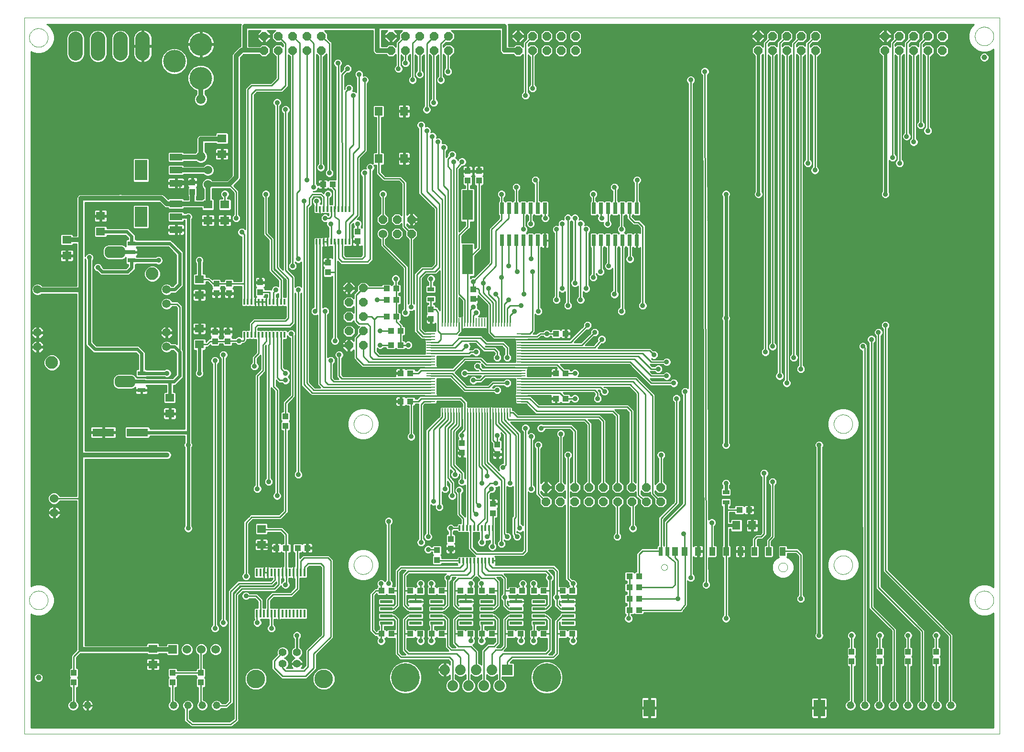
<source format=gtl>
G75*
G70*
%OFA0B0*%
%FSLAX24Y24*%
%IPPOS*%
%LPD*%
%AMOC8*
5,1,8,0,0,1.08239X$1,22.5*
%
%ADD10C,0.0000*%
%ADD11R,0.0591X0.0106*%
%ADD12R,0.0106X0.0591*%
%ADD13R,0.0137X0.0550*%
%ADD14C,0.0560*%
%ADD15C,0.1300*%
%ADD16R,0.0433X0.0394*%
%ADD17R,0.0630X0.0551*%
%ADD18R,0.0760X0.2100*%
%ADD19R,0.0394X0.0433*%
%ADD20OC8,0.0600*%
%ADD21C,0.0600*%
%ADD22C,0.0520*%
%ADD23R,0.0120X0.0390*%
%ADD24R,0.0880X0.0480*%
%ADD25R,0.0866X0.1417*%
%ADD26C,0.0594*%
%ADD27C,0.0886*%
%ADD28C,0.1580*%
%ADD29C,0.0660*%
%ADD30R,0.0600X0.0600*%
%ADD31R,0.0472X0.0315*%
%ADD32R,0.0551X0.0630*%
%ADD33R,0.0260X0.0800*%
%ADD34R,0.0787X0.1181*%
%ADD35R,0.0276X0.0591*%
%ADD36R,0.0394X0.0591*%
%ADD37C,0.0394*%
%ADD38R,0.1496X0.0551*%
%ADD39C,0.1004*%
%ADD40R,0.0551X0.0315*%
%ADD41R,0.0748X0.0315*%
%ADD42C,0.0600*%
%ADD43R,0.0866X0.0236*%
%ADD44R,0.0740X0.0740*%
%ADD45C,0.0740*%
%ADD46C,0.2000*%
%ADD47C,0.0360*%
%ADD48C,0.0100*%
%ADD49C,0.0240*%
%ADD50C,0.0160*%
%ADD51C,0.0320*%
D10*
X000252Y002439D02*
X000252Y052439D01*
X068252Y052439D01*
X068252Y002439D01*
X000252Y002439D01*
X000586Y011789D02*
X000588Y011839D01*
X000594Y011889D01*
X000604Y011939D01*
X000617Y011987D01*
X000634Y012035D01*
X000655Y012081D01*
X000679Y012125D01*
X000707Y012167D01*
X000738Y012207D01*
X000772Y012244D01*
X000809Y012279D01*
X000848Y012310D01*
X000889Y012339D01*
X000933Y012364D01*
X000979Y012386D01*
X001026Y012404D01*
X001074Y012418D01*
X001123Y012429D01*
X001173Y012436D01*
X001223Y012439D01*
X001274Y012438D01*
X001324Y012433D01*
X001374Y012424D01*
X001422Y012412D01*
X001470Y012395D01*
X001516Y012375D01*
X001561Y012352D01*
X001604Y012325D01*
X001644Y012295D01*
X001682Y012262D01*
X001717Y012226D01*
X001750Y012187D01*
X001779Y012146D01*
X001805Y012103D01*
X001828Y012058D01*
X001847Y012011D01*
X001862Y011963D01*
X001874Y011914D01*
X001882Y011864D01*
X001886Y011814D01*
X001886Y011764D01*
X001882Y011714D01*
X001874Y011664D01*
X001862Y011615D01*
X001847Y011567D01*
X001828Y011520D01*
X001805Y011475D01*
X001779Y011432D01*
X001750Y011391D01*
X001717Y011352D01*
X001682Y011316D01*
X001644Y011283D01*
X001604Y011253D01*
X001561Y011226D01*
X001516Y011203D01*
X001470Y011183D01*
X001422Y011166D01*
X001374Y011154D01*
X001324Y011145D01*
X001274Y011140D01*
X001223Y011139D01*
X001173Y011142D01*
X001123Y011149D01*
X001074Y011160D01*
X001026Y011174D01*
X000979Y011192D01*
X000933Y011214D01*
X000889Y011239D01*
X000848Y011268D01*
X000809Y011299D01*
X000772Y011334D01*
X000738Y011371D01*
X000707Y011411D01*
X000679Y011453D01*
X000655Y011497D01*
X000634Y011543D01*
X000617Y011591D01*
X000604Y011639D01*
X000594Y011689D01*
X000588Y011739D01*
X000586Y011789D01*
X023224Y014250D02*
X023226Y014300D01*
X023232Y014350D01*
X023242Y014400D01*
X023255Y014448D01*
X023272Y014496D01*
X023293Y014542D01*
X023317Y014586D01*
X023345Y014628D01*
X023376Y014668D01*
X023410Y014705D01*
X023447Y014740D01*
X023486Y014771D01*
X023527Y014800D01*
X023571Y014825D01*
X023617Y014847D01*
X023664Y014865D01*
X023712Y014879D01*
X023761Y014890D01*
X023811Y014897D01*
X023861Y014900D01*
X023912Y014899D01*
X023962Y014894D01*
X024012Y014885D01*
X024060Y014873D01*
X024108Y014856D01*
X024154Y014836D01*
X024199Y014813D01*
X024242Y014786D01*
X024282Y014756D01*
X024320Y014723D01*
X024355Y014687D01*
X024388Y014648D01*
X024417Y014607D01*
X024443Y014564D01*
X024466Y014519D01*
X024485Y014472D01*
X024500Y014424D01*
X024512Y014375D01*
X024520Y014325D01*
X024524Y014275D01*
X024524Y014225D01*
X024520Y014175D01*
X024512Y014125D01*
X024500Y014076D01*
X024485Y014028D01*
X024466Y013981D01*
X024443Y013936D01*
X024417Y013893D01*
X024388Y013852D01*
X024355Y013813D01*
X024320Y013777D01*
X024282Y013744D01*
X024242Y013714D01*
X024199Y013687D01*
X024154Y013664D01*
X024108Y013644D01*
X024060Y013627D01*
X024012Y013615D01*
X023962Y013606D01*
X023912Y013601D01*
X023861Y013600D01*
X023811Y013603D01*
X023761Y013610D01*
X023712Y013621D01*
X023664Y013635D01*
X023617Y013653D01*
X023571Y013675D01*
X023527Y013700D01*
X023486Y013729D01*
X023447Y013760D01*
X023410Y013795D01*
X023376Y013832D01*
X023345Y013872D01*
X023317Y013914D01*
X023293Y013958D01*
X023272Y014004D01*
X023255Y014052D01*
X023242Y014100D01*
X023232Y014150D01*
X023226Y014200D01*
X023224Y014250D01*
X023224Y024093D02*
X023226Y024143D01*
X023232Y024193D01*
X023242Y024243D01*
X023255Y024291D01*
X023272Y024339D01*
X023293Y024385D01*
X023317Y024429D01*
X023345Y024471D01*
X023376Y024511D01*
X023410Y024548D01*
X023447Y024583D01*
X023486Y024614D01*
X023527Y024643D01*
X023571Y024668D01*
X023617Y024690D01*
X023664Y024708D01*
X023712Y024722D01*
X023761Y024733D01*
X023811Y024740D01*
X023861Y024743D01*
X023912Y024742D01*
X023962Y024737D01*
X024012Y024728D01*
X024060Y024716D01*
X024108Y024699D01*
X024154Y024679D01*
X024199Y024656D01*
X024242Y024629D01*
X024282Y024599D01*
X024320Y024566D01*
X024355Y024530D01*
X024388Y024491D01*
X024417Y024450D01*
X024443Y024407D01*
X024466Y024362D01*
X024485Y024315D01*
X024500Y024267D01*
X024512Y024218D01*
X024520Y024168D01*
X024524Y024118D01*
X024524Y024068D01*
X024520Y024018D01*
X024512Y023968D01*
X024500Y023919D01*
X024485Y023871D01*
X024466Y023824D01*
X024443Y023779D01*
X024417Y023736D01*
X024388Y023695D01*
X024355Y023656D01*
X024320Y023620D01*
X024282Y023587D01*
X024242Y023557D01*
X024199Y023530D01*
X024154Y023507D01*
X024108Y023487D01*
X024060Y023470D01*
X024012Y023458D01*
X023962Y023449D01*
X023912Y023444D01*
X023861Y023443D01*
X023811Y023446D01*
X023761Y023453D01*
X023712Y023464D01*
X023664Y023478D01*
X023617Y023496D01*
X023571Y023518D01*
X023527Y023543D01*
X023486Y023572D01*
X023447Y023603D01*
X023410Y023638D01*
X023376Y023675D01*
X023345Y023715D01*
X023317Y023757D01*
X023293Y023801D01*
X023272Y023847D01*
X023255Y023895D01*
X023242Y023943D01*
X023232Y023993D01*
X023226Y024043D01*
X023224Y024093D01*
X044657Y014089D02*
X044659Y014118D01*
X044665Y014146D01*
X044674Y014174D01*
X044687Y014200D01*
X044704Y014223D01*
X044723Y014245D01*
X044745Y014264D01*
X044770Y014279D01*
X044796Y014292D01*
X044824Y014300D01*
X044852Y014305D01*
X044881Y014306D01*
X044910Y014303D01*
X044938Y014296D01*
X044965Y014286D01*
X044991Y014272D01*
X045014Y014255D01*
X045035Y014235D01*
X045053Y014212D01*
X045068Y014187D01*
X045079Y014160D01*
X045087Y014132D01*
X045091Y014103D01*
X045091Y014075D01*
X045087Y014046D01*
X045079Y014018D01*
X045068Y013991D01*
X045053Y013966D01*
X045035Y013943D01*
X045014Y013923D01*
X044991Y013906D01*
X044965Y013892D01*
X044938Y013882D01*
X044910Y013875D01*
X044881Y013872D01*
X044852Y013873D01*
X044824Y013878D01*
X044796Y013886D01*
X044770Y013899D01*
X044745Y013914D01*
X044723Y013933D01*
X044704Y013955D01*
X044687Y013978D01*
X044674Y014004D01*
X044665Y014032D01*
X044659Y014060D01*
X044657Y014089D01*
X052827Y014089D02*
X052829Y014124D01*
X052835Y014159D01*
X052845Y014193D01*
X052858Y014226D01*
X052875Y014257D01*
X052896Y014285D01*
X052919Y014312D01*
X052946Y014335D01*
X052974Y014356D01*
X053005Y014373D01*
X053038Y014386D01*
X053072Y014396D01*
X053107Y014402D01*
X053142Y014404D01*
X053177Y014402D01*
X053212Y014396D01*
X053246Y014386D01*
X053279Y014373D01*
X053310Y014356D01*
X053338Y014335D01*
X053365Y014312D01*
X053388Y014285D01*
X053409Y014257D01*
X053426Y014226D01*
X053439Y014193D01*
X053449Y014159D01*
X053455Y014124D01*
X053457Y014089D01*
X053455Y014054D01*
X053449Y014019D01*
X053439Y013985D01*
X053426Y013952D01*
X053409Y013921D01*
X053388Y013893D01*
X053365Y013866D01*
X053338Y013843D01*
X053310Y013822D01*
X053279Y013805D01*
X053246Y013792D01*
X053212Y013782D01*
X053177Y013776D01*
X053142Y013774D01*
X053107Y013776D01*
X053072Y013782D01*
X053038Y013792D01*
X053005Y013805D01*
X052974Y013822D01*
X052946Y013843D01*
X052919Y013866D01*
X052896Y013893D01*
X052875Y013921D01*
X052858Y013952D01*
X052845Y013985D01*
X052835Y014019D01*
X052829Y014054D01*
X052827Y014089D01*
X056689Y014250D02*
X056691Y014300D01*
X056697Y014350D01*
X056707Y014400D01*
X056720Y014448D01*
X056737Y014496D01*
X056758Y014542D01*
X056782Y014586D01*
X056810Y014628D01*
X056841Y014668D01*
X056875Y014705D01*
X056912Y014740D01*
X056951Y014771D01*
X056992Y014800D01*
X057036Y014825D01*
X057082Y014847D01*
X057129Y014865D01*
X057177Y014879D01*
X057226Y014890D01*
X057276Y014897D01*
X057326Y014900D01*
X057377Y014899D01*
X057427Y014894D01*
X057477Y014885D01*
X057525Y014873D01*
X057573Y014856D01*
X057619Y014836D01*
X057664Y014813D01*
X057707Y014786D01*
X057747Y014756D01*
X057785Y014723D01*
X057820Y014687D01*
X057853Y014648D01*
X057882Y014607D01*
X057908Y014564D01*
X057931Y014519D01*
X057950Y014472D01*
X057965Y014424D01*
X057977Y014375D01*
X057985Y014325D01*
X057989Y014275D01*
X057989Y014225D01*
X057985Y014175D01*
X057977Y014125D01*
X057965Y014076D01*
X057950Y014028D01*
X057931Y013981D01*
X057908Y013936D01*
X057882Y013893D01*
X057853Y013852D01*
X057820Y013813D01*
X057785Y013777D01*
X057747Y013744D01*
X057707Y013714D01*
X057664Y013687D01*
X057619Y013664D01*
X057573Y013644D01*
X057525Y013627D01*
X057477Y013615D01*
X057427Y013606D01*
X057377Y013601D01*
X057326Y013600D01*
X057276Y013603D01*
X057226Y013610D01*
X057177Y013621D01*
X057129Y013635D01*
X057082Y013653D01*
X057036Y013675D01*
X056992Y013700D01*
X056951Y013729D01*
X056912Y013760D01*
X056875Y013795D01*
X056841Y013832D01*
X056810Y013872D01*
X056782Y013914D01*
X056758Y013958D01*
X056737Y014004D01*
X056720Y014052D01*
X056707Y014100D01*
X056697Y014150D01*
X056691Y014200D01*
X056689Y014250D01*
X066531Y011789D02*
X066533Y011839D01*
X066539Y011889D01*
X066549Y011939D01*
X066562Y011987D01*
X066579Y012035D01*
X066600Y012081D01*
X066624Y012125D01*
X066652Y012167D01*
X066683Y012207D01*
X066717Y012244D01*
X066754Y012279D01*
X066793Y012310D01*
X066834Y012339D01*
X066878Y012364D01*
X066924Y012386D01*
X066971Y012404D01*
X067019Y012418D01*
X067068Y012429D01*
X067118Y012436D01*
X067168Y012439D01*
X067219Y012438D01*
X067269Y012433D01*
X067319Y012424D01*
X067367Y012412D01*
X067415Y012395D01*
X067461Y012375D01*
X067506Y012352D01*
X067549Y012325D01*
X067589Y012295D01*
X067627Y012262D01*
X067662Y012226D01*
X067695Y012187D01*
X067724Y012146D01*
X067750Y012103D01*
X067773Y012058D01*
X067792Y012011D01*
X067807Y011963D01*
X067819Y011914D01*
X067827Y011864D01*
X067831Y011814D01*
X067831Y011764D01*
X067827Y011714D01*
X067819Y011664D01*
X067807Y011615D01*
X067792Y011567D01*
X067773Y011520D01*
X067750Y011475D01*
X067724Y011432D01*
X067695Y011391D01*
X067662Y011352D01*
X067627Y011316D01*
X067589Y011283D01*
X067549Y011253D01*
X067506Y011226D01*
X067461Y011203D01*
X067415Y011183D01*
X067367Y011166D01*
X067319Y011154D01*
X067269Y011145D01*
X067219Y011140D01*
X067168Y011139D01*
X067118Y011142D01*
X067068Y011149D01*
X067019Y011160D01*
X066971Y011174D01*
X066924Y011192D01*
X066878Y011214D01*
X066834Y011239D01*
X066793Y011268D01*
X066754Y011299D01*
X066717Y011334D01*
X066683Y011371D01*
X066652Y011411D01*
X066624Y011453D01*
X066600Y011497D01*
X066579Y011543D01*
X066562Y011591D01*
X066549Y011639D01*
X066539Y011689D01*
X066533Y011739D01*
X066531Y011789D01*
X056689Y024093D02*
X056691Y024143D01*
X056697Y024193D01*
X056707Y024243D01*
X056720Y024291D01*
X056737Y024339D01*
X056758Y024385D01*
X056782Y024429D01*
X056810Y024471D01*
X056841Y024511D01*
X056875Y024548D01*
X056912Y024583D01*
X056951Y024614D01*
X056992Y024643D01*
X057036Y024668D01*
X057082Y024690D01*
X057129Y024708D01*
X057177Y024722D01*
X057226Y024733D01*
X057276Y024740D01*
X057326Y024743D01*
X057377Y024742D01*
X057427Y024737D01*
X057477Y024728D01*
X057525Y024716D01*
X057573Y024699D01*
X057619Y024679D01*
X057664Y024656D01*
X057707Y024629D01*
X057747Y024599D01*
X057785Y024566D01*
X057820Y024530D01*
X057853Y024491D01*
X057882Y024450D01*
X057908Y024407D01*
X057931Y024362D01*
X057950Y024315D01*
X057965Y024267D01*
X057977Y024218D01*
X057985Y024168D01*
X057989Y024118D01*
X057989Y024068D01*
X057985Y024018D01*
X057977Y023968D01*
X057965Y023919D01*
X057950Y023871D01*
X057931Y023824D01*
X057908Y023779D01*
X057882Y023736D01*
X057853Y023695D01*
X057820Y023656D01*
X057785Y023620D01*
X057747Y023587D01*
X057707Y023557D01*
X057664Y023530D01*
X057619Y023507D01*
X057573Y023487D01*
X057525Y023470D01*
X057477Y023458D01*
X057427Y023449D01*
X057377Y023444D01*
X057326Y023443D01*
X057276Y023446D01*
X057226Y023453D01*
X057177Y023464D01*
X057129Y023478D01*
X057082Y023496D01*
X057036Y023518D01*
X056992Y023543D01*
X056951Y023572D01*
X056912Y023603D01*
X056875Y023638D01*
X056841Y023675D01*
X056810Y023715D01*
X056782Y023757D01*
X056758Y023801D01*
X056737Y023847D01*
X056720Y023895D01*
X056707Y023943D01*
X056697Y023993D01*
X056691Y024043D01*
X056689Y024093D01*
X066531Y051160D02*
X066533Y051210D01*
X066539Y051260D01*
X066549Y051310D01*
X066562Y051358D01*
X066579Y051406D01*
X066600Y051452D01*
X066624Y051496D01*
X066652Y051538D01*
X066683Y051578D01*
X066717Y051615D01*
X066754Y051650D01*
X066793Y051681D01*
X066834Y051710D01*
X066878Y051735D01*
X066924Y051757D01*
X066971Y051775D01*
X067019Y051789D01*
X067068Y051800D01*
X067118Y051807D01*
X067168Y051810D01*
X067219Y051809D01*
X067269Y051804D01*
X067319Y051795D01*
X067367Y051783D01*
X067415Y051766D01*
X067461Y051746D01*
X067506Y051723D01*
X067549Y051696D01*
X067589Y051666D01*
X067627Y051633D01*
X067662Y051597D01*
X067695Y051558D01*
X067724Y051517D01*
X067750Y051474D01*
X067773Y051429D01*
X067792Y051382D01*
X067807Y051334D01*
X067819Y051285D01*
X067827Y051235D01*
X067831Y051185D01*
X067831Y051135D01*
X067827Y051085D01*
X067819Y051035D01*
X067807Y050986D01*
X067792Y050938D01*
X067773Y050891D01*
X067750Y050846D01*
X067724Y050803D01*
X067695Y050762D01*
X067662Y050723D01*
X067627Y050687D01*
X067589Y050654D01*
X067549Y050624D01*
X067506Y050597D01*
X067461Y050574D01*
X067415Y050554D01*
X067367Y050537D01*
X067319Y050525D01*
X067269Y050516D01*
X067219Y050511D01*
X067168Y050510D01*
X067118Y050513D01*
X067068Y050520D01*
X067019Y050531D01*
X066971Y050545D01*
X066924Y050563D01*
X066878Y050585D01*
X066834Y050610D01*
X066793Y050639D01*
X066754Y050670D01*
X066717Y050705D01*
X066683Y050742D01*
X066652Y050782D01*
X066624Y050824D01*
X066600Y050868D01*
X066579Y050914D01*
X066562Y050962D01*
X066549Y051010D01*
X066539Y051060D01*
X066533Y051110D01*
X066531Y051160D01*
X000586Y051061D02*
X000588Y051111D01*
X000594Y051161D01*
X000604Y051211D01*
X000617Y051259D01*
X000634Y051307D01*
X000655Y051353D01*
X000679Y051397D01*
X000707Y051439D01*
X000738Y051479D01*
X000772Y051516D01*
X000809Y051551D01*
X000848Y051582D01*
X000889Y051611D01*
X000933Y051636D01*
X000979Y051658D01*
X001026Y051676D01*
X001074Y051690D01*
X001123Y051701D01*
X001173Y051708D01*
X001223Y051711D01*
X001274Y051710D01*
X001324Y051705D01*
X001374Y051696D01*
X001422Y051684D01*
X001470Y051667D01*
X001516Y051647D01*
X001561Y051624D01*
X001604Y051597D01*
X001644Y051567D01*
X001682Y051534D01*
X001717Y051498D01*
X001750Y051459D01*
X001779Y051418D01*
X001805Y051375D01*
X001828Y051330D01*
X001847Y051283D01*
X001862Y051235D01*
X001874Y051186D01*
X001882Y051136D01*
X001886Y051086D01*
X001886Y051036D01*
X001882Y050986D01*
X001874Y050936D01*
X001862Y050887D01*
X001847Y050839D01*
X001828Y050792D01*
X001805Y050747D01*
X001779Y050704D01*
X001750Y050663D01*
X001717Y050624D01*
X001682Y050588D01*
X001644Y050555D01*
X001604Y050525D01*
X001561Y050498D01*
X001516Y050475D01*
X001470Y050455D01*
X001422Y050438D01*
X001374Y050426D01*
X001324Y050417D01*
X001274Y050412D01*
X001223Y050411D01*
X001173Y050414D01*
X001123Y050421D01*
X001074Y050432D01*
X001026Y050446D01*
X000979Y050464D01*
X000933Y050486D01*
X000889Y050511D01*
X000848Y050540D01*
X000809Y050571D01*
X000772Y050606D01*
X000738Y050643D01*
X000707Y050683D01*
X000679Y050725D01*
X000655Y050769D01*
X000634Y050815D01*
X000617Y050863D01*
X000604Y050911D01*
X000594Y050961D01*
X000588Y051011D01*
X000586Y051061D01*
D11*
X028598Y030392D03*
X028598Y030195D03*
X028598Y029998D03*
X028598Y029801D03*
X028598Y029604D03*
X028598Y029408D03*
X028598Y029211D03*
X028598Y029014D03*
X028598Y028817D03*
X028598Y028620D03*
X028598Y028423D03*
X028598Y028226D03*
X028598Y028030D03*
X028598Y027833D03*
X028598Y027636D03*
X028598Y027439D03*
X028598Y027242D03*
X028598Y027045D03*
X028598Y026849D03*
X028598Y026652D03*
X028598Y026455D03*
X028598Y026258D03*
X028598Y026061D03*
X028598Y025864D03*
X028598Y025667D03*
X034898Y025667D03*
X034898Y025864D03*
X034898Y026061D03*
X034898Y026258D03*
X034898Y026455D03*
X034898Y026652D03*
X034898Y026849D03*
X034898Y027045D03*
X034898Y027242D03*
X034898Y027439D03*
X034898Y027636D03*
X034898Y027833D03*
X034898Y028030D03*
X034898Y028226D03*
X034898Y028423D03*
X034898Y028620D03*
X034898Y028817D03*
X034898Y029014D03*
X034898Y029211D03*
X034898Y029408D03*
X034898Y029604D03*
X034898Y029801D03*
X034898Y029998D03*
X034898Y030195D03*
X034898Y030392D03*
D12*
X034110Y031179D03*
X033913Y031179D03*
X033717Y031179D03*
X033520Y031179D03*
X033323Y031179D03*
X033126Y031179D03*
X032929Y031179D03*
X032732Y031179D03*
X032535Y031179D03*
X032339Y031179D03*
X032142Y031179D03*
X031945Y031179D03*
X031748Y031179D03*
X031551Y031179D03*
X031354Y031179D03*
X031157Y031179D03*
X030961Y031179D03*
X030764Y031179D03*
X030567Y031179D03*
X030370Y031179D03*
X030173Y031179D03*
X029976Y031179D03*
X029780Y031179D03*
X029583Y031179D03*
X029386Y031179D03*
X029386Y024880D03*
X029583Y024880D03*
X029780Y024880D03*
X029976Y024880D03*
X030173Y024880D03*
X030370Y024880D03*
X030567Y024880D03*
X030764Y024880D03*
X030961Y024880D03*
X031157Y024880D03*
X031354Y024880D03*
X031551Y024880D03*
X031748Y024880D03*
X031945Y024880D03*
X032142Y024880D03*
X032339Y024880D03*
X032535Y024880D03*
X032732Y024880D03*
X032929Y024880D03*
X033126Y024880D03*
X033323Y024880D03*
X033520Y024880D03*
X033717Y024880D03*
X033913Y024880D03*
X034110Y024880D03*
D13*
X019781Y013725D03*
X019526Y013725D03*
X019270Y013725D03*
X019014Y013725D03*
X018758Y013725D03*
X018502Y013725D03*
X018246Y013725D03*
X017990Y013725D03*
X017734Y013725D03*
X017478Y013725D03*
X017222Y013725D03*
X016967Y013725D03*
X016711Y013725D03*
X016455Y013725D03*
X016455Y010846D03*
X016711Y010846D03*
X016967Y010846D03*
X017222Y010846D03*
X017478Y010846D03*
X017734Y010846D03*
X017990Y010846D03*
X018246Y010846D03*
X018502Y010846D03*
X018758Y010846D03*
X019014Y010846D03*
X019270Y010846D03*
X019526Y010846D03*
X019781Y010846D03*
D14*
X019248Y008140D03*
X019248Y007360D03*
X018264Y007360D03*
X018264Y008140D03*
D15*
X016386Y006290D03*
X021126Y006290D03*
D16*
X025167Y009439D03*
X025837Y009439D03*
X027167Y009439D03*
X027837Y009439D03*
X028667Y009439D03*
X029337Y009439D03*
X030667Y009439D03*
X031337Y009439D03*
X032167Y009439D03*
X032837Y009439D03*
X034167Y009439D03*
X034837Y009439D03*
X035792Y009439D03*
X036462Y009439D03*
X037792Y009439D03*
X038462Y009439D03*
X038462Y012439D03*
X037792Y012439D03*
X036462Y012439D03*
X035792Y012439D03*
X034962Y012439D03*
X034292Y012439D03*
X032837Y012439D03*
X032167Y012439D03*
X031337Y012439D03*
X030667Y012439D03*
X029337Y012439D03*
X028667Y012439D03*
X027837Y012439D03*
X027167Y012439D03*
X025837Y012439D03*
X025167Y012439D03*
X019976Y015431D03*
X019307Y015431D03*
X018500Y015431D03*
X017831Y015431D03*
X026492Y025667D03*
X027161Y025667D03*
X027161Y027636D03*
X026492Y027636D03*
X026472Y029604D03*
X025803Y029604D03*
X025803Y030589D03*
X026472Y030589D03*
X026177Y031573D03*
X025508Y031573D03*
X025508Y032754D03*
X026177Y032754D03*
X026177Y033541D03*
X025508Y033541D03*
X021748Y040825D03*
X021079Y040825D03*
X037319Y030392D03*
X037988Y030392D03*
X037988Y027636D03*
X037319Y027636D03*
X037319Y025864D03*
X037988Y025864D03*
X050114Y018089D03*
X050783Y018089D03*
X043106Y013463D03*
X042437Y013463D03*
X042437Y012675D03*
X043106Y012675D03*
X043106Y011888D03*
X042437Y011888D03*
X042437Y011100D03*
X043106Y011100D03*
D17*
X016787Y015667D03*
X016787Y016770D03*
X010390Y024821D03*
X010390Y025923D03*
X012457Y029644D03*
X012457Y030746D03*
X012457Y033089D03*
X012457Y034191D03*
X013047Y038305D03*
X014228Y038305D03*
X014228Y039408D03*
X013047Y039408D03*
X014031Y042931D03*
X014031Y044034D03*
X005567Y038620D03*
X005567Y037518D03*
X003205Y036947D03*
X003205Y035845D03*
X009209Y008404D03*
X009209Y007301D03*
D18*
X031157Y035578D03*
X031157Y039378D03*
D19*
X031157Y041081D03*
X031945Y041081D03*
X031945Y041750D03*
X031157Y041750D03*
X023480Y037518D03*
X023480Y036849D03*
X021413Y035352D03*
X021413Y034683D03*
X016689Y033974D03*
X016689Y033305D03*
X014524Y033207D03*
X014524Y033876D03*
X013638Y033876D03*
X013638Y033207D03*
X013539Y030530D03*
X013539Y029860D03*
X014425Y029860D03*
X014425Y030530D03*
X018461Y024624D03*
X018461Y023955D03*
X028598Y031435D03*
X028598Y032104D03*
X031551Y032813D03*
X031551Y033482D03*
X030764Y022754D03*
X030764Y022085D03*
X033224Y021986D03*
X033224Y022656D03*
X032929Y018522D03*
X032929Y017852D03*
X029976Y016061D03*
X029976Y015392D03*
X029018Y015274D03*
X029018Y014604D03*
X012555Y006711D03*
X012555Y006041D03*
X010587Y006041D03*
X010587Y006711D03*
X003697Y006711D03*
X003697Y006041D03*
X011965Y040293D03*
X011965Y040963D03*
X057929Y008187D03*
X057929Y007518D03*
X059898Y007518D03*
X059898Y008187D03*
X061866Y008187D03*
X061866Y007518D03*
X063835Y007518D03*
X063835Y008187D03*
D20*
X044606Y018671D03*
X043606Y018671D03*
X042606Y018671D03*
X041606Y018671D03*
X040606Y018671D03*
X039606Y018671D03*
X038606Y018671D03*
X037606Y018671D03*
X036606Y018671D03*
X036606Y019671D03*
X037606Y019671D03*
X038606Y019671D03*
X039606Y019671D03*
X040606Y019671D03*
X041606Y019671D03*
X042606Y019671D03*
X043606Y019671D03*
X044606Y019671D03*
X023882Y029573D03*
X022882Y029573D03*
X022882Y030573D03*
X023882Y030573D03*
X023882Y031573D03*
X022882Y031573D03*
X022882Y032573D03*
X023882Y032573D03*
X023882Y033573D03*
X022882Y033573D03*
X026236Y037372D03*
X026236Y038372D03*
X027236Y038372D03*
X027236Y037372D03*
X025236Y038372D03*
X025811Y050167D03*
X026811Y050167D03*
X027811Y050167D03*
X028811Y050167D03*
X029811Y050167D03*
X029811Y051167D03*
X028811Y051167D03*
X027811Y051167D03*
X026811Y051167D03*
X025811Y051167D03*
X020953Y051167D03*
X019953Y051167D03*
X019953Y050167D03*
X020953Y050167D03*
X018953Y050167D03*
X017953Y050167D03*
X016953Y050167D03*
X016953Y051167D03*
X017953Y051167D03*
X018953Y051167D03*
X034669Y051167D03*
X034669Y050167D03*
X035669Y050167D03*
X036669Y050167D03*
X037669Y050167D03*
X038669Y050167D03*
X038669Y051167D03*
X037669Y051167D03*
X036669Y051167D03*
X035669Y051167D03*
X051402Y051167D03*
X052402Y051167D03*
X053402Y051167D03*
X054402Y051167D03*
X055402Y051167D03*
X055402Y050167D03*
X054402Y050167D03*
X053402Y050167D03*
X052402Y050167D03*
X051402Y050167D03*
X060260Y050167D03*
X061260Y050167D03*
X062260Y050167D03*
X063260Y050167D03*
X064260Y050167D03*
X064260Y051167D03*
X063260Y051167D03*
X062260Y051167D03*
X061260Y051167D03*
X060260Y051167D03*
D21*
X025236Y037372D03*
X013047Y040809D03*
X013047Y041809D03*
X002319Y018892D03*
X002319Y017892D03*
X011587Y008345D03*
X012587Y008345D03*
X013587Y008345D03*
D22*
X013652Y004439D03*
X012652Y004439D03*
X011652Y004439D03*
X010652Y004439D03*
X004652Y004439D03*
X003652Y004439D03*
X057852Y004439D03*
X058852Y004439D03*
X059852Y004439D03*
X060852Y004439D03*
X061852Y004439D03*
X062852Y004439D03*
X063852Y004439D03*
X064852Y004439D03*
D23*
X032904Y014540D03*
X032648Y014540D03*
X032392Y014540D03*
X032136Y014540D03*
X031880Y014540D03*
X031624Y014540D03*
X031368Y014540D03*
X031112Y014540D03*
X030856Y014540D03*
X030600Y014540D03*
X030600Y016838D03*
X030856Y016838D03*
X031112Y016838D03*
X031368Y016838D03*
X031624Y016838D03*
X031880Y016838D03*
X032136Y016838D03*
X032392Y016838D03*
X032648Y016838D03*
X032904Y016838D03*
X018392Y030326D03*
X018136Y030326D03*
X017880Y030326D03*
X017624Y030326D03*
X017368Y030326D03*
X017112Y030326D03*
X016856Y030326D03*
X016600Y030326D03*
X016344Y030326D03*
X016089Y030326D03*
X015833Y030326D03*
X015577Y030326D03*
X015577Y032623D03*
X015833Y032623D03*
X016089Y032623D03*
X016344Y032623D03*
X016600Y032623D03*
X016856Y032623D03*
X017112Y032623D03*
X017368Y032623D03*
X017624Y032623D03*
X017880Y032623D03*
X018136Y032623D03*
X018392Y032623D03*
X020612Y036806D03*
X020868Y036806D03*
X021124Y036806D03*
X021380Y036806D03*
X021636Y036806D03*
X021892Y036806D03*
X022148Y036806D03*
X022404Y036806D03*
X022659Y036806D03*
X022915Y036806D03*
X022915Y039104D03*
X022659Y039104D03*
X022404Y039104D03*
X022148Y039104D03*
X021892Y039104D03*
X021636Y039104D03*
X021380Y039104D03*
X021124Y039104D03*
X020868Y039104D03*
X020612Y039104D03*
D24*
X010822Y039471D03*
X010822Y038561D03*
X010822Y037651D03*
X010822Y040899D03*
X010822Y041809D03*
X010822Y042719D03*
D25*
X008382Y041809D03*
X008382Y038561D03*
D26*
X010165Y033474D03*
X010165Y032474D03*
X010165Y030474D03*
X010165Y029474D03*
X001165Y029474D03*
X001165Y030474D03*
X001165Y033474D03*
D27*
X002165Y028374D03*
X009165Y034574D03*
D28*
X012555Y048226D03*
X010705Y049408D03*
X012555Y050589D03*
D29*
X012555Y046762D03*
X012555Y042762D03*
D30*
X010587Y008345D03*
D31*
X028598Y032793D03*
X028598Y033502D03*
X049169Y019329D03*
X049169Y018620D03*
D32*
X049898Y017006D03*
X051000Y017006D03*
X026728Y042616D03*
X024957Y042616D03*
X024957Y045923D03*
X026728Y045923D03*
D33*
X033549Y039151D03*
X034049Y039151D03*
X034549Y039151D03*
X035049Y039151D03*
X035549Y039151D03*
X036049Y039151D03*
X036549Y039151D03*
X036549Y036916D03*
X036049Y036916D03*
X035549Y036916D03*
X035049Y036916D03*
X034549Y036916D03*
X034049Y036916D03*
X033549Y036916D03*
X039947Y036916D03*
X040447Y036916D03*
X040947Y036916D03*
X041447Y036916D03*
X041947Y036916D03*
X042447Y036916D03*
X042947Y036916D03*
X042947Y039151D03*
X042447Y039151D03*
X041947Y039151D03*
X041447Y039151D03*
X040947Y039151D03*
X040447Y039151D03*
X039947Y039151D03*
D34*
X043819Y004266D03*
X055670Y004264D03*
D35*
X045098Y015193D03*
X044626Y015191D03*
D36*
X045611Y015191D03*
X046276Y015191D03*
X047228Y015191D03*
X048213Y015191D03*
X049197Y015191D03*
X050181Y015191D03*
X051165Y015191D03*
X052150Y015191D03*
X053134Y015191D03*
D37*
X067181Y049683D03*
X001236Y006376D03*
D38*
X005764Y023502D03*
X008126Y023502D03*
D39*
X008496Y049969D02*
X008496Y050973D01*
X006937Y050973D02*
X006937Y049969D01*
X005378Y049969D02*
X005378Y050973D01*
X003819Y050973D02*
X003819Y049969D01*
D40*
X007725Y036691D03*
X007725Y035510D03*
X008414Y027636D03*
X008414Y026455D03*
D41*
X008314Y027045D03*
X007625Y036100D03*
D42*
X006993Y036200D02*
X006993Y036000D01*
X006157Y036000D01*
X006157Y036200D01*
X006993Y036200D01*
X007682Y027145D02*
X007682Y026945D01*
X006846Y026945D01*
X006846Y027145D01*
X007682Y027145D01*
D43*
X025478Y011689D03*
X025478Y011189D03*
X025478Y010689D03*
X025478Y010189D03*
X027526Y010189D03*
X027526Y010689D03*
X027526Y011189D03*
X027526Y011689D03*
X028978Y011689D03*
X028978Y011189D03*
X028978Y010689D03*
X028978Y010189D03*
X031026Y010189D03*
X031026Y010689D03*
X031026Y011189D03*
X031026Y011689D03*
X032478Y011689D03*
X032478Y011189D03*
X032478Y010689D03*
X032478Y010189D03*
X034526Y010189D03*
X034526Y010689D03*
X034526Y011189D03*
X034526Y011689D03*
X036103Y011689D03*
X036103Y011189D03*
X036103Y010689D03*
X036103Y010189D03*
X038151Y010189D03*
X038151Y010689D03*
X038151Y011189D03*
X038151Y011689D03*
D44*
X033929Y006935D03*
D45*
X032839Y006935D03*
X031748Y006935D03*
X030657Y006935D03*
X029567Y006935D03*
X030114Y005817D03*
X031205Y005817D03*
X032291Y005817D03*
X033382Y005817D03*
D46*
X036669Y006376D03*
X026827Y006376D03*
D47*
X027877Y008939D03*
X028627Y008939D03*
X031377Y008939D03*
X032127Y008939D03*
X034877Y008939D03*
X035752Y008939D03*
X038502Y008939D03*
X042378Y010510D03*
X045823Y011888D03*
X046709Y013364D03*
X047791Y012872D03*
X049169Y010510D03*
X054386Y011888D03*
X055665Y009329D03*
X057929Y009329D03*
X059898Y009329D03*
X061866Y009329D03*
X063835Y009329D03*
X052417Y020057D03*
X051827Y020648D03*
X049169Y019959D03*
X049169Y022616D03*
X044642Y021927D03*
X045724Y025864D03*
X046315Y026356D03*
X045528Y026947D03*
X045035Y027439D03*
X044445Y027931D03*
X045035Y028423D03*
X044150Y028915D03*
X040508Y029998D03*
X040016Y030490D03*
X039524Y030982D03*
X038146Y032360D03*
X037358Y032754D03*
X037752Y033541D03*
X038638Y033935D03*
X039425Y033541D03*
X039031Y032754D03*
X039917Y034329D03*
X040409Y034723D03*
X041000Y035116D03*
X042476Y035608D03*
X042969Y036100D03*
X041886Y037675D03*
X040902Y038069D03*
X040508Y038463D03*
X039425Y037675D03*
X039031Y038069D03*
X038638Y038463D03*
X038146Y038463D03*
X037752Y038069D03*
X037358Y037675D03*
X036571Y038463D03*
X035549Y038069D03*
X035049Y037675D03*
X036571Y036100D03*
X035587Y035608D03*
X035685Y034723D03*
X034602Y034723D03*
X034012Y035116D03*
X033520Y034329D03*
X032240Y033935D03*
X032634Y033541D03*
X033126Y033148D03*
X034012Y032754D03*
X034406Y031967D03*
X034898Y032360D03*
X036079Y031967D03*
X035094Y033148D03*
X036669Y030392D03*
X033913Y028719D03*
X033224Y028719D03*
X031846Y028128D03*
X030961Y027636D03*
X031551Y027144D03*
X032732Y026061D03*
X033224Y026455D03*
X033913Y026947D03*
X036669Y027636D03*
X038638Y027636D03*
X040705Y026356D03*
X040213Y025864D03*
X038638Y025864D03*
X036669Y025864D03*
X036276Y023797D03*
X036669Y023305D03*
X035587Y023207D03*
X035193Y023797D03*
X036079Y022616D03*
X036669Y021435D03*
X038146Y021927D03*
X037654Y023404D03*
X033618Y021041D03*
X033224Y021435D03*
X032535Y020451D03*
X032142Y019959D03*
X032831Y019565D03*
X033126Y019959D03*
X034110Y019959D03*
X035587Y019565D03*
X034799Y016809D03*
X034602Y016219D03*
X033913Y016219D03*
X033520Y015726D03*
X032877Y015537D03*
X032437Y015431D03*
X032142Y015825D03*
X032535Y016219D03*
X031748Y017793D03*
X031945Y018384D03*
X030567Y019467D03*
X030075Y019073D03*
X029583Y019565D03*
X030272Y020549D03*
X030764Y020057D03*
X030764Y021435D03*
X030764Y023305D03*
X033224Y023305D03*
X027220Y023207D03*
X028795Y018679D03*
X029189Y018286D03*
X029976Y017597D03*
X029976Y016809D03*
X028402Y016219D03*
X027909Y015825D03*
X028402Y015333D03*
X029791Y013353D03*
X028627Y012939D03*
X027877Y012939D03*
X025646Y012939D03*
X025127Y012939D03*
X025127Y008939D03*
X019248Y009329D03*
X017476Y009821D03*
X016492Y010215D03*
X017969Y011691D03*
X018461Y012872D03*
X016492Y014349D03*
X015705Y013463D03*
X015705Y012085D03*
X014130Y010215D03*
X013539Y009821D03*
X009209Y006376D03*
X011669Y016809D03*
X016492Y019565D03*
X017280Y020057D03*
X017870Y019073D03*
X019346Y020549D03*
X025646Y017301D03*
X031377Y012939D03*
X032127Y012939D03*
X033752Y011982D03*
X035002Y012939D03*
X035752Y012939D03*
X036877Y013364D03*
X037377Y011991D03*
X038502Y012939D03*
X041591Y016219D03*
X042673Y016809D03*
X046217Y016415D03*
X047201Y016612D03*
X048185Y017203D03*
X055665Y022616D03*
X053402Y026947D03*
X052909Y027439D03*
X054386Y027931D03*
X053894Y028719D03*
X052417Y029506D03*
X051925Y029112D03*
X049169Y031474D03*
X043362Y032360D03*
X041886Y031967D03*
X041394Y033148D03*
X039917Y040136D03*
X041394Y040628D03*
X042969Y041120D03*
X049169Y040136D03*
X051433Y040136D03*
X054878Y042301D03*
X055370Y041809D03*
X060291Y040136D03*
X061276Y042301D03*
X060783Y042695D03*
X061768Y044171D03*
X062260Y043778D03*
X063244Y044565D03*
X062752Y044959D03*
X047693Y048699D03*
X046709Y048108D03*
X035685Y047518D03*
X035193Y047026D03*
X029780Y048699D03*
X029287Y048108D03*
X027811Y048502D03*
X027319Y048108D03*
X026335Y048896D03*
X026827Y049289D03*
X023972Y048108D03*
X023579Y048502D03*
X022791Y048896D03*
X022102Y049289D03*
X022890Y047518D03*
X023185Y047026D03*
X018461Y046041D03*
X017870Y046534D03*
X020921Y042006D03*
X020921Y041514D03*
X021512Y041612D03*
X020429Y040628D03*
X019937Y041120D03*
X019740Y039644D03*
X020626Y039644D03*
X021413Y040136D03*
X021217Y038463D03*
X021610Y038069D03*
X022201Y037478D03*
X023480Y038069D03*
X023480Y036100D03*
X024858Y036100D03*
X026138Y034230D03*
X024858Y032754D03*
X026827Y031868D03*
X027220Y032262D03*
X028598Y030786D03*
X027811Y029604D03*
X027024Y029604D03*
X025055Y029604D03*
X025055Y030589D03*
X021906Y029900D03*
X022201Y028915D03*
X021610Y028522D03*
X018854Y030392D03*
X017870Y031671D03*
X016591Y031671D03*
X017772Y033443D03*
X019346Y033443D03*
X020528Y031967D03*
X021217Y031967D03*
X018953Y035116D03*
X019346Y035608D03*
X021413Y036100D03*
X016689Y036100D03*
X015409Y037478D03*
X015016Y038463D03*
X014228Y037380D03*
X013047Y037380D03*
X011669Y038561D03*
X011079Y036888D03*
X012457Y035510D03*
X009602Y035510D03*
X005370Y035018D03*
X004780Y035707D03*
X003205Y034132D03*
X006937Y039849D03*
X011079Y040234D03*
X014228Y040136D03*
X014031Y042203D03*
X016689Y041514D03*
X017083Y040136D03*
X023972Y041612D03*
X024366Y042006D03*
X025252Y040136D03*
X029091Y043778D03*
X029484Y043384D03*
X030075Y042892D03*
X030173Y042400D03*
X030764Y042400D03*
X032732Y041711D03*
X033520Y040136D03*
X034549Y040628D03*
X035882Y041120D03*
X028795Y046534D03*
X028303Y046041D03*
X027909Y044959D03*
X028303Y044565D03*
X028697Y044171D03*
X027811Y036100D03*
X028598Y034230D03*
X031551Y034034D03*
X031551Y032262D03*
X031748Y031868D03*
X031059Y029506D03*
X031748Y029112D03*
X030370Y028620D03*
X018461Y027636D03*
X018461Y027144D03*
X016295Y028128D03*
X014130Y028915D03*
X013539Y028522D03*
X012457Y027636D03*
X010193Y027636D03*
X005764Y025471D03*
X010193Y021927D03*
X011669Y022616D03*
X015213Y029900D03*
X012457Y031671D03*
X042575Y004211D03*
X058717Y029506D03*
X059307Y029998D03*
X059799Y030490D03*
X060291Y030982D03*
D48*
X060291Y013856D01*
X064819Y009329D01*
X064819Y004463D01*
X064852Y004439D01*
X064999Y004800D02*
X064999Y009254D01*
X064999Y009403D01*
X060471Y013931D01*
X060471Y030724D01*
X060554Y030807D01*
X060601Y030921D01*
X060601Y031044D01*
X060554Y031158D01*
X060467Y031245D01*
X060353Y031292D01*
X060230Y031292D01*
X060116Y031245D01*
X060029Y031158D01*
X059981Y031044D01*
X059981Y030921D01*
X060029Y030807D01*
X060111Y030724D01*
X060111Y013782D01*
X060217Y013676D01*
X064639Y009254D01*
X064639Y004773D01*
X064631Y004770D01*
X064521Y004660D01*
X064462Y004517D01*
X064462Y004361D01*
X064521Y004218D01*
X064631Y004108D01*
X064774Y004049D01*
X064930Y004049D01*
X065073Y004108D01*
X065183Y004218D01*
X065242Y004361D01*
X065242Y004517D01*
X065183Y004660D01*
X065073Y004770D01*
X064999Y004800D01*
X064999Y004804D02*
X067802Y004804D01*
X067802Y004706D02*
X065137Y004706D01*
X065205Y004607D02*
X067802Y004607D01*
X067802Y004508D02*
X065242Y004508D01*
X065242Y004410D02*
X067802Y004410D01*
X067802Y004311D02*
X065221Y004311D01*
X065177Y004213D02*
X067802Y004213D01*
X067802Y004114D02*
X065079Y004114D01*
X064625Y004114D02*
X064079Y004114D01*
X064073Y004108D02*
X064183Y004218D01*
X064242Y004361D01*
X064242Y004517D01*
X064183Y004660D01*
X064073Y004770D01*
X064015Y004794D01*
X064015Y007171D01*
X064085Y007171D01*
X064161Y007247D01*
X064161Y007788D01*
X064097Y007852D01*
X064161Y007917D01*
X064161Y008457D01*
X064085Y008534D01*
X064015Y008534D01*
X064015Y009070D01*
X064097Y009153D01*
X064145Y009267D01*
X064145Y009390D01*
X064097Y009504D01*
X064010Y009592D01*
X063896Y009639D01*
X063773Y009639D01*
X063659Y009592D01*
X063572Y009504D01*
X063525Y009390D01*
X063525Y009267D01*
X063572Y009153D01*
X063655Y009070D01*
X063655Y008534D01*
X063584Y008534D01*
X063508Y008457D01*
X063508Y007917D01*
X063572Y007852D01*
X063508Y007788D01*
X063508Y007247D01*
X063584Y007171D01*
X063655Y007171D01*
X063655Y004779D01*
X063631Y004770D01*
X063521Y004660D01*
X063462Y004517D01*
X063462Y004361D01*
X063521Y004218D01*
X063631Y004108D01*
X063774Y004049D01*
X063930Y004049D01*
X064073Y004108D01*
X064177Y004213D02*
X064527Y004213D01*
X064483Y004311D02*
X064221Y004311D01*
X064242Y004410D02*
X064462Y004410D01*
X064462Y004508D02*
X064242Y004508D01*
X064205Y004607D02*
X064499Y004607D01*
X064567Y004706D02*
X064137Y004706D01*
X064015Y004804D02*
X064639Y004804D01*
X064639Y004903D02*
X064015Y004903D01*
X064015Y005001D02*
X064639Y005001D01*
X064639Y005100D02*
X064015Y005100D01*
X064015Y005198D02*
X064639Y005198D01*
X064639Y005297D02*
X064015Y005297D01*
X064015Y005395D02*
X064639Y005395D01*
X064639Y005494D02*
X064015Y005494D01*
X064015Y005592D02*
X064639Y005592D01*
X064639Y005691D02*
X064015Y005691D01*
X064015Y005790D02*
X064639Y005790D01*
X064639Y005888D02*
X064015Y005888D01*
X064015Y005987D02*
X064639Y005987D01*
X064639Y006085D02*
X064015Y006085D01*
X064015Y006184D02*
X064639Y006184D01*
X064639Y006282D02*
X064015Y006282D01*
X064015Y006381D02*
X064639Y006381D01*
X064639Y006479D02*
X064015Y006479D01*
X064015Y006578D02*
X064639Y006578D01*
X064639Y006676D02*
X064015Y006676D01*
X064015Y006775D02*
X064639Y006775D01*
X064639Y006874D02*
X064015Y006874D01*
X064015Y006972D02*
X064639Y006972D01*
X064639Y007071D02*
X064015Y007071D01*
X064015Y007169D02*
X064639Y007169D01*
X064639Y007268D02*
X064161Y007268D01*
X064161Y007366D02*
X064639Y007366D01*
X064639Y007465D02*
X064161Y007465D01*
X064161Y007563D02*
X064639Y007563D01*
X064639Y007662D02*
X064161Y007662D01*
X064161Y007760D02*
X064639Y007760D01*
X064639Y007859D02*
X064104Y007859D01*
X064161Y007957D02*
X064639Y007957D01*
X064639Y008056D02*
X064161Y008056D01*
X064161Y008155D02*
X064639Y008155D01*
X064639Y008253D02*
X064161Y008253D01*
X064161Y008352D02*
X064639Y008352D01*
X064639Y008450D02*
X064161Y008450D01*
X064015Y008549D02*
X064639Y008549D01*
X064639Y008647D02*
X064015Y008647D01*
X064015Y008746D02*
X064639Y008746D01*
X064639Y008844D02*
X064015Y008844D01*
X064015Y008943D02*
X064639Y008943D01*
X064639Y009041D02*
X064015Y009041D01*
X064084Y009140D02*
X064639Y009140D01*
X064639Y009239D02*
X064133Y009239D01*
X064145Y009337D02*
X064556Y009337D01*
X064458Y009436D02*
X064126Y009436D01*
X064068Y009534D02*
X064359Y009534D01*
X064260Y009633D02*
X063911Y009633D01*
X063758Y009633D02*
X063030Y009633D01*
X063030Y009699D02*
X062925Y009804D01*
X059979Y012750D01*
X059979Y030232D01*
X060062Y030315D01*
X060109Y030429D01*
X060109Y030552D01*
X060062Y030666D01*
X059975Y030753D01*
X059861Y030800D01*
X059738Y030800D01*
X059624Y030753D01*
X059536Y030666D01*
X059489Y030552D01*
X059489Y030429D01*
X059536Y030315D01*
X059619Y030232D01*
X059619Y012750D01*
X059619Y012601D01*
X062670Y009550D01*
X062670Y004786D01*
X062631Y004770D01*
X062521Y004660D01*
X062462Y004517D01*
X062462Y004361D01*
X062521Y004218D01*
X062631Y004108D01*
X062774Y004049D01*
X062930Y004049D01*
X063073Y004108D01*
X063183Y004218D01*
X063242Y004361D01*
X063242Y004517D01*
X063183Y004660D01*
X063073Y004770D01*
X063030Y004787D01*
X063030Y009699D01*
X062998Y009731D02*
X064162Y009731D01*
X064063Y009830D02*
X062899Y009830D01*
X062801Y009928D02*
X063965Y009928D01*
X063866Y010027D02*
X062702Y010027D01*
X062604Y010125D02*
X063768Y010125D01*
X063669Y010224D02*
X062505Y010224D01*
X062406Y010323D02*
X063571Y010323D01*
X063472Y010421D02*
X062308Y010421D01*
X062209Y010520D02*
X063374Y010520D01*
X063275Y010618D02*
X062111Y010618D01*
X062012Y010717D02*
X063176Y010717D01*
X063078Y010815D02*
X061914Y010815D01*
X061815Y010914D02*
X062979Y010914D01*
X062881Y011012D02*
X061717Y011012D01*
X061618Y011111D02*
X062782Y011111D01*
X062684Y011209D02*
X061520Y011209D01*
X061421Y011308D02*
X062585Y011308D01*
X062487Y011406D02*
X061322Y011406D01*
X061224Y011505D02*
X062388Y011505D01*
X062290Y011604D02*
X061125Y011604D01*
X061027Y011702D02*
X062191Y011702D01*
X062092Y011801D02*
X060928Y011801D01*
X060830Y011899D02*
X061994Y011899D01*
X061895Y011998D02*
X060731Y011998D01*
X060633Y012096D02*
X061797Y012096D01*
X061698Y012195D02*
X060534Y012195D01*
X060436Y012293D02*
X061600Y012293D01*
X061501Y012392D02*
X060337Y012392D01*
X060239Y012490D02*
X061403Y012490D01*
X061304Y012589D02*
X060140Y012589D01*
X060041Y012688D02*
X061206Y012688D01*
X061107Y012786D02*
X059979Y012786D01*
X059979Y012885D02*
X061009Y012885D01*
X060910Y012983D02*
X059979Y012983D01*
X059979Y013082D02*
X060811Y013082D01*
X060713Y013180D02*
X059979Y013180D01*
X059979Y013279D02*
X060614Y013279D01*
X060516Y013377D02*
X059979Y013377D01*
X059979Y013476D02*
X060417Y013476D01*
X060319Y013574D02*
X059979Y013574D01*
X059979Y013673D02*
X060220Y013673D01*
X060122Y013772D02*
X059979Y013772D01*
X059979Y013870D02*
X060111Y013870D01*
X060111Y013969D02*
X059979Y013969D01*
X059979Y014067D02*
X060111Y014067D01*
X060111Y014166D02*
X059979Y014166D01*
X059979Y014264D02*
X060111Y014264D01*
X060111Y014363D02*
X059979Y014363D01*
X059979Y014461D02*
X060111Y014461D01*
X060111Y014560D02*
X059979Y014560D01*
X059979Y014658D02*
X060111Y014658D01*
X060111Y014757D02*
X059979Y014757D01*
X059979Y014856D02*
X060111Y014856D01*
X060111Y014954D02*
X059979Y014954D01*
X059979Y015053D02*
X060111Y015053D01*
X060111Y015151D02*
X059979Y015151D01*
X059979Y015250D02*
X060111Y015250D01*
X060111Y015348D02*
X059979Y015348D01*
X059979Y015447D02*
X060111Y015447D01*
X060111Y015545D02*
X059979Y015545D01*
X059979Y015644D02*
X060111Y015644D01*
X060111Y015742D02*
X059979Y015742D01*
X059979Y015841D02*
X060111Y015841D01*
X060111Y015939D02*
X059979Y015939D01*
X059979Y016038D02*
X060111Y016038D01*
X060111Y016137D02*
X059979Y016137D01*
X059979Y016235D02*
X060111Y016235D01*
X060111Y016334D02*
X059979Y016334D01*
X059979Y016432D02*
X060111Y016432D01*
X060111Y016531D02*
X059979Y016531D01*
X059979Y016629D02*
X060111Y016629D01*
X060111Y016728D02*
X059979Y016728D01*
X059979Y016826D02*
X060111Y016826D01*
X060111Y016925D02*
X059979Y016925D01*
X059979Y017023D02*
X060111Y017023D01*
X060111Y017122D02*
X059979Y017122D01*
X059979Y017221D02*
X060111Y017221D01*
X060111Y017319D02*
X059979Y017319D01*
X059979Y017418D02*
X060111Y017418D01*
X060111Y017516D02*
X059979Y017516D01*
X059979Y017615D02*
X060111Y017615D01*
X060111Y017713D02*
X059979Y017713D01*
X059979Y017812D02*
X060111Y017812D01*
X060111Y017910D02*
X059979Y017910D01*
X059979Y018009D02*
X060111Y018009D01*
X060111Y018107D02*
X059979Y018107D01*
X059979Y018206D02*
X060111Y018206D01*
X060111Y018305D02*
X059979Y018305D01*
X059979Y018403D02*
X060111Y018403D01*
X060111Y018502D02*
X059979Y018502D01*
X059979Y018600D02*
X060111Y018600D01*
X060111Y018699D02*
X059979Y018699D01*
X059979Y018797D02*
X060111Y018797D01*
X060111Y018896D02*
X059979Y018896D01*
X059979Y018994D02*
X060111Y018994D01*
X060111Y019093D02*
X059979Y019093D01*
X059979Y019191D02*
X060111Y019191D01*
X060111Y019290D02*
X059979Y019290D01*
X059979Y019389D02*
X060111Y019389D01*
X060111Y019487D02*
X059979Y019487D01*
X059979Y019586D02*
X060111Y019586D01*
X060111Y019684D02*
X059979Y019684D01*
X059979Y019783D02*
X060111Y019783D01*
X060111Y019881D02*
X059979Y019881D01*
X059979Y019980D02*
X060111Y019980D01*
X060111Y020078D02*
X059979Y020078D01*
X059979Y020177D02*
X060111Y020177D01*
X060111Y020275D02*
X059979Y020275D01*
X059979Y020374D02*
X060111Y020374D01*
X060111Y020472D02*
X059979Y020472D01*
X059979Y020571D02*
X060111Y020571D01*
X060111Y020670D02*
X059979Y020670D01*
X059979Y020768D02*
X060111Y020768D01*
X060111Y020867D02*
X059979Y020867D01*
X059979Y020965D02*
X060111Y020965D01*
X060111Y021064D02*
X059979Y021064D01*
X059979Y021162D02*
X060111Y021162D01*
X060111Y021261D02*
X059979Y021261D01*
X059979Y021359D02*
X060111Y021359D01*
X060111Y021458D02*
X059979Y021458D01*
X059979Y021556D02*
X060111Y021556D01*
X060111Y021655D02*
X059979Y021655D01*
X059979Y021754D02*
X060111Y021754D01*
X060111Y021852D02*
X059979Y021852D01*
X059979Y021951D02*
X060111Y021951D01*
X060111Y022049D02*
X059979Y022049D01*
X059979Y022148D02*
X060111Y022148D01*
X060111Y022246D02*
X059979Y022246D01*
X059979Y022345D02*
X060111Y022345D01*
X060111Y022443D02*
X059979Y022443D01*
X059979Y022542D02*
X060111Y022542D01*
X060111Y022640D02*
X059979Y022640D01*
X059979Y022739D02*
X060111Y022739D01*
X060111Y022838D02*
X059979Y022838D01*
X059979Y022936D02*
X060111Y022936D01*
X060111Y023035D02*
X059979Y023035D01*
X059979Y023133D02*
X060111Y023133D01*
X060111Y023232D02*
X059979Y023232D01*
X059979Y023330D02*
X060111Y023330D01*
X060111Y023429D02*
X059979Y023429D01*
X059979Y023527D02*
X060111Y023527D01*
X060111Y023626D02*
X059979Y023626D01*
X059979Y023724D02*
X060111Y023724D01*
X060111Y023823D02*
X059979Y023823D01*
X059979Y023921D02*
X060111Y023921D01*
X060111Y024020D02*
X059979Y024020D01*
X059979Y024119D02*
X060111Y024119D01*
X060111Y024217D02*
X059979Y024217D01*
X059979Y024316D02*
X060111Y024316D01*
X060111Y024414D02*
X059979Y024414D01*
X059979Y024513D02*
X060111Y024513D01*
X060111Y024611D02*
X059979Y024611D01*
X059979Y024710D02*
X060111Y024710D01*
X060111Y024808D02*
X059979Y024808D01*
X059979Y024907D02*
X060111Y024907D01*
X060111Y025005D02*
X059979Y025005D01*
X059979Y025104D02*
X060111Y025104D01*
X060111Y025203D02*
X059979Y025203D01*
X059979Y025301D02*
X060111Y025301D01*
X060111Y025400D02*
X059979Y025400D01*
X059979Y025498D02*
X060111Y025498D01*
X060111Y025597D02*
X059979Y025597D01*
X059979Y025695D02*
X060111Y025695D01*
X060111Y025794D02*
X059979Y025794D01*
X059979Y025892D02*
X060111Y025892D01*
X060111Y025991D02*
X059979Y025991D01*
X059979Y026089D02*
X060111Y026089D01*
X060111Y026188D02*
X059979Y026188D01*
X059979Y026287D02*
X060111Y026287D01*
X060111Y026385D02*
X059979Y026385D01*
X059979Y026484D02*
X060111Y026484D01*
X060111Y026582D02*
X059979Y026582D01*
X059979Y026681D02*
X060111Y026681D01*
X060111Y026779D02*
X059979Y026779D01*
X059979Y026878D02*
X060111Y026878D01*
X060111Y026976D02*
X059979Y026976D01*
X059979Y027075D02*
X060111Y027075D01*
X060111Y027173D02*
X059979Y027173D01*
X059979Y027272D02*
X060111Y027272D01*
X060111Y027371D02*
X059979Y027371D01*
X059979Y027469D02*
X060111Y027469D01*
X060111Y027568D02*
X059979Y027568D01*
X059979Y027666D02*
X060111Y027666D01*
X060111Y027765D02*
X059979Y027765D01*
X059979Y027863D02*
X060111Y027863D01*
X060111Y027962D02*
X059979Y027962D01*
X059979Y028060D02*
X060111Y028060D01*
X060111Y028159D02*
X059979Y028159D01*
X059979Y028257D02*
X060111Y028257D01*
X060111Y028356D02*
X059979Y028356D01*
X059979Y028454D02*
X060111Y028454D01*
X060111Y028553D02*
X059979Y028553D01*
X059979Y028652D02*
X060111Y028652D01*
X060111Y028750D02*
X059979Y028750D01*
X059979Y028849D02*
X060111Y028849D01*
X060111Y028947D02*
X059979Y028947D01*
X059979Y029046D02*
X060111Y029046D01*
X060111Y029144D02*
X059979Y029144D01*
X059979Y029243D02*
X060111Y029243D01*
X060111Y029341D02*
X059979Y029341D01*
X059979Y029440D02*
X060111Y029440D01*
X060111Y029538D02*
X059979Y029538D01*
X059979Y029637D02*
X060111Y029637D01*
X060111Y029736D02*
X059979Y029736D01*
X059979Y029834D02*
X060111Y029834D01*
X060111Y029933D02*
X059979Y029933D01*
X059979Y030031D02*
X060111Y030031D01*
X060111Y030130D02*
X059979Y030130D01*
X059979Y030228D02*
X060111Y030228D01*
X060111Y030327D02*
X060067Y030327D01*
X060108Y030425D02*
X060111Y030425D01*
X060109Y030524D02*
X060111Y030524D01*
X060111Y030622D02*
X060080Y030622D01*
X060111Y030721D02*
X060007Y030721D01*
X060023Y030820D02*
X054566Y030820D01*
X054566Y030918D02*
X059982Y030918D01*
X059981Y031017D02*
X054566Y031017D01*
X054566Y031115D02*
X060011Y031115D01*
X060084Y031214D02*
X054566Y031214D01*
X054566Y031312D02*
X067802Y031312D01*
X067802Y031214D02*
X060498Y031214D01*
X060572Y031115D02*
X067802Y031115D01*
X067802Y031017D02*
X060601Y031017D01*
X060600Y030918D02*
X067802Y030918D01*
X067802Y030820D02*
X060559Y030820D01*
X060471Y030721D02*
X067802Y030721D01*
X067802Y030622D02*
X060471Y030622D01*
X060471Y030524D02*
X067802Y030524D01*
X067802Y030425D02*
X060471Y030425D01*
X060471Y030327D02*
X067802Y030327D01*
X067802Y030228D02*
X060471Y030228D01*
X060471Y030130D02*
X067802Y030130D01*
X067802Y030031D02*
X060471Y030031D01*
X060471Y029933D02*
X067802Y029933D01*
X067802Y029834D02*
X060471Y029834D01*
X060471Y029736D02*
X067802Y029736D01*
X067802Y029637D02*
X060471Y029637D01*
X060471Y029538D02*
X067802Y029538D01*
X067802Y029440D02*
X060471Y029440D01*
X060471Y029341D02*
X067802Y029341D01*
X067802Y029243D02*
X060471Y029243D01*
X060471Y029144D02*
X067802Y029144D01*
X067802Y029046D02*
X060471Y029046D01*
X060471Y028947D02*
X067802Y028947D01*
X067802Y028849D02*
X060471Y028849D01*
X060471Y028750D02*
X067802Y028750D01*
X067802Y028652D02*
X060471Y028652D01*
X060471Y028553D02*
X067802Y028553D01*
X067802Y028454D02*
X060471Y028454D01*
X060471Y028356D02*
X067802Y028356D01*
X067802Y028257D02*
X060471Y028257D01*
X060471Y028159D02*
X067802Y028159D01*
X067802Y028060D02*
X060471Y028060D01*
X060471Y027962D02*
X067802Y027962D01*
X067802Y027863D02*
X060471Y027863D01*
X060471Y027765D02*
X067802Y027765D01*
X067802Y027666D02*
X060471Y027666D01*
X060471Y027568D02*
X067802Y027568D01*
X067802Y027469D02*
X060471Y027469D01*
X060471Y027371D02*
X067802Y027371D01*
X067802Y027272D02*
X060471Y027272D01*
X060471Y027173D02*
X067802Y027173D01*
X067802Y027075D02*
X060471Y027075D01*
X060471Y026976D02*
X067802Y026976D01*
X067802Y026878D02*
X060471Y026878D01*
X060471Y026779D02*
X067802Y026779D01*
X067802Y026681D02*
X060471Y026681D01*
X060471Y026582D02*
X067802Y026582D01*
X067802Y026484D02*
X060471Y026484D01*
X060471Y026385D02*
X067802Y026385D01*
X067802Y026287D02*
X060471Y026287D01*
X060471Y026188D02*
X067802Y026188D01*
X067802Y026089D02*
X060471Y026089D01*
X060471Y025991D02*
X067802Y025991D01*
X067802Y025892D02*
X060471Y025892D01*
X060471Y025794D02*
X067802Y025794D01*
X067802Y025695D02*
X060471Y025695D01*
X060471Y025597D02*
X067802Y025597D01*
X067802Y025498D02*
X060471Y025498D01*
X060471Y025400D02*
X067802Y025400D01*
X067802Y025301D02*
X060471Y025301D01*
X060471Y025203D02*
X067802Y025203D01*
X067802Y025104D02*
X060471Y025104D01*
X060471Y025005D02*
X067802Y025005D01*
X067802Y024907D02*
X060471Y024907D01*
X060471Y024808D02*
X067802Y024808D01*
X067802Y024710D02*
X060471Y024710D01*
X060471Y024611D02*
X067802Y024611D01*
X067802Y024513D02*
X060471Y024513D01*
X060471Y024414D02*
X067802Y024414D01*
X067802Y024316D02*
X060471Y024316D01*
X060471Y024217D02*
X067802Y024217D01*
X067802Y024119D02*
X060471Y024119D01*
X060471Y024020D02*
X067802Y024020D01*
X067802Y023921D02*
X060471Y023921D01*
X060471Y023823D02*
X067802Y023823D01*
X067802Y023724D02*
X060471Y023724D01*
X060471Y023626D02*
X067802Y023626D01*
X067802Y023527D02*
X060471Y023527D01*
X060471Y023429D02*
X067802Y023429D01*
X067802Y023330D02*
X060471Y023330D01*
X060471Y023232D02*
X067802Y023232D01*
X067802Y023133D02*
X060471Y023133D01*
X060471Y023035D02*
X067802Y023035D01*
X067802Y022936D02*
X060471Y022936D01*
X060471Y022838D02*
X067802Y022838D01*
X067802Y022739D02*
X060471Y022739D01*
X060471Y022640D02*
X067802Y022640D01*
X067802Y022542D02*
X060471Y022542D01*
X060471Y022443D02*
X067802Y022443D01*
X067802Y022345D02*
X060471Y022345D01*
X060471Y022246D02*
X067802Y022246D01*
X067802Y022148D02*
X060471Y022148D01*
X060471Y022049D02*
X067802Y022049D01*
X067802Y021951D02*
X060471Y021951D01*
X060471Y021852D02*
X067802Y021852D01*
X067802Y021754D02*
X060471Y021754D01*
X060471Y021655D02*
X067802Y021655D01*
X067802Y021556D02*
X060471Y021556D01*
X060471Y021458D02*
X067802Y021458D01*
X067802Y021359D02*
X060471Y021359D01*
X060471Y021261D02*
X067802Y021261D01*
X067802Y021162D02*
X060471Y021162D01*
X060471Y021064D02*
X067802Y021064D01*
X067802Y020965D02*
X060471Y020965D01*
X060471Y020867D02*
X067802Y020867D01*
X067802Y020768D02*
X060471Y020768D01*
X060471Y020670D02*
X067802Y020670D01*
X067802Y020571D02*
X060471Y020571D01*
X060471Y020472D02*
X067802Y020472D01*
X067802Y020374D02*
X060471Y020374D01*
X060471Y020275D02*
X067802Y020275D01*
X067802Y020177D02*
X060471Y020177D01*
X060471Y020078D02*
X067802Y020078D01*
X067802Y019980D02*
X060471Y019980D01*
X060471Y019881D02*
X067802Y019881D01*
X067802Y019783D02*
X060471Y019783D01*
X060471Y019684D02*
X067802Y019684D01*
X067802Y019586D02*
X060471Y019586D01*
X060471Y019487D02*
X067802Y019487D01*
X067802Y019389D02*
X060471Y019389D01*
X060471Y019290D02*
X067802Y019290D01*
X067802Y019191D02*
X060471Y019191D01*
X060471Y019093D02*
X067802Y019093D01*
X067802Y018994D02*
X060471Y018994D01*
X060471Y018896D02*
X067802Y018896D01*
X067802Y018797D02*
X060471Y018797D01*
X060471Y018699D02*
X067802Y018699D01*
X067802Y018600D02*
X060471Y018600D01*
X060471Y018502D02*
X067802Y018502D01*
X067802Y018403D02*
X060471Y018403D01*
X060471Y018305D02*
X067802Y018305D01*
X067802Y018206D02*
X060471Y018206D01*
X060471Y018107D02*
X067802Y018107D01*
X067802Y018009D02*
X060471Y018009D01*
X060471Y017910D02*
X067802Y017910D01*
X067802Y017812D02*
X060471Y017812D01*
X060471Y017713D02*
X067802Y017713D01*
X067802Y017615D02*
X060471Y017615D01*
X060471Y017516D02*
X067802Y017516D01*
X067802Y017418D02*
X060471Y017418D01*
X060471Y017319D02*
X067802Y017319D01*
X067802Y017221D02*
X060471Y017221D01*
X060471Y017122D02*
X067802Y017122D01*
X067802Y017023D02*
X060471Y017023D01*
X060471Y016925D02*
X067802Y016925D01*
X067802Y016826D02*
X060471Y016826D01*
X060471Y016728D02*
X067802Y016728D01*
X067802Y016629D02*
X060471Y016629D01*
X060471Y016531D02*
X067802Y016531D01*
X067802Y016432D02*
X060471Y016432D01*
X060471Y016334D02*
X067802Y016334D01*
X067802Y016235D02*
X060471Y016235D01*
X060471Y016137D02*
X067802Y016137D01*
X067802Y016038D02*
X060471Y016038D01*
X060471Y015939D02*
X067802Y015939D01*
X067802Y015841D02*
X060471Y015841D01*
X060471Y015742D02*
X067802Y015742D01*
X067802Y015644D02*
X060471Y015644D01*
X060471Y015545D02*
X067802Y015545D01*
X067802Y015447D02*
X060471Y015447D01*
X060471Y015348D02*
X067802Y015348D01*
X067802Y015250D02*
X060471Y015250D01*
X060471Y015151D02*
X067802Y015151D01*
X067802Y015053D02*
X060471Y015053D01*
X060471Y014954D02*
X067802Y014954D01*
X067802Y014856D02*
X060471Y014856D01*
X060471Y014757D02*
X067802Y014757D01*
X067802Y014658D02*
X060471Y014658D01*
X060471Y014560D02*
X067802Y014560D01*
X067802Y014461D02*
X060471Y014461D01*
X060471Y014363D02*
X067802Y014363D01*
X067802Y014264D02*
X060471Y014264D01*
X060471Y014166D02*
X067802Y014166D01*
X067802Y014067D02*
X060471Y014067D01*
X060471Y013969D02*
X067802Y013969D01*
X067802Y013870D02*
X060532Y013870D01*
X060631Y013772D02*
X067802Y013772D01*
X067802Y013673D02*
X060729Y013673D01*
X060828Y013574D02*
X067802Y013574D01*
X067802Y013476D02*
X060926Y013476D01*
X061025Y013377D02*
X067802Y013377D01*
X067802Y013279D02*
X061123Y013279D01*
X061222Y013180D02*
X067802Y013180D01*
X067802Y013082D02*
X061320Y013082D01*
X061419Y012983D02*
X067802Y012983D01*
X067802Y012885D02*
X067344Y012885D01*
X067326Y012889D02*
X067036Y012889D01*
X066756Y012814D01*
X066506Y012670D01*
X066301Y012465D01*
X066156Y012214D01*
X066081Y011934D01*
X066081Y011645D01*
X066156Y011365D01*
X066301Y011114D01*
X066506Y010909D01*
X066756Y010764D01*
X067036Y010689D01*
X067326Y010689D01*
X067606Y010764D01*
X067802Y010878D01*
X067802Y002889D01*
X000702Y002889D01*
X000702Y010828D01*
X000812Y010764D01*
X001091Y010689D01*
X001381Y010689D01*
X001661Y010764D01*
X001912Y010909D01*
X002116Y011114D01*
X002261Y011365D01*
X002336Y011645D01*
X002336Y011934D01*
X002261Y012214D01*
X002116Y012465D01*
X001912Y012670D01*
X001661Y012814D01*
X001381Y012889D01*
X001091Y012889D01*
X000812Y012814D01*
X000702Y012751D01*
X000702Y050099D01*
X000812Y050036D01*
X001091Y049961D01*
X001381Y049961D01*
X001661Y050036D01*
X001912Y050181D01*
X002116Y050386D01*
X002261Y050636D01*
X002336Y050916D01*
X002336Y051206D01*
X002261Y051486D01*
X002116Y051736D01*
X001912Y051941D01*
X001829Y051989D01*
X015351Y051989D01*
X015316Y051906D01*
X015316Y051791D01*
X015316Y050451D01*
X015245Y050421D01*
X015164Y050340D01*
X014770Y049946D01*
X014726Y049839D01*
X014726Y049724D01*
X014726Y041437D01*
X014388Y041099D01*
X013365Y041099D01*
X013291Y041174D01*
X013133Y041239D01*
X012962Y041239D01*
X012804Y041174D01*
X012683Y041053D01*
X012617Y040895D01*
X012617Y040724D01*
X012683Y040566D01*
X012757Y040491D01*
X012757Y039813D01*
X012678Y039813D01*
X012626Y039761D01*
X012255Y039761D01*
X012255Y039986D01*
X012291Y040023D01*
X012291Y040564D01*
X012241Y040614D01*
X012311Y040684D01*
X012311Y040914D01*
X012013Y040914D01*
X012013Y041011D01*
X012311Y041011D01*
X012311Y041241D01*
X012224Y041329D01*
X012013Y041329D01*
X012013Y041011D01*
X011916Y041011D01*
X011916Y040914D01*
X011618Y040914D01*
X011618Y040684D01*
X011688Y040614D01*
X011638Y040564D01*
X011638Y040023D01*
X011675Y039986D01*
X011675Y039761D01*
X011392Y039761D01*
X011392Y039765D01*
X011316Y039841D01*
X010329Y039841D01*
X010269Y039781D01*
X009963Y040086D01*
X009857Y040131D01*
X009741Y040131D01*
X007066Y040131D01*
X006999Y040158D01*
X006875Y040158D01*
X006808Y040131D01*
X004131Y040131D01*
X004025Y040086D01*
X003943Y040005D01*
X003899Y039898D01*
X003899Y039783D01*
X003899Y037237D01*
X003650Y037237D01*
X003650Y037276D01*
X003574Y037352D01*
X002836Y037352D01*
X002760Y037276D01*
X002760Y036617D01*
X002836Y036541D01*
X003574Y036541D01*
X003650Y036617D01*
X003650Y036657D01*
X003899Y036657D01*
X003899Y033733D01*
X001510Y033733D01*
X001407Y033836D01*
X001250Y033901D01*
X001080Y033901D01*
X000924Y033836D01*
X000803Y033716D01*
X000739Y033559D01*
X000739Y033390D01*
X000803Y033233D01*
X000924Y033113D01*
X001080Y033048D01*
X001250Y033048D01*
X001407Y033113D01*
X001447Y033153D01*
X003899Y033153D01*
X003899Y021985D01*
X003899Y021870D01*
X003899Y019072D01*
X002710Y019072D01*
X002683Y019135D01*
X002562Y019256D01*
X002404Y019322D01*
X002233Y019322D01*
X002075Y019256D01*
X001954Y019135D01*
X001889Y018977D01*
X001889Y018806D01*
X001954Y018648D01*
X002075Y018527D01*
X002233Y018462D01*
X002404Y018462D01*
X002562Y018527D01*
X002683Y018648D01*
X002710Y018712D01*
X003899Y018712D01*
X003899Y008402D01*
X003899Y008309D01*
X003517Y007927D01*
X003517Y007778D01*
X003517Y007057D01*
X003446Y007057D01*
X003370Y006981D01*
X003370Y006440D01*
X003434Y006376D01*
X003370Y006312D01*
X003370Y005771D01*
X003446Y005695D01*
X003509Y005695D01*
X003509Y004802D01*
X003431Y004770D01*
X003321Y004660D01*
X003262Y004517D01*
X003262Y004361D01*
X003321Y004218D01*
X003431Y004108D01*
X003574Y004049D01*
X003730Y004049D01*
X003873Y004108D01*
X003983Y004218D01*
X004042Y004361D01*
X004042Y004517D01*
X003983Y004660D01*
X003873Y004770D01*
X003869Y004771D01*
X003869Y005695D01*
X003948Y005695D01*
X004024Y005771D01*
X004024Y006312D01*
X003959Y006376D01*
X004024Y006440D01*
X004024Y006981D01*
X003948Y007057D01*
X003877Y007057D01*
X003877Y007778D01*
X004153Y008055D01*
X008783Y008055D01*
X008840Y007998D01*
X009577Y007998D01*
X009634Y008055D01*
X010157Y008055D01*
X010157Y007991D01*
X010233Y007915D01*
X010940Y007915D01*
X011017Y007991D01*
X011017Y008698D01*
X010940Y008775D01*
X010233Y008775D01*
X010157Y008698D01*
X010157Y008635D01*
X009654Y008635D01*
X009654Y008733D01*
X009577Y008809D01*
X008840Y008809D01*
X008764Y008733D01*
X008764Y008635D01*
X004479Y008635D01*
X004479Y018818D01*
X004479Y021637D01*
X010083Y021637D01*
X010131Y021617D01*
X010255Y021617D01*
X010369Y021664D01*
X010456Y021752D01*
X010503Y021866D01*
X010503Y021989D01*
X010456Y022103D01*
X010369Y022190D01*
X010255Y022237D01*
X010131Y022237D01*
X010083Y022217D01*
X004479Y022217D01*
X004479Y033385D01*
X004479Y033501D01*
X004479Y035622D01*
X004517Y035531D01*
X004530Y035518D01*
X004530Y029753D01*
X004530Y029653D01*
X004568Y029561D01*
X004961Y029168D01*
X005032Y029097D01*
X005123Y029059D01*
X008022Y029059D01*
X008171Y028910D01*
X008171Y027923D01*
X008084Y027923D01*
X008008Y027847D01*
X008008Y027427D01*
X007926Y027510D01*
X007768Y027575D01*
X006760Y027575D01*
X006602Y027510D01*
X006481Y027389D01*
X006415Y027231D01*
X006415Y026860D01*
X006481Y026702D01*
X006602Y026581D01*
X006760Y026515D01*
X007768Y026515D01*
X007926Y026581D01*
X007988Y026643D01*
X007988Y026484D01*
X008385Y026484D01*
X008385Y026426D01*
X008443Y026426D01*
X008443Y026484D01*
X008839Y026484D01*
X008839Y026675D01*
X008751Y026763D01*
X008746Y026763D01*
X008779Y026795D01*
X010140Y026795D01*
X010140Y026329D01*
X010021Y026329D01*
X009945Y026253D01*
X009945Y025594D01*
X010021Y025518D01*
X010759Y025518D01*
X010835Y025594D01*
X010835Y026253D01*
X010759Y026329D01*
X010640Y026329D01*
X010640Y026795D01*
X010735Y026795D01*
X010827Y026833D01*
X010897Y026904D01*
X011291Y027297D01*
X011329Y027389D01*
X011329Y027489D01*
X011329Y029162D01*
X011291Y029254D01*
X011259Y029286D01*
X011259Y032336D01*
X011153Y032442D01*
X010956Y032639D01*
X010807Y032639D01*
X010559Y032639D01*
X010527Y032716D01*
X010407Y032836D01*
X010250Y032901D01*
X010080Y032901D01*
X009924Y032836D01*
X009803Y032716D01*
X009739Y032559D01*
X009739Y032390D01*
X009803Y032233D01*
X009924Y032113D01*
X010080Y032048D01*
X010250Y032048D01*
X010407Y032113D01*
X010527Y032233D01*
X010546Y032279D01*
X010807Y032279D01*
X010899Y032187D01*
X010899Y029646D01*
X010858Y029686D01*
X010766Y029724D01*
X010667Y029724D01*
X010519Y029724D01*
X010407Y029836D01*
X010250Y029901D01*
X010080Y029901D01*
X009924Y029836D01*
X009803Y029716D01*
X009739Y029559D01*
X009739Y029390D01*
X009803Y029233D01*
X009924Y029113D01*
X010080Y029048D01*
X010250Y029048D01*
X010407Y029113D01*
X010519Y029224D01*
X010613Y029224D01*
X010829Y029009D01*
X010829Y027543D01*
X010582Y027295D01*
X010439Y027295D01*
X010340Y027295D01*
X008779Y027295D01*
X008742Y027333D01*
X008070Y027333D01*
X008049Y027383D01*
X008084Y027348D01*
X008743Y027348D01*
X008781Y027386D01*
X010005Y027386D01*
X010017Y027373D01*
X010131Y027326D01*
X010255Y027326D01*
X010369Y027373D01*
X010456Y027460D01*
X010503Y027574D01*
X010503Y027698D01*
X010456Y027811D01*
X010369Y027899D01*
X010255Y027946D01*
X010131Y027946D01*
X010017Y027899D01*
X010004Y027886D01*
X008781Y027886D01*
X008743Y027923D01*
X008671Y027923D01*
X008671Y029064D01*
X008633Y029155D01*
X008563Y029226D01*
X008268Y029521D01*
X008176Y029559D01*
X008076Y029559D01*
X005277Y029559D01*
X005029Y029806D01*
X005029Y035518D01*
X005042Y035531D01*
X005089Y035645D01*
X005089Y035768D01*
X005042Y035882D01*
X004955Y035970D01*
X004841Y036017D01*
X004718Y036017D01*
X004604Y035970D01*
X004517Y035882D01*
X004479Y035791D01*
X004479Y036929D01*
X007346Y036929D01*
X007319Y036902D02*
X007319Y036483D01*
X007237Y036565D01*
X007079Y036630D01*
X006071Y036630D01*
X005913Y036565D01*
X005792Y036444D01*
X005726Y036286D01*
X005726Y035915D01*
X005792Y035757D01*
X005913Y035636D01*
X006071Y035570D01*
X007079Y035570D01*
X007237Y035636D01*
X007319Y035718D01*
X007319Y035299D01*
X007395Y035223D01*
X007475Y035223D01*
X007475Y035114D01*
X007333Y034972D01*
X005769Y034972D01*
X005680Y035061D01*
X005680Y035079D01*
X005633Y035193D01*
X005546Y035281D01*
X005432Y035328D01*
X005308Y035328D01*
X005194Y035281D01*
X005107Y035193D01*
X005060Y035079D01*
X005060Y034956D01*
X005107Y034842D01*
X005194Y034755D01*
X005308Y034708D01*
X005327Y034708D01*
X005453Y034581D01*
X005524Y034511D01*
X005616Y034473D01*
X007487Y034473D01*
X007579Y034511D01*
X007649Y034581D01*
X007937Y034869D01*
X007975Y034961D01*
X007975Y035060D01*
X007975Y035223D01*
X008054Y035223D01*
X008092Y035260D01*
X009414Y035260D01*
X009427Y035247D01*
X009541Y035200D01*
X009664Y035200D01*
X009778Y035247D01*
X009865Y035334D01*
X009912Y035448D01*
X009912Y035572D01*
X009865Y035686D01*
X009778Y035773D01*
X009664Y035820D01*
X009541Y035820D01*
X009427Y035773D01*
X009414Y035760D01*
X008092Y035760D01*
X008059Y035793D01*
X008061Y035793D01*
X008149Y035881D01*
X008149Y036072D01*
X007654Y036072D01*
X007654Y036129D01*
X008149Y036129D01*
X008149Y036320D01*
X008061Y036408D01*
X008059Y036408D01*
X008092Y036441D01*
X010281Y036441D01*
X010511Y036217D01*
X010829Y035899D01*
X010829Y033940D01*
X010613Y033724D01*
X010519Y033724D01*
X010407Y033836D01*
X010250Y033901D01*
X010080Y033901D01*
X009924Y033836D01*
X009803Y033716D01*
X009739Y033559D01*
X009739Y033390D01*
X009803Y033233D01*
X009924Y033113D01*
X010080Y033048D01*
X010250Y033048D01*
X010407Y033113D01*
X010519Y033224D01*
X010667Y033224D01*
X010766Y033224D01*
X010858Y033263D01*
X011220Y033625D01*
X011291Y033695D01*
X011329Y033787D01*
X011329Y035952D01*
X011329Y036052D01*
X011291Y036144D01*
X010896Y036538D01*
X010895Y036540D01*
X010860Y036574D01*
X010827Y036608D01*
X010825Y036608D01*
X010559Y036868D01*
X010524Y036903D01*
X010523Y036904D01*
X010522Y036905D01*
X010476Y036923D01*
X010432Y036941D01*
X010431Y036941D01*
X010429Y036942D01*
X010379Y036941D01*
X008092Y036941D01*
X008054Y036978D01*
X007982Y036978D01*
X007982Y037233D01*
X007944Y037325D01*
X007874Y037395D01*
X007539Y037730D01*
X007447Y037768D01*
X007348Y037768D01*
X006012Y037768D01*
X006012Y037847D01*
X005936Y037923D01*
X005198Y037923D01*
X005122Y037847D01*
X005122Y037188D01*
X005198Y037112D01*
X005936Y037112D01*
X006012Y037188D01*
X006012Y037268D01*
X007294Y037268D01*
X007482Y037080D01*
X007482Y036978D01*
X007395Y036978D01*
X007319Y036902D01*
X007319Y036831D02*
X004479Y036831D01*
X004479Y036929D02*
X004479Y037044D01*
X004479Y039551D01*
X006846Y039551D01*
X006875Y039539D01*
X006999Y039539D01*
X007028Y039551D01*
X009679Y039551D01*
X010004Y039225D01*
X010111Y039181D01*
X010226Y039181D01*
X010252Y039181D01*
X010252Y039177D01*
X010329Y039101D01*
X011316Y039101D01*
X011392Y039177D01*
X011392Y039181D01*
X011907Y039181D01*
X012022Y039181D01*
X012602Y039181D01*
X012602Y039078D01*
X012678Y039002D01*
X013416Y039002D01*
X013492Y039078D01*
X013492Y039737D01*
X013416Y039813D01*
X013337Y039813D01*
X013337Y040491D01*
X013365Y040519D01*
X014450Y040519D01*
X014543Y040519D01*
X014836Y040227D01*
X014836Y038721D01*
X014753Y038638D01*
X014706Y038524D01*
X014706Y038401D01*
X014753Y038287D01*
X014840Y038200D01*
X014954Y038153D01*
X015077Y038153D01*
X015191Y038200D01*
X015279Y038287D01*
X015326Y038401D01*
X015326Y038524D01*
X015279Y038638D01*
X015196Y038721D01*
X015196Y040227D01*
X015196Y040376D01*
X014840Y040731D01*
X015180Y041071D01*
X015262Y041153D01*
X015306Y041259D01*
X015306Y049661D01*
X015530Y049885D01*
X016627Y049885D01*
X016775Y049737D01*
X017131Y049737D01*
X017383Y049989D01*
X017383Y050345D01*
X017131Y050597D01*
X016775Y050597D01*
X016643Y050465D01*
X015896Y050465D01*
X015896Y051559D01*
X016708Y051559D01*
X016503Y051354D01*
X016503Y051217D01*
X016903Y051217D01*
X016903Y051117D01*
X017003Y051117D01*
X017003Y050717D01*
X017139Y050717D01*
X017403Y050981D01*
X017403Y051117D01*
X017003Y051117D01*
X017003Y051217D01*
X017403Y051217D01*
X017403Y051354D01*
X017198Y051559D01*
X017736Y051559D01*
X017523Y051345D01*
X017523Y050989D01*
X017775Y050737D01*
X018131Y050737D01*
X018133Y050740D01*
X018281Y050593D01*
X018281Y050448D01*
X018131Y050597D01*
X017775Y050597D01*
X017523Y050345D01*
X017523Y049989D01*
X017773Y049739D01*
X017773Y048266D01*
X017402Y047895D01*
X016024Y047895D01*
X015918Y047789D01*
X015653Y047523D01*
X015653Y047374D01*
X015653Y037674D01*
X015585Y037741D01*
X015471Y037788D01*
X015348Y037788D01*
X015234Y037741D01*
X015147Y037654D01*
X015099Y037540D01*
X015099Y037417D01*
X015147Y037303D01*
X015234Y037216D01*
X015348Y037168D01*
X015397Y037168D01*
X015397Y034056D01*
X014850Y034056D01*
X014850Y034146D01*
X014774Y034223D01*
X014273Y034223D01*
X014197Y034146D01*
X014197Y034056D01*
X013965Y034056D01*
X013965Y034146D01*
X013888Y034223D01*
X013387Y034223D01*
X013348Y034184D01*
X013267Y034266D01*
X013161Y034371D01*
X012902Y034371D01*
X012902Y034520D01*
X012825Y034597D01*
X012707Y034597D01*
X012707Y035321D01*
X012719Y035334D01*
X012767Y035448D01*
X012767Y035572D01*
X012719Y035686D01*
X012632Y035773D01*
X012518Y035820D01*
X012395Y035820D01*
X012281Y035773D01*
X012194Y035686D01*
X012147Y035572D01*
X012147Y035448D01*
X012194Y035334D01*
X012207Y035321D01*
X012207Y034597D01*
X012088Y034597D01*
X012012Y034520D01*
X012012Y033862D01*
X012088Y033785D01*
X012825Y033785D01*
X012902Y033862D01*
X012902Y034011D01*
X013012Y034011D01*
X013311Y033712D01*
X013311Y033606D01*
X013361Y033556D01*
X013291Y033485D01*
X013291Y033255D01*
X013589Y033255D01*
X013589Y033158D01*
X013686Y033158D01*
X013686Y032840D01*
X013897Y032840D01*
X013985Y032928D01*
X013985Y033158D01*
X013686Y033158D01*
X013686Y033255D01*
X013985Y033255D01*
X013985Y033485D01*
X013914Y033556D01*
X013965Y033606D01*
X013965Y033696D01*
X014197Y033696D01*
X014197Y033606D01*
X014247Y033556D01*
X014177Y033485D01*
X014177Y033255D01*
X014475Y033255D01*
X014475Y033158D01*
X014572Y033158D01*
X014572Y032840D01*
X014783Y032840D01*
X014870Y032928D01*
X014870Y033158D01*
X014572Y033158D01*
X014572Y033255D01*
X014870Y033255D01*
X014870Y033485D01*
X014800Y033556D01*
X014850Y033606D01*
X014850Y033696D01*
X015397Y033696D01*
X015397Y032882D01*
X015387Y032872D01*
X015387Y032374D01*
X015463Y032298D01*
X015691Y032298D01*
X015705Y032312D01*
X015719Y032298D01*
X015946Y032298D01*
X015961Y032312D01*
X015975Y032298D01*
X016202Y032298D01*
X016222Y032278D01*
X016344Y032278D01*
X016344Y032623D01*
X016345Y032623D01*
X016345Y032623D01*
X016554Y032623D01*
X016600Y032623D01*
X016600Y032623D01*
X016601Y032623D01*
X016601Y032623D01*
X016810Y032623D01*
X016856Y032623D01*
X016856Y032623D01*
X016856Y032623D01*
X016856Y032278D01*
X016734Y032278D01*
X016728Y032284D01*
X016723Y032278D01*
X016601Y032278D01*
X016601Y032623D01*
X016810Y032623D01*
X016856Y032623D01*
X016856Y031967D01*
X016886Y031967D01*
X017112Y031967D01*
X017112Y032623D01*
X017112Y032623D01*
X017112Y032278D01*
X016990Y032278D01*
X016984Y032284D01*
X016978Y032278D01*
X016856Y032278D01*
X016856Y032623D01*
X016857Y032623D02*
X016857Y032623D01*
X017066Y032623D01*
X017112Y032623D01*
X017112Y032623D01*
X017112Y032278D01*
X017234Y032278D01*
X017254Y032298D01*
X017738Y032298D01*
X017758Y032278D01*
X017880Y032278D01*
X018002Y032278D01*
X018022Y032298D01*
X018250Y032298D01*
X018264Y032312D01*
X018278Y032298D01*
X018477Y032298D01*
X018477Y031549D01*
X018386Y031458D01*
X016221Y031458D01*
X016115Y031352D01*
X015909Y031145D01*
X015909Y030996D01*
X015909Y030651D01*
X015719Y030651D01*
X015705Y030637D01*
X015691Y030651D01*
X015463Y030651D01*
X015387Y030575D01*
X015387Y030163D01*
X015274Y030210D01*
X015151Y030210D01*
X015037Y030162D01*
X014954Y030080D01*
X014752Y030080D01*
X014752Y030131D01*
X014702Y030181D01*
X014772Y030251D01*
X014772Y030481D01*
X014474Y030481D01*
X014474Y030578D01*
X014772Y030578D01*
X014772Y030808D01*
X014684Y030896D01*
X014474Y030896D01*
X014474Y030578D01*
X014377Y030578D01*
X014377Y030896D01*
X014166Y030896D01*
X014078Y030808D01*
X014078Y030578D01*
X014376Y030578D01*
X014376Y030481D01*
X014078Y030481D01*
X014078Y030251D01*
X014149Y030181D01*
X014098Y030131D01*
X014098Y030040D01*
X013866Y030040D01*
X013866Y030131D01*
X013816Y030181D01*
X013886Y030251D01*
X013886Y030481D01*
X013588Y030481D01*
X013588Y030578D01*
X013886Y030578D01*
X013886Y030808D01*
X013798Y030896D01*
X013588Y030896D01*
X013588Y030578D01*
X013491Y030578D01*
X013491Y030896D01*
X013280Y030896D01*
X013193Y030808D01*
X013193Y030578D01*
X013491Y030578D01*
X013491Y030481D01*
X013193Y030481D01*
X013193Y030251D01*
X013263Y030181D01*
X013213Y030131D01*
X013213Y030040D01*
X013130Y030040D01*
X012914Y029824D01*
X012902Y029824D01*
X012902Y029973D01*
X012825Y030049D01*
X012088Y030049D01*
X012012Y029973D01*
X012012Y029314D01*
X012088Y029238D01*
X012207Y029238D01*
X012207Y027824D01*
X012194Y027811D01*
X012147Y027698D01*
X012147Y027574D01*
X012194Y027460D01*
X012281Y027373D01*
X012395Y027326D01*
X012518Y027326D01*
X012632Y027373D01*
X012719Y027460D01*
X012767Y027574D01*
X012767Y027698D01*
X012719Y027811D01*
X012707Y027824D01*
X012707Y029238D01*
X012825Y029238D01*
X012902Y029314D01*
X012902Y029464D01*
X013063Y029464D01*
X013168Y029569D01*
X013213Y029614D01*
X013213Y029590D01*
X013289Y029514D01*
X013790Y029514D01*
X013866Y029590D01*
X013866Y029680D01*
X014098Y029680D01*
X014098Y029590D01*
X014174Y029514D01*
X014676Y029514D01*
X014752Y029590D01*
X014752Y029720D01*
X014954Y029720D01*
X015037Y029637D01*
X015151Y029590D01*
X015274Y029590D01*
X015388Y029637D01*
X015471Y029720D01*
X015582Y029720D01*
X015651Y029789D01*
X015757Y029894D01*
X015757Y030001D01*
X015946Y030001D01*
X015961Y030015D01*
X015975Y030001D01*
X016202Y030001D01*
X016216Y030015D01*
X016231Y030001D01*
X016411Y030001D01*
X016411Y029088D01*
X016221Y028899D01*
X016115Y028793D01*
X016115Y028386D01*
X016032Y028304D01*
X015985Y028190D01*
X015985Y028066D01*
X016032Y027952D01*
X016120Y027865D01*
X016234Y027818D01*
X016357Y027818D01*
X016471Y027865D01*
X016558Y027952D01*
X016605Y028066D01*
X016605Y028190D01*
X016558Y028304D01*
X016475Y028386D01*
X016475Y028644D01*
X016706Y028875D01*
X016706Y027907D01*
X016312Y027514D01*
X016312Y027364D01*
X016312Y019823D01*
X016229Y019741D01*
X016182Y019627D01*
X016182Y019503D01*
X016229Y019389D01*
X016316Y019302D01*
X016430Y019255D01*
X016554Y019255D01*
X016668Y019302D01*
X016755Y019389D01*
X016802Y019503D01*
X016802Y019627D01*
X016755Y019741D01*
X016672Y019823D01*
X016672Y027364D01*
X016960Y027653D01*
X017066Y027758D01*
X017066Y029543D01*
X017100Y029587D01*
X017100Y020316D01*
X017017Y020233D01*
X016970Y020119D01*
X016970Y019995D01*
X017017Y019882D01*
X017104Y019794D01*
X017218Y019747D01*
X017341Y019747D01*
X017455Y019794D01*
X017542Y019882D01*
X017589Y019995D01*
X017589Y020119D01*
X017542Y020233D01*
X017459Y020316D01*
X017459Y026611D01*
X017549Y026521D01*
X017690Y026380D01*
X017690Y019331D01*
X017607Y019249D01*
X017560Y019135D01*
X017560Y019011D01*
X017607Y018897D01*
X017694Y018810D01*
X017808Y018763D01*
X017932Y018763D01*
X018046Y018810D01*
X018133Y018897D01*
X018180Y019011D01*
X018180Y019135D01*
X018133Y019249D01*
X018050Y019331D01*
X018050Y026380D01*
X018050Y026529D01*
X017804Y026775D01*
X017804Y027152D01*
X017805Y027151D01*
X017805Y027151D01*
X017992Y026964D01*
X018141Y026964D01*
X018202Y026964D01*
X018285Y026881D01*
X018399Y026834D01*
X018522Y026834D01*
X018636Y026881D01*
X018723Y026968D01*
X018771Y027082D01*
X018771Y027205D01*
X018723Y027319D01*
X018653Y027390D01*
X018723Y027460D01*
X018771Y027574D01*
X018771Y027698D01*
X018723Y027811D01*
X018636Y027899D01*
X018522Y027946D01*
X018405Y027946D01*
X018316Y028035D01*
X018316Y030001D01*
X018506Y030001D01*
X018582Y030077D01*
X018582Y030240D01*
X018592Y030216D01*
X018679Y030129D01*
X018773Y030090D01*
X018773Y026136D01*
X018386Y025749D01*
X018281Y025644D01*
X018281Y024971D01*
X018210Y024971D01*
X018134Y024894D01*
X018134Y024354D01*
X018198Y024289D01*
X018134Y024225D01*
X018134Y023684D01*
X018210Y023608D01*
X018281Y023608D01*
X018281Y018065D01*
X017992Y017776D01*
X016024Y017776D01*
X015918Y017671D01*
X015525Y017277D01*
X015525Y017128D01*
X015525Y013721D01*
X015442Y013638D01*
X015395Y013524D01*
X015395Y013401D01*
X015442Y013287D01*
X015529Y013200D01*
X015643Y013153D01*
X015766Y013153D01*
X015880Y013200D01*
X015967Y013287D01*
X016015Y013401D01*
X016015Y013524D01*
X015967Y013638D01*
X015885Y013721D01*
X015885Y017128D01*
X016173Y017417D01*
X017992Y017417D01*
X018141Y017417D01*
X018535Y017810D01*
X018641Y017916D01*
X018641Y023608D01*
X018711Y023608D01*
X018787Y023684D01*
X018787Y024225D01*
X018723Y024289D01*
X018787Y024354D01*
X018787Y024894D01*
X018711Y024971D01*
X018641Y024971D01*
X018641Y025494D01*
X019027Y025881D01*
X019133Y025987D01*
X019133Y030219D01*
X019133Y030254D01*
X019164Y030330D01*
X019164Y030453D01*
X019117Y030567D01*
X019030Y030655D01*
X018916Y030702D01*
X018793Y030702D01*
X018679Y030655D01*
X018592Y030567D01*
X018582Y030544D01*
X018582Y030575D01*
X018506Y030651D01*
X018278Y030651D01*
X018264Y030637D01*
X018250Y030651D01*
X018022Y030651D01*
X018008Y030637D01*
X017994Y030651D01*
X017766Y030651D01*
X017752Y030637D01*
X017738Y030651D01*
X017510Y030651D01*
X017496Y030637D01*
X017482Y030651D01*
X017254Y030651D01*
X017240Y030637D01*
X017226Y030651D01*
X016998Y030651D01*
X016984Y030637D01*
X016970Y030651D01*
X016742Y030651D01*
X016728Y030637D01*
X016714Y030651D01*
X016524Y030651D01*
X016524Y030760D01*
X016567Y030802D01*
X018681Y030802D01*
X018830Y030802D01*
X019027Y030999D01*
X019133Y031105D01*
X019133Y033218D01*
X019166Y033185D01*
X019133Y033185D01*
X019166Y033185D02*
X019166Y020808D01*
X019084Y020725D01*
X019036Y020611D01*
X019036Y020488D01*
X019084Y020374D01*
X018641Y020374D01*
X018641Y020472D02*
X019043Y020472D01*
X019036Y020571D02*
X018641Y020571D01*
X018641Y020670D02*
X019061Y020670D01*
X019127Y020768D02*
X018641Y020768D01*
X018641Y020867D02*
X019166Y020867D01*
X019166Y020965D02*
X018641Y020965D01*
X018641Y021064D02*
X019166Y021064D01*
X019166Y021162D02*
X018641Y021162D01*
X018641Y021261D02*
X019166Y021261D01*
X019166Y021359D02*
X018641Y021359D01*
X018641Y021458D02*
X019166Y021458D01*
X019166Y021556D02*
X018641Y021556D01*
X018641Y021655D02*
X019166Y021655D01*
X019166Y021754D02*
X018641Y021754D01*
X018641Y021852D02*
X019166Y021852D01*
X019166Y021951D02*
X018641Y021951D01*
X018641Y022049D02*
X019166Y022049D01*
X019166Y022148D02*
X018641Y022148D01*
X018641Y022246D02*
X019166Y022246D01*
X019166Y022345D02*
X018641Y022345D01*
X018641Y022443D02*
X019166Y022443D01*
X019166Y022542D02*
X018641Y022542D01*
X018641Y022640D02*
X019166Y022640D01*
X019166Y022739D02*
X018641Y022739D01*
X018641Y022838D02*
X019166Y022838D01*
X019166Y022936D02*
X018641Y022936D01*
X018641Y023035D02*
X019166Y023035D01*
X019166Y023133D02*
X018641Y023133D01*
X018641Y023232D02*
X019166Y023232D01*
X019166Y023330D02*
X018641Y023330D01*
X018641Y023429D02*
X019166Y023429D01*
X019166Y023527D02*
X018641Y023527D01*
X018729Y023626D02*
X019166Y023626D01*
X019166Y023724D02*
X018787Y023724D01*
X018787Y023823D02*
X019166Y023823D01*
X019166Y023921D02*
X018787Y023921D01*
X018787Y024020D02*
X019166Y024020D01*
X019166Y024119D02*
X018787Y024119D01*
X018787Y024217D02*
X019166Y024217D01*
X019166Y024316D02*
X018749Y024316D01*
X018787Y024414D02*
X019166Y024414D01*
X019166Y024513D02*
X018787Y024513D01*
X018787Y024611D02*
X019166Y024611D01*
X019166Y024710D02*
X018787Y024710D01*
X018787Y024808D02*
X019166Y024808D01*
X019166Y024907D02*
X018775Y024907D01*
X018641Y025005D02*
X019166Y025005D01*
X019166Y025104D02*
X018641Y025104D01*
X018641Y025203D02*
X019166Y025203D01*
X019166Y025301D02*
X018641Y025301D01*
X018641Y025400D02*
X019166Y025400D01*
X019166Y025498D02*
X018644Y025498D01*
X018743Y025597D02*
X019166Y025597D01*
X019166Y025695D02*
X018841Y025695D01*
X018940Y025794D02*
X019166Y025794D01*
X019166Y025892D02*
X019039Y025892D01*
X019133Y025991D02*
X019166Y025991D01*
X019166Y026089D02*
X019133Y026089D01*
X019133Y026188D02*
X019166Y026188D01*
X019166Y026287D02*
X019133Y026287D01*
X019133Y026385D02*
X019166Y026385D01*
X019166Y026484D02*
X019133Y026484D01*
X019133Y026582D02*
X019166Y026582D01*
X019166Y026681D02*
X019133Y026681D01*
X019133Y026779D02*
X019166Y026779D01*
X019166Y026878D02*
X019133Y026878D01*
X019133Y026976D02*
X019166Y026976D01*
X019166Y027075D02*
X019133Y027075D01*
X019133Y027173D02*
X019166Y027173D01*
X019166Y027272D02*
X019133Y027272D01*
X019133Y027371D02*
X019166Y027371D01*
X019166Y027469D02*
X019133Y027469D01*
X019133Y027568D02*
X019166Y027568D01*
X019166Y027666D02*
X019133Y027666D01*
X019133Y027765D02*
X019166Y027765D01*
X019166Y027863D02*
X019133Y027863D01*
X019133Y027962D02*
X019166Y027962D01*
X019166Y028060D02*
X019133Y028060D01*
X019133Y028159D02*
X019166Y028159D01*
X019166Y028257D02*
X019133Y028257D01*
X019133Y028356D02*
X019166Y028356D01*
X019166Y028454D02*
X019133Y028454D01*
X019133Y028553D02*
X019166Y028553D01*
X019166Y028652D02*
X019133Y028652D01*
X019133Y028750D02*
X019166Y028750D01*
X019166Y028849D02*
X019133Y028849D01*
X019133Y028947D02*
X019166Y028947D01*
X019166Y029046D02*
X019133Y029046D01*
X019133Y029144D02*
X019166Y029144D01*
X019166Y029243D02*
X019133Y029243D01*
X019133Y029341D02*
X019166Y029341D01*
X019166Y029440D02*
X019133Y029440D01*
X019133Y029538D02*
X019166Y029538D01*
X019166Y029637D02*
X019133Y029637D01*
X019133Y029736D02*
X019166Y029736D01*
X019166Y029834D02*
X019133Y029834D01*
X019133Y029933D02*
X019166Y029933D01*
X019166Y030031D02*
X019133Y030031D01*
X019133Y030130D02*
X019166Y030130D01*
X019166Y030228D02*
X019133Y030228D01*
X019163Y030327D02*
X019166Y030327D01*
X019164Y030425D02*
X019166Y030425D01*
X019166Y030524D02*
X019135Y030524D01*
X019166Y030622D02*
X019062Y030622D01*
X019166Y030721D02*
X016524Y030721D01*
X016344Y030835D02*
X016492Y030982D01*
X018756Y030982D01*
X018953Y031179D01*
X018953Y034329D01*
X018461Y034821D01*
X018461Y046041D01*
X018736Y045897D02*
X018773Y045897D01*
X018723Y045866D02*
X018771Y045980D01*
X018771Y046103D01*
X018723Y046217D01*
X018636Y046304D01*
X018522Y046351D01*
X018399Y046351D01*
X018285Y046304D01*
X018198Y046217D01*
X018151Y046103D01*
X018151Y045980D01*
X018198Y045866D01*
X018281Y045783D01*
X018281Y034895D01*
X018281Y034862D01*
X018050Y035092D01*
X018050Y046275D01*
X018133Y046358D01*
X018180Y046472D01*
X018180Y046595D01*
X018133Y046709D01*
X018046Y046796D01*
X017932Y046844D01*
X017808Y046844D01*
X017694Y046796D01*
X017607Y046709D01*
X017560Y046595D01*
X017560Y046472D01*
X017607Y046358D01*
X017690Y046275D01*
X017690Y034943D01*
X017796Y034838D01*
X018477Y034156D01*
X018477Y032948D01*
X018316Y032948D01*
X018316Y034236D01*
X018210Y034341D01*
X017656Y034895D01*
X017656Y037061D01*
X017551Y037166D01*
X017263Y037455D01*
X017263Y039877D01*
X017345Y039960D01*
X017393Y040074D01*
X017393Y040198D01*
X017345Y040311D01*
X017258Y040399D01*
X017144Y040446D01*
X017021Y040446D01*
X016907Y040399D01*
X016820Y040311D01*
X016773Y040198D01*
X016773Y040074D01*
X016820Y039960D01*
X016903Y039877D01*
X016903Y037455D01*
X016903Y037305D01*
X017296Y036912D01*
X017296Y034895D01*
X017296Y034746D01*
X017956Y034087D01*
X017956Y033697D01*
X017947Y033706D01*
X017833Y033753D01*
X017710Y033753D01*
X017596Y033706D01*
X017509Y033619D01*
X017462Y033505D01*
X017462Y033457D01*
X017445Y033474D01*
X017444Y033474D01*
X017443Y033475D01*
X017369Y033475D01*
X017016Y033480D01*
X017016Y033576D01*
X016966Y033626D01*
X017036Y033696D01*
X017036Y033926D01*
X016738Y033926D01*
X016738Y034023D01*
X017036Y034023D01*
X017036Y034253D01*
X016948Y034341D01*
X016737Y034341D01*
X016737Y034023D01*
X016640Y034023D01*
X016640Y033926D01*
X016342Y033926D01*
X016342Y033696D01*
X016412Y033626D01*
X016362Y033576D01*
X016362Y033035D01*
X016429Y032968D01*
X016345Y032968D01*
X016345Y032624D01*
X016344Y032624D01*
X016344Y032968D01*
X016278Y032968D01*
X016278Y047050D01*
X016468Y047239D01*
X018091Y047239D01*
X018240Y047239D01*
X018535Y047535D01*
X018641Y047640D01*
X018641Y049871D01*
X018773Y049739D01*
X018773Y035375D01*
X018690Y035292D01*
X018643Y035178D01*
X018643Y035055D01*
X018690Y034941D01*
X018777Y034853D01*
X018891Y034806D01*
X019014Y034806D01*
X019128Y034853D01*
X019216Y034941D01*
X019263Y035055D01*
X019263Y035178D01*
X019216Y035292D01*
X019133Y035375D01*
X019133Y035384D01*
X019171Y035346D01*
X019285Y035298D01*
X019408Y035298D01*
X019522Y035346D01*
X019560Y035384D01*
X019560Y033668D01*
X019522Y033706D01*
X019408Y033753D01*
X019285Y033753D01*
X019171Y033706D01*
X019133Y033668D01*
X019133Y034254D01*
X019133Y034403D01*
X018641Y034895D01*
X018641Y045783D01*
X018723Y045866D01*
X018773Y045798D02*
X018656Y045798D01*
X018641Y045700D02*
X018773Y045700D01*
X018773Y045601D02*
X018641Y045601D01*
X018641Y045502D02*
X018773Y045502D01*
X018773Y045404D02*
X018641Y045404D01*
X018641Y045305D02*
X018773Y045305D01*
X018773Y045207D02*
X018641Y045207D01*
X018641Y045108D02*
X018773Y045108D01*
X018773Y045010D02*
X018641Y045010D01*
X018641Y044911D02*
X018773Y044911D01*
X018773Y044813D02*
X018641Y044813D01*
X018641Y044714D02*
X018773Y044714D01*
X018773Y044616D02*
X018641Y044616D01*
X018641Y044517D02*
X018773Y044517D01*
X018773Y044419D02*
X018641Y044419D01*
X018641Y044320D02*
X018773Y044320D01*
X018773Y044221D02*
X018641Y044221D01*
X018641Y044123D02*
X018773Y044123D01*
X018773Y044024D02*
X018641Y044024D01*
X018641Y043926D02*
X018773Y043926D01*
X018773Y043827D02*
X018641Y043827D01*
X018641Y043729D02*
X018773Y043729D01*
X018773Y043630D02*
X018641Y043630D01*
X018641Y043532D02*
X018773Y043532D01*
X018773Y043433D02*
X018641Y043433D01*
X018641Y043335D02*
X018773Y043335D01*
X018773Y043236D02*
X018641Y043236D01*
X018641Y043137D02*
X018773Y043137D01*
X018773Y043039D02*
X018641Y043039D01*
X018641Y042940D02*
X018773Y042940D01*
X018773Y042842D02*
X018641Y042842D01*
X018641Y042743D02*
X018773Y042743D01*
X018773Y042645D02*
X018641Y042645D01*
X018641Y042546D02*
X018773Y042546D01*
X018773Y042448D02*
X018641Y042448D01*
X018641Y042349D02*
X018773Y042349D01*
X018773Y042251D02*
X018641Y042251D01*
X018641Y042152D02*
X018773Y042152D01*
X018773Y042053D02*
X018641Y042053D01*
X018641Y041955D02*
X018773Y041955D01*
X018773Y041856D02*
X018641Y041856D01*
X018641Y041758D02*
X018773Y041758D01*
X018773Y041659D02*
X018641Y041659D01*
X018641Y041561D02*
X018773Y041561D01*
X018773Y041462D02*
X018641Y041462D01*
X018641Y041364D02*
X018773Y041364D01*
X018773Y041265D02*
X018641Y041265D01*
X018641Y041167D02*
X018773Y041167D01*
X018773Y041068D02*
X018641Y041068D01*
X018641Y040969D02*
X018773Y040969D01*
X018773Y040871D02*
X018641Y040871D01*
X018641Y040772D02*
X018773Y040772D01*
X018773Y040674D02*
X018641Y040674D01*
X018641Y040575D02*
X018773Y040575D01*
X018773Y040477D02*
X018641Y040477D01*
X018641Y040378D02*
X018773Y040378D01*
X018773Y040280D02*
X018641Y040280D01*
X018641Y040181D02*
X018773Y040181D01*
X018773Y040083D02*
X018641Y040083D01*
X018641Y039984D02*
X018773Y039984D01*
X018773Y039886D02*
X018641Y039886D01*
X018641Y039787D02*
X018773Y039787D01*
X018773Y039688D02*
X018641Y039688D01*
X018641Y039590D02*
X018773Y039590D01*
X018773Y039491D02*
X018641Y039491D01*
X018641Y039393D02*
X018773Y039393D01*
X018773Y039294D02*
X018641Y039294D01*
X018641Y039196D02*
X018773Y039196D01*
X018773Y039097D02*
X018641Y039097D01*
X018641Y038999D02*
X018773Y038999D01*
X018773Y038900D02*
X018641Y038900D01*
X018641Y038802D02*
X018773Y038802D01*
X018773Y038703D02*
X018641Y038703D01*
X018641Y038604D02*
X018773Y038604D01*
X018773Y038506D02*
X018641Y038506D01*
X018641Y038407D02*
X018773Y038407D01*
X018773Y038309D02*
X018641Y038309D01*
X018641Y038210D02*
X018773Y038210D01*
X018773Y038112D02*
X018641Y038112D01*
X018641Y038013D02*
X018773Y038013D01*
X018773Y037915D02*
X018641Y037915D01*
X018641Y037816D02*
X018773Y037816D01*
X018773Y037718D02*
X018641Y037718D01*
X018641Y037619D02*
X018773Y037619D01*
X018773Y037520D02*
X018641Y037520D01*
X018641Y037422D02*
X018773Y037422D01*
X018773Y037323D02*
X018641Y037323D01*
X018641Y037225D02*
X018773Y037225D01*
X018773Y037126D02*
X018641Y037126D01*
X018641Y037028D02*
X018773Y037028D01*
X018773Y036929D02*
X018641Y036929D01*
X018641Y036831D02*
X018773Y036831D01*
X018773Y036732D02*
X018641Y036732D01*
X018641Y036634D02*
X018773Y036634D01*
X018773Y036535D02*
X018641Y036535D01*
X018641Y036436D02*
X018773Y036436D01*
X018773Y036338D02*
X018641Y036338D01*
X018641Y036239D02*
X018773Y036239D01*
X018773Y036141D02*
X018641Y036141D01*
X018641Y036042D02*
X018773Y036042D01*
X018773Y035944D02*
X018641Y035944D01*
X018641Y035845D02*
X018773Y035845D01*
X018773Y035747D02*
X018641Y035747D01*
X018641Y035648D02*
X018773Y035648D01*
X018773Y035550D02*
X018641Y035550D01*
X018641Y035451D02*
X018773Y035451D01*
X018751Y035353D02*
X018641Y035353D01*
X018641Y035254D02*
X018674Y035254D01*
X018643Y035155D02*
X018641Y035155D01*
X018641Y035057D02*
X018643Y035057D01*
X018641Y034958D02*
X018683Y034958D01*
X018676Y034860D02*
X018771Y034860D01*
X018775Y034761D02*
X019560Y034761D01*
X019560Y034663D02*
X018873Y034663D01*
X018972Y034564D02*
X019560Y034564D01*
X019560Y034466D02*
X019070Y034466D01*
X019133Y034367D02*
X019560Y034367D01*
X019560Y034269D02*
X019133Y034269D01*
X019133Y034170D02*
X019560Y034170D01*
X019560Y034071D02*
X019133Y034071D01*
X019133Y033973D02*
X019560Y033973D01*
X019560Y033874D02*
X019133Y033874D01*
X019133Y033776D02*
X019560Y033776D01*
X019551Y033677D02*
X019560Y033677D01*
X019346Y033443D02*
X019346Y020549D01*
X019566Y020768D02*
X027729Y020768D01*
X027729Y020670D02*
X019632Y020670D01*
X019609Y020725D02*
X019526Y020808D01*
X019526Y033185D01*
X019560Y033185D01*
X019560Y033218D02*
X019560Y026774D01*
X019666Y026669D01*
X020256Y026078D01*
X020405Y026078D01*
X028153Y026078D01*
X028153Y026061D01*
X028153Y026044D01*
X027984Y026044D01*
X027835Y026044D01*
X027638Y025847D01*
X027508Y025847D01*
X027508Y025918D01*
X027432Y025994D01*
X026891Y025994D01*
X026841Y025944D01*
X026771Y026014D01*
X026541Y026014D01*
X026541Y025716D01*
X026444Y025716D01*
X026444Y026014D01*
X026213Y026014D01*
X026126Y025926D01*
X026126Y025716D01*
X026443Y025716D01*
X026443Y025619D01*
X026126Y025619D01*
X026126Y025408D01*
X026213Y025321D01*
X026444Y025321D01*
X026444Y025619D01*
X026541Y025619D01*
X026541Y025321D01*
X026771Y025321D01*
X026841Y025391D01*
X026891Y025341D01*
X027040Y025341D01*
X027040Y023465D01*
X026958Y023382D01*
X026910Y023268D01*
X026910Y023145D01*
X026958Y023031D01*
X027045Y022944D01*
X027159Y022897D01*
X027282Y022897D01*
X027396Y022944D01*
X027483Y023031D01*
X027530Y023145D01*
X027530Y023268D01*
X027483Y023382D01*
X027400Y023465D01*
X027400Y025341D01*
X027432Y025341D01*
X027508Y025417D01*
X027508Y025487D01*
X027729Y025487D01*
X027729Y025396D01*
X027729Y016083D01*
X027647Y016000D01*
X027599Y015887D01*
X027599Y015763D01*
X027647Y015649D01*
X027734Y015562D01*
X027848Y015515D01*
X027971Y015515D01*
X028085Y015562D01*
X028172Y015649D01*
X028219Y015763D01*
X028219Y015887D01*
X028172Y016000D01*
X028089Y016083D01*
X028089Y025396D01*
X028181Y025487D01*
X028246Y025487D01*
X028249Y025484D01*
X028948Y025484D01*
X029024Y025560D01*
X029024Y025684D01*
X030591Y025684D01*
X030781Y025494D01*
X030781Y025325D01*
X030764Y025325D01*
X030764Y024880D01*
X030764Y023896D01*
X030370Y023502D01*
X030370Y022478D01*
X030764Y022085D01*
X030764Y021435D01*
X030977Y021458D02*
X030353Y021458D01*
X030353Y021556D02*
X030977Y021556D01*
X030977Y021655D02*
X030353Y021655D01*
X030353Y021754D02*
X030469Y021754D01*
X030505Y021718D02*
X030715Y021718D01*
X030715Y022036D01*
X030417Y022036D01*
X030417Y021806D01*
X030505Y021718D01*
X030417Y021852D02*
X030353Y021852D01*
X030353Y021951D02*
X030417Y021951D01*
X030353Y022049D02*
X030715Y022049D01*
X030715Y022036D02*
X030715Y022133D01*
X030417Y022133D01*
X030417Y022363D01*
X030487Y022434D01*
X030437Y022484D01*
X030437Y023024D01*
X030513Y023101D01*
X030530Y023101D01*
X030501Y023130D01*
X030454Y023244D01*
X030454Y023367D01*
X030501Y023481D01*
X030584Y023564D01*
X030584Y023577D01*
X030781Y023773D01*
X030781Y024435D01*
X030764Y024435D01*
X030764Y024880D01*
X030764Y024880D01*
X030764Y024880D01*
X030764Y025325D01*
X030648Y025325D01*
X030628Y025305D01*
X030460Y025305D01*
X030263Y025305D01*
X030066Y025305D01*
X029869Y025305D01*
X029673Y025305D01*
X029476Y025305D01*
X029279Y025305D01*
X029203Y025229D01*
X029203Y024656D01*
X028327Y023780D01*
X028222Y023675D01*
X028222Y016477D01*
X028139Y016394D01*
X028092Y016280D01*
X028092Y016157D01*
X028139Y016043D01*
X028226Y015956D01*
X028340Y015909D01*
X028463Y015909D01*
X028577Y015956D01*
X028664Y016043D01*
X028712Y016157D01*
X028712Y016280D01*
X028664Y016394D01*
X028582Y016477D01*
X028582Y018455D01*
X028620Y018416D01*
X028734Y018369D01*
X028857Y018369D01*
X028895Y018385D01*
X028879Y018347D01*
X028879Y018224D01*
X028926Y018110D01*
X029013Y018023D01*
X029127Y017976D01*
X029251Y017976D01*
X029365Y018023D01*
X029452Y018110D01*
X029499Y018224D01*
X029499Y018347D01*
X029452Y018461D01*
X029369Y018544D01*
X029369Y019340D01*
X029407Y019302D01*
X029521Y019255D01*
X029644Y019255D01*
X029758Y019302D01*
X029845Y019389D01*
X029893Y019503D01*
X029893Y019627D01*
X029845Y019741D01*
X029763Y019823D01*
X029763Y020075D01*
X029895Y019899D01*
X029895Y019331D01*
X029812Y019249D01*
X029765Y019135D01*
X029765Y019011D01*
X029812Y018897D01*
X029899Y018810D01*
X030013Y018763D01*
X030136Y018763D01*
X030250Y018810D01*
X030338Y018897D01*
X030385Y019011D01*
X030385Y019135D01*
X030338Y019249D01*
X030255Y019331D01*
X030255Y019946D01*
X030264Y020007D01*
X030255Y020019D01*
X030255Y020033D01*
X030211Y020077D01*
X029959Y020412D01*
X029959Y020902D01*
X030073Y020789D01*
X030009Y020725D01*
X029962Y020611D01*
X029962Y020488D01*
X030009Y020374D01*
X029988Y020374D01*
X030009Y020374D02*
X030096Y020286D01*
X030210Y020239D01*
X030333Y020239D01*
X030447Y020286D01*
X030534Y020374D01*
X030584Y020374D01*
X030534Y020374D02*
X030582Y020488D01*
X030582Y020575D01*
X030584Y020573D01*
X030584Y020316D01*
X030501Y020233D01*
X030454Y020119D01*
X030454Y019995D01*
X030501Y019882D01*
X030588Y019794D01*
X030702Y019747D01*
X030825Y019747D01*
X030939Y019794D01*
X030977Y019833D01*
X030977Y017637D01*
X030931Y017684D01*
X030747Y017868D01*
X030747Y019208D01*
X030830Y019291D01*
X030877Y019405D01*
X030877Y019528D01*
X030830Y019642D01*
X030743Y019729D01*
X030629Y019777D01*
X030505Y019777D01*
X030391Y019729D01*
X030304Y019642D01*
X030257Y019528D01*
X030257Y019405D01*
X030304Y019291D01*
X030387Y019208D01*
X030387Y017868D01*
X030387Y017719D01*
X030676Y017429D01*
X030676Y017163D01*
X030487Y017163D01*
X030410Y017087D01*
X030410Y016989D01*
X030235Y016989D01*
X030152Y017072D01*
X030038Y017119D01*
X029915Y017119D01*
X029801Y017072D01*
X029714Y016985D01*
X029666Y016871D01*
X029666Y016747D01*
X029714Y016634D01*
X029796Y016551D01*
X029796Y016408D01*
X029726Y016408D01*
X029650Y016331D01*
X029650Y015791D01*
X029700Y015741D01*
X029630Y015670D01*
X029630Y015440D01*
X029928Y015440D01*
X029928Y015343D01*
X030025Y015343D01*
X030025Y015025D01*
X030235Y015025D01*
X030323Y015113D01*
X030323Y015343D01*
X030025Y015343D01*
X030025Y015440D01*
X030323Y015440D01*
X030323Y015670D01*
X030253Y015741D01*
X030303Y015791D01*
X030303Y016331D01*
X030227Y016408D01*
X030156Y016408D01*
X030156Y016551D01*
X030235Y016629D01*
X030410Y016629D01*
X030410Y016589D01*
X030487Y016513D01*
X030714Y016513D01*
X030728Y016527D01*
X030742Y016513D01*
X030970Y016513D01*
X030984Y016527D01*
X030998Y016513D01*
X031188Y016513D01*
X031188Y015357D01*
X031294Y015251D01*
X031679Y014865D01*
X031510Y014865D01*
X031496Y014851D01*
X031482Y014865D01*
X031254Y014865D01*
X031240Y014851D01*
X031226Y014865D01*
X030998Y014865D01*
X030984Y014851D01*
X030970Y014865D01*
X030742Y014865D01*
X030728Y014851D01*
X030714Y014865D01*
X030487Y014865D01*
X030410Y014789D01*
X030410Y014720D01*
X029345Y014720D01*
X029345Y014875D01*
X029280Y014939D01*
X029345Y015003D01*
X029345Y015544D01*
X029268Y015620D01*
X028767Y015620D01*
X028691Y015544D01*
X028691Y015513D01*
X028660Y015513D01*
X028577Y015596D01*
X028463Y015643D01*
X028340Y015643D01*
X028226Y015596D01*
X028139Y015508D01*
X028092Y015394D01*
X028092Y015271D01*
X028139Y015157D01*
X028226Y015070D01*
X028340Y015023D01*
X028463Y015023D01*
X028577Y015070D01*
X028660Y015153D01*
X028691Y015153D01*
X028691Y015003D01*
X028755Y014939D01*
X028691Y014875D01*
X028691Y014334D01*
X028767Y014258D01*
X029268Y014258D01*
X029345Y014334D01*
X029345Y014360D01*
X030410Y014360D01*
X030410Y014291D01*
X030458Y014244D01*
X026427Y014244D01*
X026322Y014139D01*
X026072Y013889D01*
X026072Y013739D01*
X026072Y012766D01*
X025909Y012766D01*
X025956Y012877D01*
X025956Y013001D01*
X025908Y013115D01*
X025826Y013197D01*
X025826Y017043D01*
X025908Y017126D01*
X025956Y017240D01*
X025956Y017363D01*
X025908Y017477D01*
X025821Y017564D01*
X025707Y017611D01*
X025584Y017611D01*
X025470Y017564D01*
X025383Y017477D01*
X025336Y017363D01*
X025336Y017240D01*
X025383Y017126D01*
X025466Y017043D01*
X025466Y013197D01*
X025386Y013118D01*
X025303Y013202D01*
X025189Y013249D01*
X025065Y013249D01*
X024951Y013202D01*
X024864Y013115D01*
X024817Y013001D01*
X024817Y012877D01*
X024864Y012763D01*
X024879Y012748D01*
X024821Y012690D01*
X024821Y012619D01*
X024677Y012619D01*
X024427Y012369D01*
X024322Y012264D01*
X024322Y009764D01*
X024322Y009614D01*
X024572Y009364D01*
X024677Y009259D01*
X024821Y009259D01*
X024821Y009188D01*
X024879Y009130D01*
X024864Y009115D01*
X024817Y009001D01*
X024817Y008877D01*
X024864Y008763D01*
X024951Y008676D01*
X025065Y008629D01*
X025189Y008629D01*
X025303Y008676D01*
X025390Y008763D01*
X025437Y008877D01*
X025437Y009001D01*
X025391Y009112D01*
X025438Y009112D01*
X025502Y009176D01*
X025566Y009112D01*
X026072Y009112D01*
X026072Y008139D01*
X026072Y007989D01*
X026322Y007739D01*
X026427Y007634D01*
X029802Y007634D01*
X029934Y007502D01*
X029934Y007303D01*
X029861Y007376D01*
X029670Y007455D01*
X029617Y007455D01*
X029617Y006985D01*
X029517Y006985D01*
X029517Y006885D01*
X029617Y006885D01*
X029617Y006415D01*
X029670Y006415D01*
X029861Y006494D01*
X029934Y006567D01*
X029934Y006284D01*
X029831Y006241D01*
X029690Y006100D01*
X029614Y005916D01*
X029614Y005718D01*
X029690Y005534D01*
X029831Y005393D01*
X030015Y005317D01*
X030214Y005317D01*
X030397Y005393D01*
X030538Y005534D01*
X030614Y005718D01*
X030614Y005916D01*
X030538Y006100D01*
X030397Y006241D01*
X030294Y006284D01*
X030294Y006591D01*
X030374Y006511D01*
X030558Y006435D01*
X030757Y006435D01*
X030941Y006511D01*
X031025Y006595D01*
X031025Y006284D01*
X030921Y006241D01*
X030781Y006100D01*
X030705Y005916D01*
X030705Y005718D01*
X030781Y005534D01*
X030921Y005393D01*
X031105Y005317D01*
X031304Y005317D01*
X031488Y005393D01*
X031629Y005534D01*
X031705Y005718D01*
X031705Y005916D01*
X031629Y006100D01*
X031488Y006241D01*
X031385Y006284D01*
X031385Y006591D01*
X031465Y006511D01*
X031649Y006435D01*
X031847Y006435D01*
X032031Y006511D01*
X032111Y006591D01*
X032111Y006284D01*
X032008Y006241D01*
X031867Y006100D01*
X031791Y005916D01*
X031791Y005718D01*
X031867Y005534D01*
X032008Y005393D01*
X032192Y005317D01*
X032391Y005317D01*
X032575Y005393D01*
X032715Y005534D01*
X032791Y005718D01*
X032791Y005916D01*
X032715Y006100D01*
X032575Y006241D01*
X032471Y006284D01*
X032471Y006595D01*
X032555Y006511D01*
X032739Y006435D01*
X032938Y006435D01*
X033122Y006511D01*
X033202Y006591D01*
X033202Y006284D01*
X033099Y006241D01*
X032958Y006100D01*
X032882Y005916D01*
X032882Y005718D01*
X032958Y005534D01*
X033099Y005393D01*
X033282Y005317D01*
X033481Y005317D01*
X033665Y005393D01*
X033806Y005534D01*
X033882Y005718D01*
X033882Y005916D01*
X033806Y006100D01*
X033665Y006241D01*
X033562Y006284D01*
X033562Y006435D01*
X034353Y006435D01*
X034429Y006511D01*
X034429Y007359D01*
X034353Y007435D01*
X034127Y007435D01*
X034326Y007634D01*
X037201Y007634D01*
X037307Y007739D01*
X037557Y007989D01*
X037557Y008139D01*
X037557Y009112D01*
X038063Y009112D01*
X038127Y009176D01*
X038191Y009112D01*
X038238Y009112D01*
X038192Y009001D01*
X038192Y008877D01*
X038239Y008763D01*
X038326Y008676D01*
X038440Y008629D01*
X038564Y008629D01*
X038678Y008676D01*
X038765Y008763D01*
X038812Y008877D01*
X038812Y009001D01*
X038765Y009115D01*
X038750Y009130D01*
X038808Y009188D01*
X038808Y009690D01*
X038732Y009766D01*
X038191Y009766D01*
X038127Y009702D01*
X038063Y009766D01*
X037557Y009766D01*
X037557Y010239D01*
X037588Y010270D01*
X037588Y010017D01*
X037664Y009941D01*
X038637Y009941D01*
X038714Y010017D01*
X038714Y010361D01*
X038637Y010437D01*
X037755Y010437D01*
X037758Y010441D01*
X038637Y010441D01*
X038714Y010517D01*
X038714Y010861D01*
X038637Y010937D01*
X037664Y010937D01*
X037588Y010861D01*
X037588Y010779D01*
X037302Y010494D01*
X037197Y010389D01*
X037197Y009514D01*
X037197Y009364D01*
X037197Y008139D01*
X037052Y007994D01*
X036811Y007994D01*
X037057Y008239D01*
X037057Y008389D01*
X037057Y009364D01*
X037057Y010514D01*
X036951Y010619D01*
X036701Y010869D01*
X036658Y010869D01*
X036590Y010937D01*
X035616Y010937D01*
X035540Y010861D01*
X035540Y010517D01*
X035616Y010441D01*
X036590Y010441D01*
X036605Y010456D01*
X036697Y010364D01*
X036697Y009766D01*
X036191Y009766D01*
X036127Y009702D01*
X036063Y009766D01*
X035972Y009766D01*
X035972Y009941D01*
X036590Y009941D01*
X036666Y010017D01*
X036666Y010361D01*
X036590Y010437D01*
X035616Y010437D01*
X035540Y010361D01*
X035540Y010017D01*
X035612Y009945D01*
X035612Y009766D01*
X035522Y009766D01*
X035446Y009690D01*
X035446Y009188D01*
X035504Y009130D01*
X035489Y009115D01*
X035442Y009001D01*
X035442Y008877D01*
X035489Y008763D01*
X035576Y008676D01*
X035690Y008629D01*
X035814Y008629D01*
X035928Y008676D01*
X036015Y008763D01*
X036062Y008877D01*
X036062Y009001D01*
X036016Y009112D01*
X036063Y009112D01*
X036127Y009176D01*
X036191Y009112D01*
X036697Y009112D01*
X036697Y008389D01*
X036552Y008244D01*
X033701Y008244D01*
X033686Y008244D01*
X033932Y008489D01*
X033932Y008639D01*
X033932Y009112D01*
X034438Y009112D01*
X034502Y009176D01*
X034566Y009112D01*
X034613Y009112D01*
X034567Y009001D01*
X034567Y008877D01*
X034614Y008763D01*
X034701Y008676D01*
X034815Y008629D01*
X034939Y008629D01*
X035053Y008676D01*
X035140Y008763D01*
X035187Y008877D01*
X035187Y009001D01*
X035140Y009115D01*
X035125Y009130D01*
X035183Y009188D01*
X035183Y009690D01*
X035107Y009766D01*
X034566Y009766D01*
X034502Y009702D01*
X034438Y009766D01*
X033932Y009766D01*
X033932Y010364D01*
X034024Y010456D01*
X034039Y010441D01*
X035012Y010441D01*
X035089Y010517D01*
X035089Y010861D01*
X035012Y010937D01*
X034039Y010937D01*
X033971Y010869D01*
X033927Y010869D01*
X033677Y010619D01*
X033572Y010514D01*
X033572Y009514D01*
X033572Y009364D01*
X033572Y008639D01*
X033427Y008494D01*
X033201Y008494D01*
X033186Y008494D01*
X033432Y008739D01*
X033432Y008889D01*
X033432Y009364D01*
X033432Y009514D01*
X033432Y010514D01*
X033326Y010619D01*
X033076Y010869D01*
X033033Y010869D01*
X032965Y010937D01*
X031991Y010937D01*
X031915Y010861D01*
X031915Y010517D01*
X031991Y010441D01*
X032965Y010441D01*
X032980Y010456D01*
X033072Y010364D01*
X033072Y009766D01*
X032566Y009766D01*
X032502Y009702D01*
X032438Y009766D01*
X032347Y009766D01*
X032347Y009941D01*
X032965Y009941D01*
X033041Y010017D01*
X033041Y010361D01*
X032965Y010437D01*
X031991Y010437D01*
X031915Y010361D01*
X031915Y010017D01*
X031987Y009945D01*
X031987Y009766D01*
X031897Y009766D01*
X031821Y009690D01*
X031821Y009188D01*
X031879Y009130D01*
X031864Y009115D01*
X031817Y009001D01*
X031817Y008877D01*
X031864Y008763D01*
X031951Y008676D01*
X032065Y008629D01*
X032189Y008629D01*
X032303Y008676D01*
X032390Y008763D01*
X032437Y008877D01*
X032437Y009001D01*
X032391Y009112D01*
X032438Y009112D01*
X032502Y009176D01*
X032566Y009112D01*
X033072Y009112D01*
X033072Y008889D01*
X032927Y008744D01*
X032701Y008744D01*
X032552Y008744D01*
X032217Y008408D01*
X032111Y008303D01*
X032111Y007279D01*
X032031Y007359D01*
X031932Y007400D01*
X031932Y008114D01*
X031932Y008264D01*
X031529Y008666D01*
X031553Y008676D01*
X031640Y008763D01*
X031687Y008877D01*
X031687Y009001D01*
X031640Y009115D01*
X031625Y009130D01*
X031683Y009188D01*
X031683Y009690D01*
X031607Y009766D01*
X031066Y009766D01*
X031002Y009702D01*
X030938Y009766D01*
X030432Y009766D01*
X030432Y010364D01*
X030524Y010456D01*
X030539Y010441D01*
X031512Y010441D01*
X031589Y010517D01*
X031589Y010861D01*
X031512Y010937D01*
X030539Y010937D01*
X030471Y010869D01*
X030427Y010869D01*
X030072Y010514D01*
X030072Y010364D01*
X030072Y009514D01*
X030072Y008739D01*
X030177Y008634D01*
X030177Y008634D01*
X030317Y008494D01*
X030076Y008494D01*
X029932Y008639D01*
X029932Y009364D01*
X029932Y009514D01*
X029932Y010514D01*
X029826Y010619D01*
X029576Y010869D01*
X029533Y010869D01*
X029465Y010937D01*
X028491Y010937D01*
X028415Y010861D01*
X028415Y010517D01*
X028491Y010441D01*
X029465Y010441D01*
X029480Y010456D01*
X029572Y010364D01*
X029572Y009766D01*
X029066Y009766D01*
X029002Y009702D01*
X028938Y009766D01*
X028847Y009766D01*
X028847Y009941D01*
X029465Y009941D01*
X029541Y010017D01*
X029541Y010361D01*
X029465Y010437D01*
X028491Y010437D01*
X028415Y010361D01*
X028415Y010017D01*
X028487Y009945D01*
X028487Y009766D01*
X028397Y009766D01*
X028321Y009690D01*
X028321Y009188D01*
X028379Y009130D01*
X028364Y009115D01*
X028317Y009001D01*
X028317Y008877D01*
X028364Y008763D01*
X028451Y008676D01*
X028565Y008629D01*
X028689Y008629D01*
X028803Y008676D01*
X028890Y008763D01*
X028937Y008877D01*
X028937Y009001D01*
X028891Y009112D01*
X028938Y009112D01*
X029002Y009176D01*
X029066Y009112D01*
X029572Y009112D01*
X029572Y008639D01*
X029572Y008489D01*
X029817Y008244D01*
X027076Y008244D01*
X026932Y008389D01*
X026932Y009112D01*
X027438Y009112D01*
X027502Y009176D01*
X027566Y009112D01*
X027613Y009112D01*
X027567Y009001D01*
X027567Y008877D01*
X027614Y008763D01*
X027701Y008676D01*
X027815Y008629D01*
X027939Y008629D01*
X028053Y008676D01*
X028140Y008763D01*
X028187Y008877D01*
X028187Y009001D01*
X028140Y009115D01*
X028125Y009130D01*
X028183Y009188D01*
X028183Y009690D01*
X028107Y009766D01*
X027566Y009766D01*
X027502Y009702D01*
X027438Y009766D01*
X026932Y009766D01*
X026932Y010364D01*
X027024Y010456D01*
X027039Y010441D01*
X028012Y010441D01*
X028089Y010517D01*
X028089Y010861D01*
X028012Y010937D01*
X027039Y010937D01*
X026971Y010869D01*
X026927Y010869D01*
X026677Y010619D01*
X026572Y010514D01*
X026572Y009514D01*
X026572Y009364D01*
X026572Y008389D01*
X026572Y008239D01*
X026817Y007994D01*
X026576Y007994D01*
X026432Y008139D01*
X026432Y009364D01*
X026432Y009514D01*
X026432Y010514D01*
X026326Y010619D01*
X026076Y010869D01*
X026033Y010869D01*
X025965Y010937D01*
X024991Y010937D01*
X024915Y010861D01*
X024915Y010517D01*
X024991Y010441D01*
X025965Y010441D01*
X025980Y010456D01*
X026072Y010364D01*
X026072Y009766D01*
X025566Y009766D01*
X025502Y009702D01*
X025438Y009766D01*
X025347Y009766D01*
X025347Y009941D01*
X025965Y009941D01*
X026041Y010017D01*
X026041Y010361D01*
X025965Y010437D01*
X024991Y010437D01*
X024915Y010361D01*
X024915Y010017D01*
X024987Y009945D01*
X024987Y009766D01*
X024897Y009766D01*
X024821Y009690D01*
X024821Y009625D01*
X024682Y009764D01*
X024682Y012114D01*
X024821Y012253D01*
X024821Y012188D01*
X024897Y012112D01*
X025438Y012112D01*
X025502Y012176D01*
X025566Y012112D01*
X026072Y012112D01*
X026072Y011514D01*
X025980Y011422D01*
X025965Y011437D01*
X024991Y011437D01*
X024915Y011361D01*
X024915Y011017D01*
X024991Y010941D01*
X025965Y010941D01*
X026033Y011009D01*
X026076Y011009D01*
X026326Y011259D01*
X026432Y011364D01*
X026432Y012364D01*
X026432Y012514D01*
X026432Y013739D01*
X026576Y013884D01*
X026817Y013884D01*
X026572Y013639D01*
X026572Y013489D01*
X026572Y012514D01*
X026572Y012364D01*
X026572Y011364D01*
X026677Y011259D01*
X026927Y011009D01*
X026971Y011009D01*
X027039Y010941D01*
X028012Y010941D01*
X028089Y011017D01*
X028089Y011361D01*
X028025Y011425D01*
X028109Y011509D01*
X028109Y011680D01*
X027535Y011680D01*
X027535Y011698D01*
X028109Y011698D01*
X028109Y011869D01*
X028021Y011957D01*
X027535Y011957D01*
X027535Y011698D01*
X027516Y011698D01*
X027516Y011680D01*
X026943Y011680D01*
X026943Y011509D01*
X027026Y011425D01*
X027024Y011422D01*
X026932Y011514D01*
X026932Y012112D01*
X027438Y012112D01*
X027502Y012176D01*
X027566Y012112D01*
X028107Y012112D01*
X028183Y012188D01*
X028183Y012690D01*
X028125Y012748D01*
X028140Y012763D01*
X028187Y012877D01*
X028187Y013001D01*
X028140Y013115D01*
X028053Y013202D01*
X027939Y013249D01*
X027815Y013249D01*
X027701Y013202D01*
X027614Y013115D01*
X027567Y013001D01*
X027567Y012877D01*
X027613Y012766D01*
X027566Y012766D01*
X027502Y012702D01*
X027438Y012766D01*
X026932Y012766D01*
X026932Y013489D01*
X027076Y013634D01*
X029660Y013634D01*
X029615Y013616D01*
X029528Y013529D01*
X029481Y013415D01*
X029481Y013291D01*
X029528Y013177D01*
X029572Y013133D01*
X029572Y012766D01*
X029066Y012766D01*
X029002Y012702D01*
X028938Y012766D01*
X028891Y012766D01*
X028937Y012877D01*
X028937Y013001D01*
X028890Y013115D01*
X028803Y013202D01*
X028689Y013249D01*
X028565Y013249D01*
X028451Y013202D01*
X028364Y013115D01*
X028317Y013001D01*
X028317Y012877D01*
X028364Y012763D01*
X028379Y012748D01*
X028321Y012690D01*
X028321Y012188D01*
X028397Y012112D01*
X028938Y012112D01*
X029002Y012176D01*
X029066Y012112D01*
X029572Y012112D01*
X029572Y011514D01*
X029480Y011422D01*
X029465Y011437D01*
X028491Y011437D01*
X028415Y011361D01*
X028415Y011017D01*
X028491Y010941D01*
X029465Y010941D01*
X029533Y011009D01*
X029576Y011009D01*
X029826Y011259D01*
X029932Y011364D01*
X029932Y012364D01*
X029932Y012514D01*
X029932Y013076D01*
X029966Y013090D01*
X030054Y013177D01*
X030101Y013291D01*
X030101Y013384D01*
X030317Y013384D01*
X030072Y013139D01*
X030072Y012989D01*
X030072Y012514D01*
X030072Y012364D01*
X030072Y011364D01*
X030177Y011259D01*
X030427Y011009D01*
X030471Y011009D01*
X030539Y010941D01*
X031512Y010941D01*
X031589Y011017D01*
X031589Y011361D01*
X031525Y011425D01*
X031609Y011509D01*
X031609Y011680D01*
X031035Y011680D01*
X031035Y011698D01*
X031609Y011698D01*
X031609Y011869D01*
X031521Y011957D01*
X031035Y011957D01*
X031035Y011698D01*
X031016Y011698D01*
X031016Y011680D01*
X030443Y011680D01*
X030443Y011509D01*
X030526Y011425D01*
X030524Y011422D01*
X030432Y011514D01*
X030432Y012112D01*
X030938Y012112D01*
X031002Y012176D01*
X031066Y012112D01*
X031607Y012112D01*
X031683Y012188D01*
X031683Y012690D01*
X031625Y012748D01*
X031640Y012763D01*
X031687Y012877D01*
X031687Y013001D01*
X031640Y013115D01*
X031553Y013202D01*
X031529Y013212D01*
X031699Y013381D01*
X031752Y013435D01*
X031805Y013381D01*
X031975Y013212D01*
X031951Y013202D01*
X031864Y013115D01*
X031817Y013001D01*
X031817Y012877D01*
X031864Y012763D01*
X031879Y012748D01*
X031821Y012690D01*
X031821Y012188D01*
X031897Y012112D01*
X032438Y012112D01*
X032502Y012176D01*
X032566Y012112D01*
X033072Y012112D01*
X033072Y011514D01*
X032980Y011422D01*
X032965Y011437D01*
X031991Y011437D01*
X031915Y011361D01*
X031915Y011017D01*
X031991Y010941D01*
X032965Y010941D01*
X033033Y011009D01*
X033076Y011009D01*
X033326Y011259D01*
X033432Y011364D01*
X033432Y012364D01*
X033432Y012514D01*
X033432Y012989D01*
X033432Y013139D01*
X033186Y013384D01*
X033427Y013384D01*
X033572Y013239D01*
X033572Y012514D01*
X033572Y012364D01*
X033572Y012240D01*
X033489Y012157D01*
X033442Y012043D01*
X033442Y011920D01*
X033489Y011806D01*
X033572Y011723D01*
X033572Y011364D01*
X033677Y011259D01*
X033927Y011009D01*
X033971Y011009D01*
X034039Y010941D01*
X035012Y010941D01*
X035089Y011017D01*
X035089Y011361D01*
X035025Y011425D01*
X035109Y011509D01*
X035109Y011680D01*
X034535Y011680D01*
X034535Y011698D01*
X035109Y011698D01*
X035109Y011869D01*
X035021Y011957D01*
X034535Y011957D01*
X034535Y011698D01*
X034516Y011698D01*
X034516Y011680D01*
X033943Y011680D01*
X033943Y011509D01*
X034026Y011425D01*
X034024Y011422D01*
X033932Y011514D01*
X033932Y011723D01*
X033943Y011734D01*
X033943Y011698D01*
X034516Y011698D01*
X034516Y011957D01*
X034062Y011957D01*
X034062Y012043D01*
X034033Y012112D01*
X034563Y012112D01*
X034627Y012176D01*
X034691Y012112D01*
X035232Y012112D01*
X035308Y012188D01*
X035308Y012690D01*
X035250Y012748D01*
X035265Y012763D01*
X035312Y012877D01*
X035312Y013001D01*
X035265Y013115D01*
X035178Y013202D01*
X035064Y013249D01*
X034940Y013249D01*
X034826Y013202D01*
X034739Y013115D01*
X034692Y013001D01*
X034692Y012877D01*
X034738Y012766D01*
X034691Y012766D01*
X034627Y012702D01*
X034563Y012766D01*
X034022Y012766D01*
X033946Y012690D01*
X033946Y012619D01*
X033932Y012619D01*
X033932Y013239D01*
X033932Y013389D01*
X033686Y013634D01*
X036552Y013634D01*
X036630Y013556D01*
X036614Y013540D01*
X036567Y013426D01*
X036567Y013303D01*
X036614Y013189D01*
X036697Y013106D01*
X036697Y012766D01*
X036191Y012766D01*
X036127Y012702D01*
X036063Y012766D01*
X036016Y012766D01*
X036062Y012877D01*
X036062Y013001D01*
X036015Y013115D01*
X035928Y013202D01*
X035814Y013249D01*
X035690Y013249D01*
X035576Y013202D01*
X035489Y013115D01*
X035442Y013001D01*
X035442Y012877D01*
X035489Y012763D01*
X035504Y012748D01*
X035446Y012690D01*
X035446Y012188D01*
X035522Y012112D01*
X036063Y012112D01*
X036127Y012176D01*
X036191Y012112D01*
X036697Y012112D01*
X036697Y011514D01*
X036605Y011422D01*
X036590Y011437D01*
X035616Y011437D01*
X035540Y011361D01*
X035540Y011017D01*
X035616Y010941D01*
X036590Y010941D01*
X036658Y011009D01*
X036701Y011009D01*
X037057Y011364D01*
X037057Y011514D01*
X037057Y012364D01*
X037057Y012514D01*
X037057Y013106D01*
X037140Y013189D01*
X037187Y013303D01*
X037187Y013426D01*
X037140Y013540D01*
X037057Y013623D01*
X037057Y013639D01*
X036811Y013884D01*
X037052Y013884D01*
X037197Y013739D01*
X037197Y012514D01*
X037197Y012364D01*
X037197Y012249D01*
X037114Y012166D01*
X037067Y012052D01*
X037067Y011929D01*
X037114Y011815D01*
X037197Y011732D01*
X037197Y011364D01*
X037302Y011259D01*
X037552Y011009D01*
X037596Y011009D01*
X037664Y010941D01*
X038637Y010941D01*
X038714Y011017D01*
X038714Y011361D01*
X038650Y011425D01*
X038734Y011509D01*
X038734Y011680D01*
X038160Y011680D01*
X038160Y011698D01*
X038734Y011698D01*
X038734Y011869D01*
X038646Y011957D01*
X038160Y011957D01*
X038160Y011698D01*
X038141Y011698D01*
X038141Y011680D01*
X037568Y011680D01*
X037568Y011509D01*
X037651Y011425D01*
X037649Y011422D01*
X037557Y011514D01*
X037557Y011732D01*
X037568Y011743D01*
X037568Y011698D01*
X038141Y011698D01*
X038141Y011957D01*
X037687Y011957D01*
X037687Y012052D01*
X037662Y012112D01*
X038063Y012112D01*
X038127Y012176D01*
X038191Y012112D01*
X038732Y012112D01*
X038808Y012188D01*
X038808Y012690D01*
X038750Y012748D01*
X038765Y012763D01*
X038812Y012877D01*
X038812Y013001D01*
X038765Y013115D01*
X038678Y013202D01*
X038564Y013249D01*
X038446Y013249D01*
X038326Y013370D01*
X038326Y018344D01*
X038428Y018241D01*
X038784Y018241D01*
X039036Y018493D01*
X039036Y018849D01*
X038784Y019101D01*
X038428Y019101D01*
X038326Y018999D01*
X038326Y019344D01*
X038428Y019241D01*
X038784Y019241D01*
X039036Y019493D01*
X039036Y019849D01*
X038818Y020068D01*
X038818Y023675D01*
X038712Y023780D01*
X038417Y024076D01*
X038268Y024076D01*
X036413Y024076D01*
X036337Y024107D01*
X036214Y024107D01*
X036100Y024060D01*
X036013Y023973D01*
X035966Y023859D01*
X035966Y023736D01*
X036013Y023622D01*
X036100Y023535D01*
X036214Y023487D01*
X036337Y023487D01*
X036451Y023535D01*
X036538Y023622D01*
X036577Y023716D01*
X038268Y023716D01*
X038458Y023526D01*
X038458Y020101D01*
X038428Y020101D01*
X038326Y019999D01*
X038326Y021669D01*
X038408Y021752D01*
X038456Y021866D01*
X038456Y021989D01*
X038408Y022103D01*
X038321Y022190D01*
X038207Y022237D01*
X038084Y022237D01*
X037970Y022190D01*
X037883Y022103D01*
X037836Y021989D01*
X037836Y021866D01*
X037883Y021752D01*
X037966Y021669D01*
X037966Y019920D01*
X037834Y020052D01*
X037834Y023145D01*
X037916Y023228D01*
X037964Y023342D01*
X037964Y023465D01*
X037916Y023579D01*
X037829Y023666D01*
X037715Y023714D01*
X037592Y023714D01*
X037478Y023666D01*
X037391Y023579D01*
X037344Y023465D01*
X037344Y023342D01*
X037391Y023228D01*
X037474Y023145D01*
X037474Y020101D01*
X037428Y020101D01*
X037176Y019849D01*
X037176Y019493D01*
X037428Y019241D01*
X037784Y019241D01*
X037966Y019423D01*
X037966Y018920D01*
X037784Y019101D01*
X037428Y019101D01*
X037176Y018849D01*
X037176Y018493D01*
X037428Y018241D01*
X037784Y018241D01*
X037966Y018423D01*
X037966Y013221D01*
X038071Y013115D01*
X038192Y012994D01*
X038192Y012877D01*
X038238Y012766D01*
X038191Y012766D01*
X038127Y012702D01*
X038063Y012766D01*
X037557Y012766D01*
X037557Y013739D01*
X037557Y013889D01*
X037307Y014139D01*
X037201Y014244D01*
X033074Y014244D01*
X033114Y014283D01*
X033114Y014540D01*
X032904Y014540D01*
X032904Y014540D01*
X033114Y014540D01*
X033114Y014797D01*
X033053Y014857D01*
X035071Y014857D01*
X035176Y014963D01*
X035373Y015160D01*
X035373Y015309D01*
X035373Y019340D01*
X035411Y019302D01*
X035525Y019255D01*
X035648Y019255D01*
X035762Y019302D01*
X035849Y019389D01*
X035897Y019503D01*
X035897Y019627D01*
X035849Y019741D01*
X035767Y019823D01*
X035767Y022948D01*
X035849Y023031D01*
X035897Y023145D01*
X035897Y023268D01*
X035849Y023382D01*
X035762Y023470D01*
X035648Y023517D01*
X035525Y023517D01*
X035411Y023470D01*
X035373Y023431D01*
X035373Y023539D01*
X035456Y023622D01*
X035503Y023736D01*
X035503Y023859D01*
X035456Y023973D01*
X035369Y024060D01*
X035255Y024107D01*
X035131Y024107D01*
X035017Y024060D01*
X034930Y023973D01*
X034883Y023859D01*
X034883Y023736D01*
X034930Y023622D01*
X035013Y023539D01*
X035013Y017034D01*
X034975Y017072D01*
X034881Y017111D01*
X034881Y023478D01*
X034775Y023584D01*
X034151Y024208D01*
X039252Y024208D01*
X039442Y024018D01*
X039442Y020101D01*
X039428Y020101D01*
X039176Y019849D01*
X039176Y019493D01*
X039428Y019241D01*
X039784Y019241D01*
X040036Y019493D01*
X040036Y019849D01*
X039802Y020084D01*
X039802Y024167D01*
X039697Y024273D01*
X039564Y024405D01*
X040236Y024405D01*
X040426Y024215D01*
X040426Y020099D01*
X040176Y019849D01*
X040176Y019493D01*
X040428Y019241D01*
X040784Y019241D01*
X041036Y019493D01*
X041036Y019849D01*
X040786Y020099D01*
X040786Y024364D01*
X040681Y024469D01*
X040386Y024765D01*
X040236Y024765D01*
X034677Y024765D01*
X034382Y025060D01*
X034293Y025060D01*
X034293Y025229D01*
X034217Y025305D01*
X034020Y025305D01*
X033806Y025305D01*
X033610Y025305D01*
X033413Y025305D01*
X033216Y025305D01*
X033019Y025305D01*
X032868Y025305D01*
X032848Y025325D01*
X032732Y025325D01*
X032617Y025325D01*
X032597Y025305D01*
X032428Y025305D01*
X032232Y025305D01*
X032035Y025305D01*
X031838Y025305D01*
X031641Y025305D01*
X031444Y025305D01*
X031247Y025305D01*
X031141Y025305D01*
X031141Y025494D01*
X031141Y025644D01*
X030845Y025939D01*
X030740Y026044D01*
X029044Y026044D01*
X029044Y026061D01*
X028599Y026061D01*
X028599Y026061D01*
X029044Y026061D01*
X029044Y026176D01*
X029024Y026196D01*
X029024Y026365D01*
X029024Y026562D01*
X029024Y026759D01*
X029024Y026955D01*
X029024Y027152D01*
X029024Y027259D01*
X029902Y027259D01*
X030781Y026380D01*
X030886Y026275D01*
X032966Y026275D01*
X033049Y026192D01*
X033163Y026145D01*
X033286Y026145D01*
X033400Y026192D01*
X033487Y026279D01*
X033534Y026393D01*
X033534Y026516D01*
X033487Y026630D01*
X033400Y026718D01*
X033286Y026765D01*
X033163Y026765D01*
X033049Y026718D01*
X032966Y026635D01*
X032871Y026635D01*
X033004Y026767D01*
X033655Y026767D01*
X033738Y026684D01*
X033852Y026637D01*
X033975Y026637D01*
X034089Y026684D01*
X034176Y026771D01*
X034223Y026885D01*
X034223Y027009D01*
X034176Y027123D01*
X034089Y027210D01*
X033975Y027257D01*
X033852Y027257D01*
X033738Y027210D01*
X033655Y027127D01*
X032855Y027127D01*
X032749Y027021D01*
X032559Y026832D01*
X031134Y026832D01*
X030280Y027685D01*
X031035Y028440D01*
X031969Y028440D01*
X032015Y028394D01*
X031908Y028438D01*
X031785Y028438D01*
X031671Y028391D01*
X031584Y028304D01*
X031536Y028190D01*
X031536Y028066D01*
X031584Y027952D01*
X031671Y027865D01*
X031785Y027818D01*
X031902Y027818D01*
X031904Y027816D01*
X031219Y027816D01*
X031136Y027899D01*
X031022Y027946D01*
X030899Y027946D01*
X030785Y027899D01*
X030698Y027811D01*
X030651Y027698D01*
X030651Y027574D01*
X030698Y027460D01*
X030785Y027373D01*
X030899Y027326D01*
X031022Y027326D01*
X031136Y027373D01*
X031219Y027456D01*
X032101Y027456D01*
X031969Y027324D01*
X031810Y027324D01*
X031727Y027407D01*
X031613Y027454D01*
X031489Y027454D01*
X031376Y027407D01*
X031288Y027319D01*
X031241Y027205D01*
X031241Y027082D01*
X031288Y026968D01*
X031376Y026881D01*
X031489Y026834D01*
X031613Y026834D01*
X031727Y026881D01*
X031810Y026964D01*
X032118Y026964D01*
X032223Y027069D01*
X032413Y027259D01*
X034472Y027259D01*
X034472Y027135D01*
X034472Y026938D01*
X034472Y026741D01*
X034472Y026545D01*
X034472Y026348D01*
X034472Y026196D01*
X034452Y026176D01*
X034452Y026061D01*
X034452Y025946D01*
X034472Y025926D01*
X034472Y025757D01*
X034472Y025560D01*
X034549Y025484D01*
X035220Y025484D01*
X035800Y024904D01*
X035906Y024798D01*
X041221Y024798D01*
X041411Y024609D01*
X041411Y020084D01*
X041176Y019849D01*
X041176Y019493D01*
X041428Y019241D01*
X041784Y019241D01*
X042036Y019493D01*
X042036Y019849D01*
X041784Y020101D01*
X041771Y020101D01*
X041771Y024758D01*
X041665Y024863D01*
X041434Y025094D01*
X042205Y025094D01*
X042395Y024904D01*
X042395Y020068D01*
X042176Y019849D01*
X042176Y019493D01*
X042428Y019241D01*
X042784Y019241D01*
X042887Y019344D01*
X042887Y019181D01*
X042881Y019173D01*
X042887Y019108D01*
X042887Y019042D01*
X042894Y019035D01*
X042895Y019025D01*
X042946Y018983D01*
X042992Y018936D01*
X043002Y018936D01*
X043176Y018793D01*
X043176Y018493D01*
X043428Y018241D01*
X043784Y018241D01*
X044036Y018493D01*
X044036Y018849D01*
X043784Y019101D01*
X043428Y019101D01*
X043401Y019074D01*
X043247Y019201D01*
X043247Y019423D01*
X043428Y019241D01*
X043784Y019241D01*
X043871Y019328D01*
X043871Y019301D01*
X043871Y019152D01*
X044176Y018847D01*
X044176Y018493D01*
X044428Y018241D01*
X044784Y018241D01*
X045036Y018493D01*
X045036Y018849D01*
X044784Y019101D01*
X044431Y019101D01*
X044231Y019301D01*
X044231Y019438D01*
X044428Y019241D01*
X044784Y019241D01*
X045036Y019493D01*
X045036Y019849D01*
X044822Y020064D01*
X044822Y021669D01*
X044904Y021752D01*
X044952Y021866D01*
X044952Y021989D01*
X044904Y022103D01*
X044817Y022190D01*
X044703Y022237D01*
X044580Y022237D01*
X044466Y022190D01*
X044379Y022103D01*
X044332Y021989D01*
X044332Y021866D01*
X044379Y021752D01*
X044462Y021669D01*
X044462Y020101D01*
X044428Y020101D01*
X044231Y019904D01*
X044231Y026136D01*
X044126Y026241D01*
X042945Y027422D01*
X042796Y027422D01*
X038862Y027422D01*
X038901Y027460D01*
X038948Y027574D01*
X038948Y027698D01*
X038901Y027811D01*
X038813Y027899D01*
X038699Y027946D01*
X038576Y027946D01*
X038462Y027899D01*
X038379Y027816D01*
X038335Y027816D01*
X038335Y027887D01*
X038259Y027963D01*
X037916Y027963D01*
X037635Y028243D01*
X042402Y028243D01*
X043773Y026872D01*
X043878Y026767D01*
X045269Y026767D01*
X045352Y026684D01*
X045466Y026637D01*
X045589Y026637D01*
X045703Y026684D01*
X045790Y026771D01*
X045838Y026885D01*
X045838Y027009D01*
X045790Y027123D01*
X045703Y027210D01*
X045589Y027257D01*
X045466Y027257D01*
X045352Y027210D01*
X045269Y027127D01*
X044027Y027127D01*
X043895Y027259D01*
X044777Y027259D01*
X044860Y027176D01*
X044974Y027129D01*
X045097Y027129D01*
X045211Y027176D01*
X045298Y027263D01*
X045345Y027377D01*
X045345Y027501D01*
X045298Y027615D01*
X045211Y027702D01*
X045097Y027749D01*
X044974Y027749D01*
X044860Y027702D01*
X044777Y027619D01*
X044027Y027619D01*
X043895Y027751D01*
X044186Y027751D01*
X044269Y027668D01*
X044383Y027621D01*
X044507Y027621D01*
X044620Y027668D01*
X044708Y027756D01*
X044755Y027869D01*
X044755Y027993D01*
X044708Y028107D01*
X044620Y028194D01*
X044507Y028241D01*
X044383Y028241D01*
X044269Y028194D01*
X044186Y028111D01*
X044027Y028111D01*
X043895Y028243D01*
X044777Y028243D01*
X044860Y028161D01*
X044974Y028113D01*
X045097Y028113D01*
X045211Y028161D01*
X045298Y028248D01*
X045345Y028362D01*
X045345Y028485D01*
X045298Y028599D01*
X045211Y028686D01*
X045097Y028733D01*
X044974Y028733D01*
X044860Y028686D01*
X044777Y028603D01*
X044027Y028603D01*
X043981Y028650D01*
X044088Y028605D01*
X044211Y028605D01*
X044325Y028653D01*
X044412Y028740D01*
X044460Y028854D01*
X044460Y028977D01*
X044412Y029091D01*
X044325Y029178D01*
X044211Y029225D01*
X044094Y029225D01*
X043929Y029391D01*
X043780Y029391D01*
X040236Y029391D01*
X040484Y029688D01*
X040570Y029688D01*
X040683Y029735D01*
X040771Y029822D01*
X040818Y029936D01*
X040818Y030060D01*
X040771Y030174D01*
X040683Y030261D01*
X040570Y030308D01*
X040446Y030308D01*
X040332Y030261D01*
X040245Y030174D01*
X040198Y030060D01*
X040198Y029936D01*
X040206Y029917D01*
X039931Y029588D01*
X039368Y029588D01*
X039960Y030180D01*
X040077Y030180D01*
X040191Y030227D01*
X040279Y030315D01*
X040326Y030429D01*
X040326Y030552D01*
X040279Y030666D01*
X040191Y030753D01*
X040077Y030800D01*
X039954Y030800D01*
X039840Y030753D01*
X039753Y030666D01*
X039706Y030552D01*
X039706Y030435D01*
X039055Y029784D01*
X038580Y029784D01*
X039468Y030672D01*
X039585Y030672D01*
X039699Y030720D01*
X039786Y030807D01*
X039834Y030921D01*
X039834Y031044D01*
X039786Y031158D01*
X039699Y031245D01*
X039585Y031292D01*
X039462Y031292D01*
X039348Y031245D01*
X039261Y031158D01*
X039214Y031044D01*
X039214Y030927D01*
X038268Y029981D01*
X035343Y029981D01*
X035343Y029998D01*
X034898Y029998D01*
X034898Y029998D01*
X035343Y029998D01*
X035343Y030015D01*
X035969Y030015D01*
X036031Y030007D01*
X036041Y030015D01*
X036055Y030015D01*
X036099Y030059D01*
X036297Y030212D01*
X036411Y030212D01*
X036494Y030129D01*
X036608Y030082D01*
X036731Y030082D01*
X036845Y030129D01*
X036928Y030212D01*
X036972Y030212D01*
X036972Y030141D01*
X037049Y030065D01*
X037589Y030065D01*
X037639Y030115D01*
X037709Y030045D01*
X037940Y030045D01*
X037940Y030343D01*
X038037Y030343D01*
X038037Y030440D01*
X038355Y030440D01*
X038355Y030651D01*
X038267Y030739D01*
X038037Y030739D01*
X038037Y030440D01*
X037940Y030440D01*
X037940Y030739D01*
X037709Y030739D01*
X037639Y030668D01*
X037589Y030719D01*
X037049Y030719D01*
X036972Y030642D01*
X036972Y030572D01*
X036928Y030572D01*
X036845Y030655D01*
X036731Y030702D01*
X036608Y030702D01*
X036494Y030655D01*
X036411Y030572D01*
X036248Y030572D01*
X036186Y030580D01*
X036175Y030572D01*
X036162Y030572D01*
X036117Y030527D01*
X035919Y030375D01*
X035726Y030375D01*
X035760Y030409D01*
X035865Y030514D01*
X035865Y031742D01*
X035903Y031704D01*
X036017Y031657D01*
X036140Y031657D01*
X036254Y031704D01*
X036341Y031791D01*
X036389Y031905D01*
X036389Y032028D01*
X036341Y032142D01*
X036259Y032225D01*
X036259Y036411D01*
X036285Y036438D01*
X036357Y036366D01*
X036534Y036366D01*
X036534Y036900D01*
X036564Y036900D01*
X036564Y036366D01*
X036741Y036366D01*
X036829Y036453D01*
X036829Y036900D01*
X036564Y036900D01*
X036564Y036931D01*
X036534Y036931D01*
X036534Y037466D01*
X036357Y037466D01*
X036285Y037393D01*
X036233Y037446D01*
X035865Y037446D01*
X035799Y037379D01*
X035733Y037446D01*
X035365Y037446D01*
X035299Y037379D01*
X035245Y037433D01*
X035312Y037500D01*
X035359Y037614D01*
X035359Y037737D01*
X035312Y037851D01*
X035229Y037934D01*
X035229Y038621D01*
X035233Y038621D01*
X035299Y038687D01*
X035365Y038621D01*
X035369Y038621D01*
X035369Y038327D01*
X035286Y038245D01*
X035239Y038131D01*
X035239Y038007D01*
X035286Y037893D01*
X035374Y037806D01*
X035488Y037759D01*
X035611Y037759D01*
X035725Y037806D01*
X035812Y037893D01*
X035859Y038007D01*
X035859Y038131D01*
X035812Y038245D01*
X035729Y038327D01*
X035729Y038621D01*
X035733Y038621D01*
X035799Y038687D01*
X035865Y038621D01*
X036233Y038621D01*
X036299Y038687D01*
X036328Y038658D01*
X036308Y038638D01*
X036261Y038524D01*
X036261Y038401D01*
X036308Y038287D01*
X036395Y038200D01*
X036509Y038153D01*
X036633Y038153D01*
X036746Y038200D01*
X036834Y038287D01*
X036881Y038401D01*
X036881Y038524D01*
X036834Y038638D01*
X036792Y038680D01*
X036809Y038697D01*
X036809Y039604D01*
X036733Y039681D01*
X036365Y039681D01*
X036299Y039614D01*
X036233Y039681D01*
X036160Y039681D01*
X036160Y040947D01*
X036160Y040982D01*
X036192Y041058D01*
X036192Y041182D01*
X036145Y041296D01*
X036057Y041383D01*
X035944Y041430D01*
X035820Y041430D01*
X035706Y041383D01*
X035619Y041296D01*
X035572Y041182D01*
X035572Y041058D01*
X035619Y040945D01*
X035706Y040857D01*
X035800Y040818D01*
X035800Y039615D01*
X035799Y039614D01*
X035733Y039681D01*
X035365Y039681D01*
X035299Y039614D01*
X035233Y039681D01*
X034865Y039681D01*
X034799Y039614D01*
X034733Y039681D01*
X034729Y039681D01*
X034729Y040370D01*
X034812Y040452D01*
X034859Y040566D01*
X034859Y040690D01*
X034812Y040804D01*
X034725Y040891D01*
X034611Y040938D01*
X034488Y040938D01*
X034374Y040891D01*
X034286Y040804D01*
X034239Y040690D01*
X034239Y040566D01*
X034286Y040452D01*
X034369Y040370D01*
X034369Y039681D01*
X034365Y039681D01*
X034299Y039614D01*
X034233Y039681D01*
X033865Y039681D01*
X033799Y039614D01*
X033733Y039681D01*
X033700Y039681D01*
X033700Y039877D01*
X033782Y039960D01*
X033830Y040074D01*
X033830Y040198D01*
X033782Y040311D01*
X033695Y040399D01*
X033581Y040446D01*
X033458Y040446D01*
X033344Y040399D01*
X033257Y040311D01*
X033210Y040198D01*
X033210Y040074D01*
X033257Y039960D01*
X033340Y039877D01*
X033340Y039655D01*
X033289Y039604D01*
X033289Y038697D01*
X033340Y038646D01*
X033340Y038439D01*
X032651Y037750D01*
X032651Y037601D01*
X032651Y035388D01*
X031607Y034344D01*
X031489Y034344D01*
X031376Y034296D01*
X031337Y034258D01*
X031337Y034398D01*
X031591Y034398D01*
X031667Y034475D01*
X031667Y035834D01*
X032019Y036186D01*
X032125Y036291D01*
X032125Y040734D01*
X032196Y040734D01*
X032272Y040810D01*
X032272Y041351D01*
X032222Y041401D01*
X032292Y041471D01*
X032292Y041702D01*
X031994Y041702D01*
X031994Y041799D01*
X032292Y041799D01*
X032292Y042029D01*
X032204Y042117D01*
X031993Y042117D01*
X031993Y041799D01*
X031896Y041799D01*
X031896Y042117D01*
X031686Y042117D01*
X031598Y042029D01*
X031598Y041799D01*
X031896Y041799D01*
X031896Y041702D01*
X031598Y041702D01*
X031598Y041471D01*
X031668Y041401D01*
X031618Y041351D01*
X031618Y040810D01*
X031694Y040734D01*
X031765Y040734D01*
X031765Y036440D01*
X031667Y036343D01*
X031667Y036682D01*
X031591Y036758D01*
X030747Y036758D01*
X030747Y037207D01*
X031232Y037692D01*
X031337Y037798D01*
X031337Y038198D01*
X031591Y038198D01*
X031667Y038275D01*
X031667Y040482D01*
X031591Y040558D01*
X031337Y040558D01*
X031337Y040734D01*
X031408Y040734D01*
X031484Y040810D01*
X031484Y041351D01*
X031434Y041401D01*
X031504Y041471D01*
X031504Y041702D01*
X031206Y041702D01*
X031206Y041799D01*
X031109Y041799D01*
X031109Y042117D01*
X030898Y042117D01*
X030811Y042029D01*
X030811Y041799D01*
X031109Y041799D01*
X031109Y041702D01*
X030811Y041702D01*
X030811Y041471D01*
X030881Y041401D01*
X030831Y041351D01*
X030831Y040810D01*
X030907Y040734D01*
X030977Y040734D01*
X030977Y040558D01*
X030724Y040558D01*
X030647Y040482D01*
X030647Y038275D01*
X030724Y038198D01*
X030977Y038198D01*
X030977Y037947D01*
X030550Y037519D01*
X030550Y041844D01*
X030746Y042090D01*
X030825Y042090D01*
X030939Y042137D01*
X031027Y042224D01*
X031074Y042338D01*
X031074Y042461D01*
X031027Y042575D01*
X030939Y042662D01*
X030825Y042710D01*
X030702Y042710D01*
X030588Y042662D01*
X030501Y042575D01*
X030469Y042497D01*
X030436Y042575D01*
X030349Y042662D01*
X030303Y042681D01*
X030338Y042716D01*
X030385Y042830D01*
X030385Y042953D01*
X030338Y043067D01*
X030250Y043155D01*
X030136Y043202D01*
X030013Y043202D01*
X029899Y043155D01*
X029812Y043067D01*
X029765Y042953D01*
X029765Y042836D01*
X029705Y042776D01*
X029664Y042736D01*
X029664Y043126D01*
X029747Y043208D01*
X029794Y043322D01*
X029794Y043446D01*
X029747Y043560D01*
X029660Y043647D01*
X029546Y043694D01*
X029423Y043694D01*
X029385Y043678D01*
X029401Y043716D01*
X029401Y043839D01*
X029353Y043953D01*
X029266Y044040D01*
X029152Y044088D01*
X029029Y044088D01*
X028991Y044072D01*
X029007Y044110D01*
X029007Y044233D01*
X028960Y044347D01*
X028872Y044434D01*
X028759Y044481D01*
X028635Y044481D01*
X028597Y044466D01*
X028613Y044503D01*
X028613Y044627D01*
X028566Y044741D01*
X028479Y044828D01*
X028365Y044875D01*
X028241Y044875D01*
X028204Y044859D01*
X028219Y044897D01*
X028219Y045020D01*
X028172Y045134D01*
X028085Y045221D01*
X027971Y045269D01*
X027848Y045269D01*
X027734Y045221D01*
X027647Y045134D01*
X027599Y045020D01*
X027599Y044897D01*
X027647Y044783D01*
X027729Y044700D01*
X027729Y040309D01*
X027729Y040160D01*
X028812Y039077D01*
X028812Y035289D01*
X028622Y035099D01*
X028082Y035099D01*
X027933Y035099D01*
X027540Y034706D01*
X027434Y034600D01*
X027434Y032486D01*
X027400Y032520D01*
X027400Y036942D01*
X027414Y036942D01*
X027666Y037194D01*
X027666Y037550D01*
X027414Y037802D01*
X027061Y037802D01*
X026908Y037955D01*
X026908Y038064D01*
X027050Y037922D01*
X027186Y037922D01*
X027186Y038322D01*
X027286Y038322D01*
X027286Y037922D01*
X027423Y037922D01*
X027686Y038186D01*
X027686Y038322D01*
X027286Y038322D01*
X027286Y038422D01*
X027186Y038422D01*
X027186Y038822D01*
X027050Y038822D01*
X026908Y038681D01*
X026908Y040849D01*
X026908Y040998D01*
X026613Y041293D01*
X026508Y041399D01*
X025425Y041399D01*
X025137Y041687D01*
X025137Y042171D01*
X025286Y042171D01*
X025362Y042247D01*
X025362Y042985D01*
X025286Y043061D01*
X025137Y043061D01*
X025137Y045478D01*
X025286Y045478D01*
X025362Y045554D01*
X025362Y046292D01*
X025286Y046368D01*
X024627Y046368D01*
X024551Y046292D01*
X024551Y045554D01*
X024627Y045478D01*
X024777Y045478D01*
X024777Y043061D01*
X024627Y043061D01*
X024551Y042985D01*
X024551Y042259D01*
X024542Y042269D01*
X024428Y042316D01*
X024304Y042316D01*
X024191Y042269D01*
X024103Y042182D01*
X024056Y042068D01*
X024056Y041944D01*
X024072Y041907D01*
X024034Y041922D01*
X023911Y041922D01*
X023797Y041875D01*
X023710Y041788D01*
X023662Y041674D01*
X023662Y041551D01*
X023710Y041437D01*
X023792Y041354D01*
X023792Y037803D01*
X023731Y037864D01*
X023714Y037864D01*
X023743Y037893D01*
X023790Y038007D01*
X023790Y038131D01*
X023743Y038245D01*
X023656Y038332D01*
X023542Y038379D01*
X023454Y038379D01*
X023555Y038480D01*
X023660Y038585D01*
X023660Y042620D01*
X024047Y043007D01*
X024152Y043113D01*
X024152Y047850D01*
X024235Y047933D01*
X024282Y048047D01*
X024282Y048170D01*
X024235Y048284D01*
X024148Y048371D01*
X024034Y048418D01*
X023911Y048418D01*
X023873Y048403D01*
X023889Y048440D01*
X023889Y048564D01*
X023841Y048678D01*
X023754Y048765D01*
X023640Y048812D01*
X023517Y048812D01*
X023403Y048765D01*
X023316Y048678D01*
X023269Y048564D01*
X023269Y048440D01*
X023316Y048326D01*
X023399Y048244D01*
X023399Y047250D01*
X023361Y047288D01*
X023247Y047336D01*
X023146Y047336D01*
X023153Y047342D01*
X023200Y047456D01*
X023200Y047579D01*
X023153Y047693D01*
X023065Y047781D01*
X022951Y047828D01*
X022828Y047828D01*
X022714Y047781D01*
X022627Y047693D01*
X022580Y047579D01*
X022580Y047462D01*
X022578Y047461D01*
X022578Y048428D01*
X022736Y048586D01*
X022853Y048586D01*
X022967Y048633D01*
X023054Y048720D01*
X023101Y048834D01*
X023101Y048957D01*
X023054Y049071D01*
X022967Y049159D01*
X022853Y049206D01*
X022730Y049206D01*
X022616Y049159D01*
X022529Y049071D01*
X022481Y048957D01*
X022481Y048840D01*
X022328Y048686D01*
X022328Y049076D01*
X022365Y049114D01*
X022412Y049228D01*
X022412Y049351D01*
X022365Y049465D01*
X022278Y049552D01*
X022164Y049599D01*
X022041Y049599D01*
X021927Y049552D01*
X021840Y049465D01*
X021792Y049351D01*
X021792Y049228D01*
X021840Y049114D01*
X021927Y049027D01*
X021968Y049010D01*
X021968Y041152D01*
X021478Y041152D01*
X021428Y041102D01*
X021357Y041172D01*
X021127Y041172D01*
X021127Y040874D01*
X021030Y040874D01*
X021030Y041172D01*
X020800Y041172D01*
X020712Y041084D01*
X020712Y040873D01*
X021030Y040873D01*
X021030Y040776D01*
X021127Y040776D01*
X021127Y040478D01*
X021357Y040478D01*
X021428Y040548D01*
X021478Y040498D01*
X021584Y040498D01*
X021726Y040357D01*
X021726Y039429D01*
X021560Y039429D01*
X021560Y039861D01*
X021589Y039873D01*
X021676Y039960D01*
X021723Y040074D01*
X021723Y040198D01*
X021676Y040311D01*
X021589Y040399D01*
X021475Y040446D01*
X021352Y040446D01*
X021238Y040399D01*
X021151Y040311D01*
X021107Y040205D01*
X020996Y040316D01*
X020847Y040316D01*
X020385Y040316D01*
X020382Y040318D01*
X020491Y040318D01*
X020605Y040365D01*
X020692Y040452D01*
X020731Y040547D01*
X020800Y040478D01*
X021030Y040478D01*
X021030Y040776D01*
X020712Y040776D01*
X020712Y040754D01*
X020692Y040804D01*
X020609Y040886D01*
X020609Y049903D01*
X020741Y049771D01*
X020741Y042264D01*
X020658Y042182D01*
X020611Y042068D01*
X020611Y041944D01*
X020658Y041830D01*
X020746Y041743D01*
X020860Y041696D01*
X020983Y041696D01*
X021097Y041743D01*
X021184Y041830D01*
X021231Y041944D01*
X021231Y042068D01*
X021184Y042182D01*
X021101Y042264D01*
X021101Y049737D01*
X021131Y049737D01*
X021332Y049938D01*
X021332Y041871D01*
X021249Y041788D01*
X021202Y041674D01*
X021202Y041551D01*
X021249Y041437D01*
X021336Y041349D01*
X021450Y041302D01*
X021573Y041302D01*
X021687Y041349D01*
X021775Y041437D01*
X021822Y041551D01*
X021822Y041674D01*
X021775Y041788D01*
X021692Y041871D01*
X021692Y050573D01*
X021694Y050575D01*
X021692Y050647D01*
X021692Y050718D01*
X021689Y050721D01*
X021689Y050724D01*
X021636Y050774D01*
X021586Y050824D01*
X021583Y050824D01*
X024568Y050824D01*
X024568Y050922D02*
X021478Y050922D01*
X021383Y051011D02*
X021383Y051345D01*
X021170Y051559D01*
X024568Y051559D01*
X024568Y050110D01*
X024612Y050003D01*
X024694Y049922D01*
X024801Y049877D01*
X024916Y049877D01*
X025493Y049877D01*
X025633Y049737D01*
X025989Y049737D01*
X026155Y049903D01*
X026155Y049154D01*
X026072Y049071D01*
X026025Y048957D01*
X026025Y048834D01*
X026072Y048720D01*
X026159Y048633D01*
X026273Y048586D01*
X026396Y048586D01*
X026510Y048633D01*
X026597Y048720D01*
X026645Y048834D01*
X026645Y048957D01*
X026597Y049071D01*
X026515Y049154D01*
X026515Y049856D01*
X026633Y049737D01*
X026647Y049737D01*
X026647Y049548D01*
X026564Y049465D01*
X026517Y049351D01*
X026517Y049228D01*
X026564Y049114D01*
X026651Y049027D01*
X026765Y048979D01*
X026888Y048979D01*
X027002Y049027D01*
X027090Y049114D01*
X027137Y049228D01*
X027137Y049351D01*
X027090Y049465D01*
X027007Y049548D01*
X027007Y049755D01*
X027139Y049887D01*
X027139Y048367D01*
X027056Y048284D01*
X027009Y048170D01*
X027009Y048047D01*
X027056Y047933D01*
X027143Y047846D01*
X027257Y047798D01*
X027381Y047798D01*
X027494Y047846D01*
X027582Y047933D01*
X027629Y048047D01*
X027629Y048170D01*
X027582Y048284D01*
X027499Y048367D01*
X027499Y049871D01*
X027631Y049739D01*
X027631Y048760D01*
X027548Y048678D01*
X027501Y048564D01*
X027501Y048440D01*
X027548Y048326D01*
X027635Y048239D01*
X027749Y048192D01*
X027873Y048192D01*
X027987Y048239D01*
X028074Y048326D01*
X028121Y048440D01*
X028121Y048564D01*
X028074Y048678D01*
X027991Y048760D01*
X027991Y049739D01*
X028123Y049871D01*
X028123Y046300D01*
X028040Y046217D01*
X027993Y046103D01*
X027993Y045980D01*
X028040Y045866D01*
X028128Y045779D01*
X028241Y045731D01*
X028365Y045731D01*
X028479Y045779D01*
X028566Y045866D01*
X028613Y045980D01*
X028613Y046103D01*
X028566Y046217D01*
X028483Y046300D01*
X028483Y049887D01*
X028615Y049755D01*
X028615Y046792D01*
X028532Y046709D01*
X028485Y046595D01*
X028485Y046472D01*
X028532Y046358D01*
X028620Y046271D01*
X028734Y046224D01*
X028857Y046224D01*
X028971Y046271D01*
X029058Y046358D01*
X029105Y046472D01*
X029105Y046595D01*
X029058Y046709D01*
X028975Y046792D01*
X028975Y049737D01*
X028989Y049737D01*
X029107Y049856D01*
X029107Y048367D01*
X029025Y048284D01*
X028977Y048170D01*
X028977Y048047D01*
X029025Y047933D01*
X029112Y047846D01*
X029226Y047798D01*
X029349Y047798D01*
X029463Y047846D01*
X029550Y047933D01*
X029597Y048047D01*
X029597Y048170D01*
X029550Y048284D01*
X029467Y048367D01*
X029467Y049903D01*
X029600Y049771D01*
X029600Y048957D01*
X029517Y048874D01*
X029470Y048761D01*
X029470Y048637D01*
X029517Y048523D01*
X029604Y048436D01*
X029718Y048389D01*
X029841Y048389D01*
X029955Y048436D01*
X030042Y048523D01*
X030089Y048637D01*
X030089Y048761D01*
X030042Y048874D01*
X029959Y048957D01*
X029959Y049737D01*
X029989Y049737D01*
X030241Y049989D01*
X030241Y050345D01*
X029989Y050597D01*
X029633Y050597D01*
X029467Y050432D01*
X029467Y050569D01*
X029636Y050737D01*
X029989Y050737D01*
X030241Y050989D01*
X030241Y051345D01*
X030028Y051559D01*
X033427Y051559D01*
X033427Y050233D01*
X033427Y050118D01*
X033471Y050011D01*
X033552Y049929D01*
X033659Y049885D01*
X034343Y049885D01*
X034491Y049737D01*
X034847Y049737D01*
X035013Y049903D01*
X035013Y047284D01*
X034930Y047201D01*
X034883Y047087D01*
X034883Y046964D01*
X034930Y046850D01*
X035017Y046763D01*
X035131Y046716D01*
X035255Y046716D01*
X035369Y046763D01*
X035456Y046850D01*
X035503Y046964D01*
X035503Y047087D01*
X035456Y047201D01*
X035373Y047284D01*
X035373Y049856D01*
X035491Y049737D01*
X035505Y049737D01*
X035505Y047776D01*
X035422Y047693D01*
X035375Y047579D01*
X035375Y047456D01*
X035422Y047342D01*
X035509Y047255D01*
X035623Y047208D01*
X035747Y047208D01*
X035861Y047255D01*
X035948Y047342D01*
X035995Y047456D01*
X035995Y047579D01*
X035948Y047693D01*
X035865Y047776D01*
X035865Y049755D01*
X036099Y049989D01*
X036099Y050345D01*
X035847Y050597D01*
X035491Y050597D01*
X035373Y050479D01*
X035373Y050616D01*
X035494Y050737D01*
X035847Y050737D01*
X036099Y050989D01*
X036099Y051345D01*
X035847Y051597D01*
X035491Y051597D01*
X035239Y051345D01*
X035239Y050992D01*
X035013Y050766D01*
X035013Y050616D01*
X035013Y050432D01*
X034847Y050597D01*
X034491Y050597D01*
X034359Y050465D01*
X034006Y050465D01*
X034006Y051906D01*
X033972Y051989D01*
X066455Y051989D01*
X066301Y051835D01*
X066156Y051584D01*
X066081Y051304D01*
X066081Y051015D01*
X066156Y050735D01*
X066301Y050484D01*
X066506Y050279D01*
X066756Y050134D01*
X067036Y050060D01*
X067326Y050060D01*
X067606Y050134D01*
X067802Y050248D01*
X067802Y012701D01*
X067606Y012814D01*
X067326Y012889D01*
X067019Y012885D02*
X061518Y012885D01*
X061616Y012786D02*
X066707Y012786D01*
X066537Y012688D02*
X061715Y012688D01*
X061813Y012589D02*
X066425Y012589D01*
X066326Y012490D02*
X061912Y012490D01*
X062010Y012392D02*
X066259Y012392D01*
X066202Y012293D02*
X062109Y012293D01*
X062207Y012195D02*
X066151Y012195D01*
X066125Y012096D02*
X062306Y012096D01*
X062404Y011998D02*
X066098Y011998D01*
X066081Y011899D02*
X062503Y011899D01*
X062602Y011801D02*
X066081Y011801D01*
X066081Y011702D02*
X062700Y011702D01*
X062799Y011604D02*
X066092Y011604D01*
X066118Y011505D02*
X062897Y011505D01*
X062996Y011406D02*
X066145Y011406D01*
X066189Y011308D02*
X063094Y011308D01*
X063193Y011209D02*
X066246Y011209D01*
X066304Y011111D02*
X063291Y011111D01*
X063390Y011012D02*
X066403Y011012D01*
X066501Y010914D02*
X063488Y010914D01*
X063587Y010815D02*
X066668Y010815D01*
X066935Y010717D02*
X063686Y010717D01*
X063784Y010618D02*
X067802Y010618D01*
X067802Y010520D02*
X063883Y010520D01*
X063981Y010421D02*
X067802Y010421D01*
X067802Y010323D02*
X064080Y010323D01*
X064178Y010224D02*
X067802Y010224D01*
X067802Y010125D02*
X064277Y010125D01*
X064375Y010027D02*
X067802Y010027D01*
X067802Y009928D02*
X064474Y009928D01*
X064572Y009830D02*
X067802Y009830D01*
X067802Y009731D02*
X064671Y009731D01*
X064769Y009633D02*
X067802Y009633D01*
X067802Y009534D02*
X064868Y009534D01*
X064967Y009436D02*
X067802Y009436D01*
X067802Y009337D02*
X064999Y009337D01*
X064999Y009239D02*
X067802Y009239D01*
X067802Y009140D02*
X064999Y009140D01*
X064999Y009041D02*
X067802Y009041D01*
X067802Y008943D02*
X064999Y008943D01*
X064999Y008844D02*
X067802Y008844D01*
X067802Y008746D02*
X064999Y008746D01*
X064999Y008647D02*
X067802Y008647D01*
X067802Y008549D02*
X064999Y008549D01*
X064999Y008450D02*
X067802Y008450D01*
X067802Y008352D02*
X064999Y008352D01*
X064999Y008253D02*
X067802Y008253D01*
X067802Y008155D02*
X064999Y008155D01*
X064999Y008056D02*
X067802Y008056D01*
X067802Y007957D02*
X064999Y007957D01*
X064999Y007859D02*
X067802Y007859D01*
X067802Y007760D02*
X064999Y007760D01*
X064999Y007662D02*
X067802Y007662D01*
X067802Y007563D02*
X064999Y007563D01*
X064999Y007465D02*
X067802Y007465D01*
X067802Y007366D02*
X064999Y007366D01*
X064999Y007268D02*
X067802Y007268D01*
X067802Y007169D02*
X064999Y007169D01*
X064999Y007071D02*
X067802Y007071D01*
X067802Y006972D02*
X064999Y006972D01*
X064999Y006874D02*
X067802Y006874D01*
X067802Y006775D02*
X064999Y006775D01*
X064999Y006676D02*
X067802Y006676D01*
X067802Y006578D02*
X064999Y006578D01*
X064999Y006479D02*
X067802Y006479D01*
X067802Y006381D02*
X064999Y006381D01*
X064999Y006282D02*
X067802Y006282D01*
X067802Y006184D02*
X064999Y006184D01*
X064999Y006085D02*
X067802Y006085D01*
X067802Y005987D02*
X064999Y005987D01*
X064999Y005888D02*
X067802Y005888D01*
X067802Y005790D02*
X064999Y005790D01*
X064999Y005691D02*
X067802Y005691D01*
X067802Y005592D02*
X064999Y005592D01*
X064999Y005494D02*
X067802Y005494D01*
X067802Y005395D02*
X064999Y005395D01*
X064999Y005297D02*
X067802Y005297D01*
X067802Y005198D02*
X064999Y005198D01*
X064999Y005100D02*
X067802Y005100D01*
X067802Y005001D02*
X064999Y005001D01*
X064999Y004903D02*
X067802Y004903D01*
X067802Y004016D02*
X056214Y004016D01*
X056214Y004114D02*
X057625Y004114D01*
X057631Y004108D02*
X057774Y004049D01*
X057930Y004049D01*
X058073Y004108D01*
X058183Y004218D01*
X058242Y004361D01*
X058242Y004517D01*
X058183Y004660D01*
X058109Y004733D01*
X058109Y007171D01*
X058180Y007171D01*
X058256Y007247D01*
X058256Y007788D01*
X058192Y007852D01*
X058256Y007917D01*
X058256Y008457D01*
X058180Y008534D01*
X058109Y008534D01*
X058109Y009070D01*
X058192Y009153D01*
X058239Y009267D01*
X058239Y009390D01*
X058192Y009504D01*
X058105Y009592D01*
X057991Y009639D01*
X057867Y009639D01*
X057754Y009592D01*
X057666Y009504D01*
X057619Y009390D01*
X057619Y009267D01*
X057666Y009153D01*
X057749Y009070D01*
X057749Y008534D01*
X057678Y008534D01*
X057602Y008457D01*
X057602Y007917D01*
X057667Y007852D01*
X057602Y007788D01*
X057602Y007247D01*
X057678Y007171D01*
X057749Y007171D01*
X057749Y004819D01*
X057631Y004770D01*
X057521Y004660D01*
X057462Y004517D01*
X057462Y004361D01*
X057521Y004218D01*
X057631Y004108D01*
X057527Y004213D02*
X056214Y004213D01*
X056214Y004214D02*
X055720Y004214D01*
X055720Y004314D01*
X055620Y004314D01*
X055620Y005004D01*
X055214Y005004D01*
X055126Y004917D01*
X055126Y004314D01*
X055620Y004314D01*
X055620Y004214D01*
X055126Y004214D01*
X055126Y003611D01*
X055214Y003523D01*
X055620Y003523D01*
X055620Y004214D01*
X055720Y004214D01*
X055720Y003523D01*
X056126Y003523D01*
X056214Y003611D01*
X056214Y004214D01*
X056214Y004314D02*
X056214Y004917D01*
X056126Y005004D01*
X055720Y005004D01*
X055720Y004314D01*
X056214Y004314D01*
X056214Y004410D02*
X057462Y004410D01*
X057462Y004508D02*
X056214Y004508D01*
X056214Y004607D02*
X057499Y004607D01*
X057567Y004706D02*
X056214Y004706D01*
X056214Y004804D02*
X057714Y004804D01*
X057749Y004903D02*
X056214Y004903D01*
X056129Y005001D02*
X057749Y005001D01*
X057749Y005100D02*
X015196Y005100D01*
X015196Y005198D02*
X057749Y005198D01*
X057749Y005297D02*
X037007Y005297D01*
X037105Y005323D02*
X037363Y005472D01*
X037574Y005682D01*
X037722Y005940D01*
X037799Y006227D01*
X037799Y006525D01*
X037722Y006812D01*
X037574Y007070D01*
X037363Y007280D01*
X037105Y007429D01*
X036818Y007506D01*
X036520Y007506D01*
X036233Y007429D01*
X035975Y007280D01*
X035765Y007070D01*
X035616Y006812D01*
X035539Y006525D01*
X035539Y006227D01*
X035616Y005940D01*
X035765Y005682D01*
X035975Y005472D01*
X036233Y005323D01*
X036520Y005246D01*
X036818Y005246D01*
X037105Y005323D01*
X037231Y005395D02*
X057749Y005395D01*
X057749Y005494D02*
X037385Y005494D01*
X037484Y005592D02*
X057749Y005592D01*
X057749Y005691D02*
X037579Y005691D01*
X037635Y005790D02*
X057749Y005790D01*
X057749Y005888D02*
X037692Y005888D01*
X037735Y005987D02*
X057749Y005987D01*
X057749Y006085D02*
X037761Y006085D01*
X037788Y006184D02*
X057749Y006184D01*
X057749Y006282D02*
X037799Y006282D01*
X037799Y006381D02*
X057749Y006381D01*
X057749Y006479D02*
X037799Y006479D01*
X037785Y006578D02*
X057749Y006578D01*
X057749Y006676D02*
X037759Y006676D01*
X037732Y006775D02*
X057749Y006775D01*
X057749Y006874D02*
X037687Y006874D01*
X037630Y006972D02*
X057749Y006972D01*
X057749Y007071D02*
X037573Y007071D01*
X037474Y007169D02*
X057749Y007169D01*
X057602Y007268D02*
X037376Y007268D01*
X037214Y007366D02*
X057602Y007366D01*
X057602Y007465D02*
X036972Y007465D01*
X037229Y007662D02*
X057602Y007662D01*
X057602Y007760D02*
X037328Y007760D01*
X037426Y007859D02*
X057660Y007859D01*
X057602Y007957D02*
X037525Y007957D01*
X037557Y008056D02*
X057602Y008056D01*
X057602Y008155D02*
X037557Y008155D01*
X037557Y008253D02*
X057602Y008253D01*
X057602Y008352D02*
X037557Y008352D01*
X037557Y008450D02*
X057602Y008450D01*
X057749Y008549D02*
X037557Y008549D01*
X037557Y008647D02*
X038396Y008647D01*
X038257Y008746D02*
X037557Y008746D01*
X037557Y008844D02*
X038206Y008844D01*
X038192Y008943D02*
X037557Y008943D01*
X037557Y009041D02*
X038209Y009041D01*
X038163Y009140D02*
X038090Y009140D01*
X037792Y009439D02*
X037377Y009439D01*
X037377Y010314D01*
X037752Y010689D01*
X038151Y010689D01*
X038151Y011189D02*
X037627Y011189D01*
X037377Y011439D01*
X037377Y011991D01*
X037377Y012439D01*
X037792Y012439D01*
X037669Y012096D02*
X042090Y012096D01*
X042090Y012139D02*
X042090Y011637D01*
X042167Y011561D01*
X042257Y011561D01*
X042257Y011427D01*
X042167Y011427D01*
X042090Y011351D01*
X042090Y010850D01*
X042167Y010774D01*
X042198Y010774D01*
X042198Y010768D01*
X042115Y010686D01*
X042068Y010572D01*
X042068Y010448D01*
X042115Y010334D01*
X042202Y010247D01*
X042316Y010200D01*
X042440Y010200D01*
X042554Y010247D01*
X042641Y010334D01*
X042688Y010448D01*
X042688Y010572D01*
X042641Y010686D01*
X042558Y010768D01*
X042558Y010774D01*
X042707Y010774D01*
X042772Y010838D01*
X042836Y010774D01*
X043377Y010774D01*
X043453Y010850D01*
X043453Y010920D01*
X045960Y010920D01*
X045971Y010912D01*
X046032Y010920D01*
X046094Y010920D01*
X046104Y010931D01*
X046119Y010933D01*
X046156Y010982D01*
X046200Y011026D01*
X046200Y011040D01*
X046451Y011376D01*
X046495Y011420D01*
X046495Y011434D01*
X046504Y011446D01*
X046495Y011507D01*
X046495Y013140D01*
X046533Y013101D01*
X046647Y013054D01*
X046770Y013054D01*
X046884Y013101D01*
X046971Y013189D01*
X047019Y013303D01*
X047019Y013426D01*
X046971Y013540D01*
X046889Y013623D01*
X046889Y014826D01*
X046969Y014746D01*
X047180Y014746D01*
X047180Y015142D01*
X047277Y015142D01*
X047277Y014746D01*
X047487Y014746D01*
X047575Y014834D01*
X047575Y015143D01*
X047277Y015143D01*
X047277Y015239D01*
X047575Y015239D01*
X047575Y015548D01*
X047487Y015636D01*
X047277Y015636D01*
X047277Y015240D01*
X047180Y015240D01*
X047180Y015636D01*
X046969Y015636D01*
X046889Y015556D01*
X046889Y047850D01*
X046971Y047933D01*
X047019Y048047D01*
X047019Y048170D01*
X046971Y048284D01*
X046884Y048371D01*
X046770Y048418D01*
X046647Y048418D01*
X046533Y048371D01*
X046446Y048284D01*
X046399Y048170D01*
X046399Y048047D01*
X046446Y047933D01*
X046529Y047850D01*
X046529Y026581D01*
X046491Y026619D01*
X046377Y026666D01*
X046253Y026666D01*
X046139Y026619D01*
X046052Y026532D01*
X046005Y026418D01*
X046005Y026295D01*
X046052Y026181D01*
X046135Y026098D01*
X046135Y018557D01*
X044855Y017277D01*
X044855Y017128D01*
X044855Y015578D01*
X044822Y015612D01*
X044822Y017424D01*
X045799Y018401D01*
X045904Y018506D01*
X045904Y025606D01*
X045987Y025689D01*
X046034Y025803D01*
X046034Y025926D01*
X045987Y026040D01*
X045900Y026127D01*
X045786Y026174D01*
X045663Y026174D01*
X045549Y026127D01*
X045462Y026040D01*
X045414Y025926D01*
X045414Y025803D01*
X045462Y025689D01*
X045544Y025606D01*
X045544Y018655D01*
X044462Y017573D01*
X044462Y017424D01*
X044462Y015616D01*
X044434Y015616D01*
X044358Y015540D01*
X044358Y015414D01*
X043288Y015414D01*
X043182Y015309D01*
X042926Y015053D01*
X042926Y014904D01*
X042926Y013789D01*
X042836Y013789D01*
X042772Y013725D01*
X042707Y013789D01*
X042167Y013789D01*
X042090Y013713D01*
X042090Y013212D01*
X042167Y013136D01*
X042257Y013136D01*
X042257Y013002D01*
X042167Y013002D01*
X042090Y012926D01*
X042090Y012425D01*
X042167Y012348D01*
X042257Y012348D01*
X042257Y012215D01*
X042167Y012215D01*
X042090Y012139D01*
X042147Y012195D02*
X038808Y012195D01*
X038808Y012293D02*
X042257Y012293D01*
X042123Y012392D02*
X038808Y012392D01*
X038808Y012490D02*
X042090Y012490D01*
X042090Y012589D02*
X038808Y012589D01*
X038808Y012688D02*
X042090Y012688D01*
X042090Y012786D02*
X038774Y012786D01*
X038812Y012885D02*
X042090Y012885D01*
X042148Y012983D02*
X038812Y012983D01*
X038778Y013082D02*
X042257Y013082D01*
X042122Y013180D02*
X038699Y013180D01*
X038417Y013279D02*
X042090Y013279D01*
X042090Y013377D02*
X038326Y013377D01*
X038326Y013476D02*
X042090Y013476D01*
X042090Y013574D02*
X038326Y013574D01*
X038326Y013673D02*
X042090Y013673D01*
X042149Y013772D02*
X038326Y013772D01*
X038326Y013870D02*
X042926Y013870D01*
X042926Y013969D02*
X038326Y013969D01*
X038326Y014067D02*
X042926Y014067D01*
X042926Y014166D02*
X038326Y014166D01*
X038326Y014264D02*
X042926Y014264D01*
X042926Y014363D02*
X038326Y014363D01*
X038326Y014461D02*
X042926Y014461D01*
X042926Y014560D02*
X038326Y014560D01*
X038326Y014658D02*
X042926Y014658D01*
X042926Y014757D02*
X038326Y014757D01*
X038326Y014856D02*
X042926Y014856D01*
X042926Y014954D02*
X038326Y014954D01*
X038326Y015053D02*
X042926Y015053D01*
X043024Y015151D02*
X038326Y015151D01*
X038326Y015250D02*
X043123Y015250D01*
X043222Y015348D02*
X038326Y015348D01*
X038326Y015447D02*
X044358Y015447D01*
X044363Y015545D02*
X038326Y015545D01*
X038326Y015644D02*
X044462Y015644D01*
X044462Y015742D02*
X038326Y015742D01*
X038326Y015841D02*
X044462Y015841D01*
X044462Y015939D02*
X041727Y015939D01*
X041766Y015956D02*
X041652Y015909D01*
X041529Y015909D01*
X041415Y015956D01*
X041328Y016043D01*
X041281Y016157D01*
X041281Y016280D01*
X041328Y016394D01*
X041411Y016477D01*
X041411Y018259D01*
X041176Y018493D01*
X041176Y018849D01*
X041428Y019101D01*
X041784Y019101D01*
X042036Y018849D01*
X042036Y018493D01*
X041784Y018241D01*
X041771Y018241D01*
X041771Y016477D01*
X041853Y016394D01*
X041901Y016280D01*
X041901Y016157D01*
X041853Y016043D01*
X041766Y015956D01*
X041848Y016038D02*
X044462Y016038D01*
X044462Y016137D02*
X041892Y016137D01*
X041901Y016235D02*
X044462Y016235D01*
X044462Y016334D02*
X041878Y016334D01*
X041815Y016432D02*
X044462Y016432D01*
X044462Y016531D02*
X042811Y016531D01*
X042849Y016546D02*
X042936Y016634D01*
X042983Y016747D01*
X042983Y016871D01*
X042936Y016985D01*
X042853Y017068D01*
X042853Y018310D01*
X043036Y018493D01*
X043036Y018849D01*
X042784Y019101D01*
X042428Y019101D01*
X042176Y018849D01*
X042176Y018493D01*
X042428Y018241D01*
X042493Y018241D01*
X042493Y017068D01*
X042410Y016985D01*
X042363Y016871D01*
X042363Y016747D01*
X042410Y016634D01*
X042498Y016546D01*
X042612Y016499D01*
X042735Y016499D01*
X042849Y016546D01*
X042932Y016629D02*
X044462Y016629D01*
X044462Y016728D02*
X042975Y016728D01*
X042983Y016826D02*
X044462Y016826D01*
X044462Y016925D02*
X042961Y016925D01*
X042897Y017023D02*
X044462Y017023D01*
X044462Y017122D02*
X042853Y017122D01*
X042853Y017221D02*
X044462Y017221D01*
X044462Y017319D02*
X042853Y017319D01*
X042853Y017418D02*
X044462Y017418D01*
X044462Y017516D02*
X042853Y017516D01*
X042853Y017615D02*
X044504Y017615D01*
X044602Y017713D02*
X042853Y017713D01*
X042853Y017812D02*
X044701Y017812D01*
X044799Y017910D02*
X042853Y017910D01*
X042853Y018009D02*
X044898Y018009D01*
X044997Y018107D02*
X042853Y018107D01*
X042853Y018206D02*
X045095Y018206D01*
X045194Y018305D02*
X044848Y018305D01*
X044946Y018403D02*
X045292Y018403D01*
X045391Y018502D02*
X045036Y018502D01*
X045036Y018600D02*
X045489Y018600D01*
X045544Y018699D02*
X045036Y018699D01*
X045036Y018797D02*
X045544Y018797D01*
X045544Y018896D02*
X044990Y018896D01*
X044891Y018994D02*
X045544Y018994D01*
X045544Y019093D02*
X044793Y019093D01*
X044833Y019290D02*
X045544Y019290D01*
X045544Y019389D02*
X044932Y019389D01*
X045030Y019487D02*
X045544Y019487D01*
X045544Y019586D02*
X045036Y019586D01*
X045036Y019684D02*
X045544Y019684D01*
X045544Y019783D02*
X045036Y019783D01*
X045004Y019881D02*
X045544Y019881D01*
X045544Y019980D02*
X044906Y019980D01*
X044822Y020078D02*
X045544Y020078D01*
X045544Y020177D02*
X044822Y020177D01*
X044822Y020275D02*
X045544Y020275D01*
X045544Y020374D02*
X044822Y020374D01*
X044822Y020472D02*
X045544Y020472D01*
X045544Y020571D02*
X044822Y020571D01*
X044822Y020670D02*
X045544Y020670D01*
X045544Y020768D02*
X044822Y020768D01*
X044822Y020867D02*
X045544Y020867D01*
X045544Y020965D02*
X044822Y020965D01*
X044822Y021064D02*
X045544Y021064D01*
X045544Y021162D02*
X044822Y021162D01*
X044822Y021261D02*
X045544Y021261D01*
X045544Y021359D02*
X044822Y021359D01*
X044822Y021458D02*
X045544Y021458D01*
X045544Y021556D02*
X044822Y021556D01*
X044822Y021655D02*
X045544Y021655D01*
X045544Y021754D02*
X044905Y021754D01*
X044946Y021852D02*
X045544Y021852D01*
X045544Y021951D02*
X044952Y021951D01*
X044927Y022049D02*
X045544Y022049D01*
X045544Y022148D02*
X044860Y022148D01*
X044642Y021927D02*
X044642Y019707D01*
X044606Y019671D01*
X044307Y019980D02*
X044231Y019980D01*
X044231Y020078D02*
X044405Y020078D01*
X044462Y020177D02*
X044231Y020177D01*
X044231Y020275D02*
X044462Y020275D01*
X044462Y020374D02*
X044231Y020374D01*
X044231Y020472D02*
X044462Y020472D01*
X044462Y020571D02*
X044231Y020571D01*
X044231Y020670D02*
X044462Y020670D01*
X044462Y020768D02*
X044231Y020768D01*
X044231Y020867D02*
X044462Y020867D01*
X044462Y020965D02*
X044231Y020965D01*
X044231Y021064D02*
X044462Y021064D01*
X044462Y021162D02*
X044231Y021162D01*
X044231Y021261D02*
X044462Y021261D01*
X044462Y021359D02*
X044231Y021359D01*
X044231Y021458D02*
X044462Y021458D01*
X044462Y021556D02*
X044231Y021556D01*
X044231Y021655D02*
X044462Y021655D01*
X044378Y021754D02*
X044231Y021754D01*
X044231Y021852D02*
X044337Y021852D01*
X044332Y021951D02*
X044231Y021951D01*
X044231Y022049D02*
X044357Y022049D01*
X044424Y022148D02*
X044231Y022148D01*
X044231Y022246D02*
X045544Y022246D01*
X045544Y022345D02*
X044231Y022345D01*
X044231Y022443D02*
X045544Y022443D01*
X045544Y022542D02*
X044231Y022542D01*
X044231Y022640D02*
X045544Y022640D01*
X045544Y022739D02*
X044231Y022739D01*
X044231Y022838D02*
X045544Y022838D01*
X045544Y022936D02*
X044231Y022936D01*
X044231Y023035D02*
X045544Y023035D01*
X045544Y023133D02*
X044231Y023133D01*
X044231Y023232D02*
X045544Y023232D01*
X045544Y023330D02*
X044231Y023330D01*
X044231Y023429D02*
X045544Y023429D01*
X045544Y023527D02*
X044231Y023527D01*
X044231Y023626D02*
X045544Y023626D01*
X045544Y023724D02*
X044231Y023724D01*
X044231Y023823D02*
X045544Y023823D01*
X045544Y023921D02*
X044231Y023921D01*
X044231Y024020D02*
X045544Y024020D01*
X045544Y024119D02*
X044231Y024119D01*
X044231Y024217D02*
X045544Y024217D01*
X045544Y024316D02*
X044231Y024316D01*
X044231Y024414D02*
X045544Y024414D01*
X045544Y024513D02*
X044231Y024513D01*
X044231Y024611D02*
X045544Y024611D01*
X045544Y024710D02*
X044231Y024710D01*
X044231Y024808D02*
X045544Y024808D01*
X045544Y024907D02*
X044231Y024907D01*
X044231Y025005D02*
X045544Y025005D01*
X045544Y025104D02*
X044231Y025104D01*
X044231Y025203D02*
X045544Y025203D01*
X045544Y025301D02*
X044231Y025301D01*
X044231Y025400D02*
X045544Y025400D01*
X045544Y025498D02*
X044231Y025498D01*
X044231Y025597D02*
X045544Y025597D01*
X045459Y025695D02*
X044231Y025695D01*
X044231Y025794D02*
X045418Y025794D01*
X045414Y025892D02*
X044231Y025892D01*
X044231Y025991D02*
X045441Y025991D01*
X045511Y026089D02*
X044231Y026089D01*
X044179Y026188D02*
X046049Y026188D01*
X046008Y026287D02*
X044080Y026287D01*
X043982Y026385D02*
X046005Y026385D01*
X046032Y026484D02*
X043883Y026484D01*
X043785Y026582D02*
X046102Y026582D01*
X046315Y026356D02*
X046315Y018482D01*
X045035Y017203D01*
X045035Y015256D01*
X045098Y015193D01*
X045098Y014876D01*
X045626Y014447D01*
X045626Y012872D01*
X045429Y012675D01*
X043106Y012675D01*
X042437Y012675D02*
X042437Y013463D01*
X042725Y013772D02*
X042818Y013772D01*
X043106Y013463D02*
X043106Y014978D01*
X043362Y015234D01*
X044583Y015234D01*
X044594Y015233D01*
X044605Y015228D01*
X044613Y015221D01*
X044620Y015212D01*
X044625Y015202D01*
X044626Y015191D01*
X044642Y015207D01*
X044642Y017498D01*
X045724Y018581D01*
X045724Y025864D01*
X045938Y026089D02*
X046135Y026089D01*
X046135Y025991D02*
X046007Y025991D01*
X046034Y025892D02*
X046135Y025892D01*
X046135Y025794D02*
X046031Y025794D01*
X045990Y025695D02*
X046135Y025695D01*
X046135Y025597D02*
X045904Y025597D01*
X045904Y025498D02*
X046135Y025498D01*
X046135Y025400D02*
X045904Y025400D01*
X045904Y025301D02*
X046135Y025301D01*
X046135Y025203D02*
X045904Y025203D01*
X045904Y025104D02*
X046135Y025104D01*
X046135Y025005D02*
X045904Y025005D01*
X045904Y024907D02*
X046135Y024907D01*
X046135Y024808D02*
X045904Y024808D01*
X045904Y024710D02*
X046135Y024710D01*
X046135Y024611D02*
X045904Y024611D01*
X045904Y024513D02*
X046135Y024513D01*
X046135Y024414D02*
X045904Y024414D01*
X045904Y024316D02*
X046135Y024316D01*
X046135Y024217D02*
X045904Y024217D01*
X045904Y024119D02*
X046135Y024119D01*
X046135Y024020D02*
X045904Y024020D01*
X045904Y023921D02*
X046135Y023921D01*
X046135Y023823D02*
X045904Y023823D01*
X045904Y023724D02*
X046135Y023724D01*
X046135Y023626D02*
X045904Y023626D01*
X045904Y023527D02*
X046135Y023527D01*
X046135Y023429D02*
X045904Y023429D01*
X045904Y023330D02*
X046135Y023330D01*
X046135Y023232D02*
X045904Y023232D01*
X045904Y023133D02*
X046135Y023133D01*
X046135Y023035D02*
X045904Y023035D01*
X045904Y022936D02*
X046135Y022936D01*
X046135Y022838D02*
X045904Y022838D01*
X045904Y022739D02*
X046135Y022739D01*
X046135Y022640D02*
X045904Y022640D01*
X045904Y022542D02*
X046135Y022542D01*
X046135Y022443D02*
X045904Y022443D01*
X045904Y022345D02*
X046135Y022345D01*
X046135Y022246D02*
X045904Y022246D01*
X045904Y022148D02*
X046135Y022148D01*
X046135Y022049D02*
X045904Y022049D01*
X045904Y021951D02*
X046135Y021951D01*
X046135Y021852D02*
X045904Y021852D01*
X045904Y021754D02*
X046135Y021754D01*
X046135Y021655D02*
X045904Y021655D01*
X045904Y021556D02*
X046135Y021556D01*
X046135Y021458D02*
X045904Y021458D01*
X045904Y021359D02*
X046135Y021359D01*
X046135Y021261D02*
X045904Y021261D01*
X045904Y021162D02*
X046135Y021162D01*
X046135Y021064D02*
X045904Y021064D01*
X045904Y020965D02*
X046135Y020965D01*
X046135Y020867D02*
X045904Y020867D01*
X045904Y020768D02*
X046135Y020768D01*
X046135Y020670D02*
X045904Y020670D01*
X045904Y020571D02*
X046135Y020571D01*
X046135Y020472D02*
X045904Y020472D01*
X045904Y020374D02*
X046135Y020374D01*
X046135Y020275D02*
X045904Y020275D01*
X045904Y020177D02*
X046135Y020177D01*
X046135Y020078D02*
X045904Y020078D01*
X045904Y019980D02*
X046135Y019980D01*
X046135Y019881D02*
X045904Y019881D01*
X045904Y019783D02*
X046135Y019783D01*
X046135Y019684D02*
X045904Y019684D01*
X045904Y019586D02*
X046135Y019586D01*
X046135Y019487D02*
X045904Y019487D01*
X045904Y019389D02*
X046135Y019389D01*
X046135Y019290D02*
X045904Y019290D01*
X045904Y019191D02*
X046135Y019191D01*
X046135Y019093D02*
X045904Y019093D01*
X045904Y018994D02*
X046135Y018994D01*
X046135Y018896D02*
X045904Y018896D01*
X045904Y018797D02*
X046135Y018797D01*
X046135Y018699D02*
X045904Y018699D01*
X045904Y018600D02*
X046135Y018600D01*
X046080Y018502D02*
X045900Y018502D01*
X045981Y018403D02*
X045801Y018403D01*
X045883Y018305D02*
X045703Y018305D01*
X045784Y018206D02*
X045604Y018206D01*
X045686Y018107D02*
X045506Y018107D01*
X045587Y018009D02*
X045407Y018009D01*
X045488Y017910D02*
X045309Y017910D01*
X045390Y017812D02*
X045210Y017812D01*
X045291Y017713D02*
X045111Y017713D01*
X045193Y017615D02*
X045013Y017615D01*
X045094Y017516D02*
X044914Y017516D01*
X044996Y017418D02*
X044822Y017418D01*
X044822Y017319D02*
X044897Y017319D01*
X044855Y017221D02*
X044822Y017221D01*
X044822Y017122D02*
X044855Y017122D01*
X044855Y017023D02*
X044822Y017023D01*
X044822Y016925D02*
X044855Y016925D01*
X044855Y016826D02*
X044822Y016826D01*
X044822Y016728D02*
X044855Y016728D01*
X044855Y016629D02*
X044822Y016629D01*
X044822Y016531D02*
X044855Y016531D01*
X044855Y016432D02*
X044822Y016432D01*
X044822Y016334D02*
X044855Y016334D01*
X044855Y016235D02*
X044822Y016235D01*
X044822Y016137D02*
X044855Y016137D01*
X044855Y016038D02*
X044822Y016038D01*
X044822Y015939D02*
X044855Y015939D01*
X044855Y015841D02*
X044822Y015841D01*
X044822Y015742D02*
X044855Y015742D01*
X044855Y015644D02*
X044822Y015644D01*
X045611Y015191D02*
X045626Y014742D01*
X045823Y014545D01*
X045823Y011888D01*
X043106Y011888D01*
X042437Y011888D02*
X042437Y011100D01*
X042378Y011041D01*
X042378Y010510D01*
X042498Y010224D02*
X049050Y010224D01*
X048994Y010247D02*
X049108Y010200D01*
X049231Y010200D01*
X049345Y010247D01*
X049432Y010334D01*
X049479Y010448D01*
X049479Y010572D01*
X049432Y010686D01*
X049349Y010768D01*
X049349Y014766D01*
X049448Y014766D01*
X049524Y014842D01*
X049524Y015540D01*
X049448Y015616D01*
X049419Y015616D01*
X049419Y016756D01*
X049492Y016756D01*
X049492Y016637D01*
X049568Y016561D01*
X050227Y016561D01*
X050303Y016637D01*
X050303Y017375D01*
X050227Y017451D01*
X049568Y017451D01*
X049492Y017375D01*
X049492Y017256D01*
X049419Y017256D01*
X049419Y017909D01*
X049768Y017909D01*
X049768Y017838D01*
X049844Y017762D01*
X050385Y017762D01*
X050435Y017812D01*
X050434Y017812D01*
X050435Y017812D02*
X050505Y017742D01*
X050735Y017742D01*
X050735Y018040D01*
X050832Y018040D01*
X050832Y017742D01*
X051062Y017742D01*
X051150Y017830D01*
X051150Y018040D01*
X050832Y018040D01*
X050832Y018137D01*
X051150Y018137D01*
X051150Y018348D01*
X051062Y018435D01*
X050832Y018435D01*
X050832Y018137D01*
X050735Y018137D01*
X050735Y018435D01*
X050505Y018435D01*
X050435Y018365D01*
X050385Y018415D01*
X049844Y018415D01*
X049768Y018339D01*
X049768Y018269D01*
X049419Y018269D01*
X049419Y018333D01*
X049459Y018333D01*
X049535Y018409D01*
X049535Y018831D01*
X049459Y018908D01*
X048879Y018908D01*
X048803Y018831D01*
X048803Y018409D01*
X048879Y018333D01*
X048919Y018333D01*
X048919Y018039D01*
X048919Y017056D01*
X048919Y016956D01*
X048919Y015589D01*
X048870Y015540D01*
X048870Y014842D01*
X048946Y014766D01*
X048989Y014766D01*
X048989Y010768D01*
X048906Y010686D01*
X048859Y010572D01*
X048859Y010448D01*
X048906Y010334D01*
X048994Y010247D01*
X048918Y010323D02*
X042629Y010323D01*
X042677Y010421D02*
X048871Y010421D01*
X048859Y010520D02*
X042688Y010520D01*
X042669Y010618D02*
X048879Y010618D01*
X048938Y010717D02*
X042610Y010717D01*
X042749Y010815D02*
X042794Y010815D01*
X043106Y011100D02*
X046020Y011100D01*
X046315Y011494D01*
X046315Y015152D01*
X046276Y015191D01*
X046276Y016356D01*
X046217Y016415D01*
X046889Y016432D02*
X047602Y016432D01*
X047602Y016334D02*
X046889Y016334D01*
X046889Y016235D02*
X047602Y016235D01*
X047602Y016137D02*
X046889Y016137D01*
X046889Y016038D02*
X047603Y016038D01*
X047603Y015939D02*
X046889Y015939D01*
X046889Y015841D02*
X047603Y015841D01*
X047603Y015742D02*
X046889Y015742D01*
X046889Y015644D02*
X047604Y015644D01*
X047604Y015545D02*
X047575Y015545D01*
X047575Y015447D02*
X047604Y015447D01*
X047605Y015348D02*
X047575Y015348D01*
X047575Y015250D02*
X047605Y015250D01*
X047605Y015151D02*
X047277Y015151D01*
X047228Y015191D02*
X047201Y015163D01*
X047201Y016612D01*
X046889Y016629D02*
X047601Y016629D01*
X047601Y016531D02*
X046889Y016531D01*
X046889Y016728D02*
X047601Y016728D01*
X047600Y016826D02*
X046889Y016826D01*
X046889Y016925D02*
X047600Y016925D01*
X047600Y017023D02*
X046889Y017023D01*
X046889Y017122D02*
X047600Y017122D01*
X047599Y017221D02*
X046889Y017221D01*
X046889Y017319D02*
X047599Y017319D01*
X047599Y017418D02*
X046889Y017418D01*
X046889Y017516D02*
X047599Y017516D01*
X047598Y017615D02*
X046889Y017615D01*
X046889Y017713D02*
X047598Y017713D01*
X047598Y017812D02*
X046889Y017812D01*
X046889Y017910D02*
X047597Y017910D01*
X047597Y018009D02*
X046889Y018009D01*
X046889Y018107D02*
X047597Y018107D01*
X047597Y018206D02*
X046889Y018206D01*
X046889Y018305D02*
X047596Y018305D01*
X047596Y018403D02*
X046889Y018403D01*
X046889Y018502D02*
X047596Y018502D01*
X047596Y018600D02*
X046889Y018600D01*
X046889Y018699D02*
X047595Y018699D01*
X047595Y018797D02*
X046889Y018797D01*
X046889Y018896D02*
X047595Y018896D01*
X047594Y018994D02*
X046889Y018994D01*
X046889Y019093D02*
X047594Y019093D01*
X047594Y019191D02*
X046889Y019191D01*
X046889Y019290D02*
X047594Y019290D01*
X047593Y019389D02*
X046889Y019389D01*
X046889Y019487D02*
X047593Y019487D01*
X047593Y019586D02*
X046889Y019586D01*
X046889Y019684D02*
X047593Y019684D01*
X047592Y019783D02*
X046889Y019783D01*
X046889Y019881D02*
X047592Y019881D01*
X047592Y019980D02*
X046889Y019980D01*
X046889Y020078D02*
X047592Y020078D01*
X047591Y020177D02*
X046889Y020177D01*
X046889Y020275D02*
X047591Y020275D01*
X047591Y020374D02*
X046889Y020374D01*
X046889Y020472D02*
X047590Y020472D01*
X047590Y020571D02*
X046889Y020571D01*
X046889Y020670D02*
X047590Y020670D01*
X047590Y020768D02*
X046889Y020768D01*
X046889Y020867D02*
X047589Y020867D01*
X047589Y020965D02*
X046889Y020965D01*
X046889Y021064D02*
X047589Y021064D01*
X047589Y021162D02*
X046889Y021162D01*
X046889Y021261D02*
X047588Y021261D01*
X047588Y021359D02*
X046889Y021359D01*
X046889Y021458D02*
X047588Y021458D01*
X047587Y021556D02*
X046889Y021556D01*
X046889Y021655D02*
X047587Y021655D01*
X047587Y021754D02*
X046889Y021754D01*
X046889Y021852D02*
X047587Y021852D01*
X047586Y021951D02*
X046889Y021951D01*
X046889Y022049D02*
X047586Y022049D01*
X047586Y022148D02*
X046889Y022148D01*
X046889Y022246D02*
X047586Y022246D01*
X047585Y022345D02*
X046889Y022345D01*
X046889Y022443D02*
X047585Y022443D01*
X047585Y022542D02*
X046889Y022542D01*
X046889Y022640D02*
X047584Y022640D01*
X047584Y022739D02*
X046889Y022739D01*
X046889Y022838D02*
X047584Y022838D01*
X047584Y022936D02*
X046889Y022936D01*
X046889Y023035D02*
X047583Y023035D01*
X047583Y023133D02*
X046889Y023133D01*
X046889Y023232D02*
X047583Y023232D01*
X047583Y023330D02*
X046889Y023330D01*
X046889Y023429D02*
X047582Y023429D01*
X047582Y023527D02*
X046889Y023527D01*
X046889Y023626D02*
X047582Y023626D01*
X047581Y023724D02*
X046889Y023724D01*
X046889Y023823D02*
X047581Y023823D01*
X047581Y023921D02*
X046889Y023921D01*
X046889Y024020D02*
X047581Y024020D01*
X047580Y024119D02*
X046889Y024119D01*
X046889Y024217D02*
X047580Y024217D01*
X047580Y024316D02*
X046889Y024316D01*
X046889Y024414D02*
X047580Y024414D01*
X047579Y024513D02*
X046889Y024513D01*
X046889Y024611D02*
X047579Y024611D01*
X047579Y024710D02*
X046889Y024710D01*
X046889Y024808D02*
X047579Y024808D01*
X047578Y024907D02*
X046889Y024907D01*
X046889Y025005D02*
X047578Y025005D01*
X047578Y025104D02*
X046889Y025104D01*
X046889Y025203D02*
X047577Y025203D01*
X047577Y025301D02*
X046889Y025301D01*
X046889Y025400D02*
X047577Y025400D01*
X047577Y025498D02*
X046889Y025498D01*
X046889Y025597D02*
X047576Y025597D01*
X047576Y025695D02*
X046889Y025695D01*
X046889Y025794D02*
X047576Y025794D01*
X047576Y025892D02*
X046889Y025892D01*
X046889Y025991D02*
X047575Y025991D01*
X047575Y026089D02*
X046889Y026089D01*
X046889Y026188D02*
X047575Y026188D01*
X047574Y026287D02*
X046889Y026287D01*
X046889Y026385D02*
X047574Y026385D01*
X047574Y026484D02*
X046889Y026484D01*
X046889Y026582D02*
X047574Y026582D01*
X047573Y026681D02*
X046889Y026681D01*
X046889Y026779D02*
X047573Y026779D01*
X047573Y026878D02*
X046889Y026878D01*
X046889Y026976D02*
X047573Y026976D01*
X047572Y027075D02*
X046889Y027075D01*
X046889Y027173D02*
X047572Y027173D01*
X047572Y027272D02*
X046889Y027272D01*
X046889Y027371D02*
X047571Y027371D01*
X047571Y027469D02*
X046889Y027469D01*
X046889Y027568D02*
X047571Y027568D01*
X047571Y027666D02*
X046889Y027666D01*
X046889Y027765D02*
X047570Y027765D01*
X047570Y027863D02*
X046889Y027863D01*
X046889Y027962D02*
X047570Y027962D01*
X047570Y028060D02*
X046889Y028060D01*
X046889Y028159D02*
X047569Y028159D01*
X047569Y028257D02*
X046889Y028257D01*
X046889Y028356D02*
X047569Y028356D01*
X047569Y028454D02*
X046889Y028454D01*
X046889Y028553D02*
X047568Y028553D01*
X047568Y028652D02*
X046889Y028652D01*
X046889Y028750D02*
X047568Y028750D01*
X047567Y028849D02*
X046889Y028849D01*
X046889Y028947D02*
X047567Y028947D01*
X047567Y029046D02*
X046889Y029046D01*
X046889Y029144D02*
X047567Y029144D01*
X047566Y029243D02*
X046889Y029243D01*
X046889Y029341D02*
X047566Y029341D01*
X047566Y029440D02*
X046889Y029440D01*
X046889Y029538D02*
X047566Y029538D01*
X047565Y029637D02*
X046889Y029637D01*
X046889Y029736D02*
X047565Y029736D01*
X047565Y029834D02*
X046889Y029834D01*
X046889Y029933D02*
X047564Y029933D01*
X047564Y030031D02*
X046889Y030031D01*
X046889Y030130D02*
X047564Y030130D01*
X047564Y030228D02*
X046889Y030228D01*
X046889Y030327D02*
X047563Y030327D01*
X047563Y030425D02*
X046889Y030425D01*
X046889Y030524D02*
X047563Y030524D01*
X047563Y030622D02*
X046889Y030622D01*
X046889Y030721D02*
X047562Y030721D01*
X047562Y030820D02*
X046889Y030820D01*
X046889Y030918D02*
X047562Y030918D01*
X047561Y031017D02*
X046889Y031017D01*
X046889Y031115D02*
X047561Y031115D01*
X047561Y031214D02*
X046889Y031214D01*
X046889Y031312D02*
X047561Y031312D01*
X047560Y031411D02*
X046889Y031411D01*
X046889Y031509D02*
X047560Y031509D01*
X047560Y031608D02*
X046889Y031608D01*
X046889Y031706D02*
X047560Y031706D01*
X047559Y031805D02*
X046889Y031805D01*
X046889Y031904D02*
X047559Y031904D01*
X047559Y032002D02*
X046889Y032002D01*
X046889Y032101D02*
X047559Y032101D01*
X047558Y032199D02*
X046889Y032199D01*
X046889Y032298D02*
X047558Y032298D01*
X047558Y032396D02*
X046889Y032396D01*
X046889Y032495D02*
X047557Y032495D01*
X047557Y032593D02*
X046889Y032593D01*
X046889Y032692D02*
X047557Y032692D01*
X047557Y032790D02*
X046889Y032790D01*
X046889Y032889D02*
X047556Y032889D01*
X047556Y032987D02*
X046889Y032987D01*
X046889Y033086D02*
X047556Y033086D01*
X047556Y033185D02*
X046889Y033185D01*
X046889Y033283D02*
X047555Y033283D01*
X047555Y033382D02*
X046889Y033382D01*
X046889Y033480D02*
X047555Y033480D01*
X047554Y033579D02*
X046889Y033579D01*
X046889Y033677D02*
X047554Y033677D01*
X047554Y033776D02*
X046889Y033776D01*
X046889Y033874D02*
X047554Y033874D01*
X047553Y033973D02*
X046889Y033973D01*
X046889Y034071D02*
X047553Y034071D01*
X047553Y034170D02*
X046889Y034170D01*
X046889Y034269D02*
X047553Y034269D01*
X047552Y034367D02*
X046889Y034367D01*
X046889Y034466D02*
X047552Y034466D01*
X047552Y034564D02*
X046889Y034564D01*
X046889Y034663D02*
X047551Y034663D01*
X047551Y034761D02*
X046889Y034761D01*
X046889Y034860D02*
X047551Y034860D01*
X047551Y034958D02*
X046889Y034958D01*
X046889Y035057D02*
X047550Y035057D01*
X047550Y035155D02*
X046889Y035155D01*
X046889Y035254D02*
X047550Y035254D01*
X047550Y035353D02*
X046889Y035353D01*
X046889Y035451D02*
X047549Y035451D01*
X047549Y035550D02*
X046889Y035550D01*
X046889Y035648D02*
X047549Y035648D01*
X047549Y035747D02*
X046889Y035747D01*
X046889Y035845D02*
X047548Y035845D01*
X047548Y035944D02*
X046889Y035944D01*
X046889Y036042D02*
X047548Y036042D01*
X047547Y036141D02*
X046889Y036141D01*
X046889Y036239D02*
X047547Y036239D01*
X047547Y036338D02*
X046889Y036338D01*
X046889Y036436D02*
X047547Y036436D01*
X047546Y036535D02*
X046889Y036535D01*
X046889Y036634D02*
X047546Y036634D01*
X047546Y036732D02*
X046889Y036732D01*
X046889Y036831D02*
X047546Y036831D01*
X047545Y036929D02*
X046889Y036929D01*
X046889Y037028D02*
X047545Y037028D01*
X047545Y037126D02*
X046889Y037126D01*
X046889Y037225D02*
X047544Y037225D01*
X047544Y037323D02*
X046889Y037323D01*
X046889Y037422D02*
X047544Y037422D01*
X047544Y037520D02*
X046889Y037520D01*
X046889Y037619D02*
X047543Y037619D01*
X047543Y037718D02*
X046889Y037718D01*
X046889Y037816D02*
X047543Y037816D01*
X047543Y037915D02*
X046889Y037915D01*
X046889Y038013D02*
X047542Y038013D01*
X047542Y038112D02*
X046889Y038112D01*
X046889Y038210D02*
X047542Y038210D01*
X047541Y038309D02*
X046889Y038309D01*
X046889Y038407D02*
X047541Y038407D01*
X047541Y038506D02*
X046889Y038506D01*
X046889Y038604D02*
X047541Y038604D01*
X047540Y038703D02*
X046889Y038703D01*
X046889Y038802D02*
X047540Y038802D01*
X047540Y038900D02*
X046889Y038900D01*
X046889Y038999D02*
X047540Y038999D01*
X047539Y039097D02*
X046889Y039097D01*
X046889Y039196D02*
X047539Y039196D01*
X047539Y039294D02*
X046889Y039294D01*
X046889Y039393D02*
X047539Y039393D01*
X047538Y039491D02*
X046889Y039491D01*
X046889Y039590D02*
X047538Y039590D01*
X047538Y039688D02*
X046889Y039688D01*
X046889Y039787D02*
X047537Y039787D01*
X047537Y039886D02*
X046889Y039886D01*
X046889Y039984D02*
X047537Y039984D01*
X047537Y040083D02*
X046889Y040083D01*
X046889Y040181D02*
X047536Y040181D01*
X047536Y040280D02*
X046889Y040280D01*
X046889Y040378D02*
X047536Y040378D01*
X047536Y040477D02*
X046889Y040477D01*
X046889Y040575D02*
X047535Y040575D01*
X047535Y040674D02*
X046889Y040674D01*
X046889Y040772D02*
X047535Y040772D01*
X047534Y040871D02*
X046889Y040871D01*
X046889Y040969D02*
X047534Y040969D01*
X047534Y041068D02*
X046889Y041068D01*
X046889Y041167D02*
X047534Y041167D01*
X047533Y041265D02*
X046889Y041265D01*
X046889Y041364D02*
X047533Y041364D01*
X047533Y041462D02*
X046889Y041462D01*
X046889Y041561D02*
X047533Y041561D01*
X047532Y041659D02*
X046889Y041659D01*
X046889Y041758D02*
X047532Y041758D01*
X047532Y041856D02*
X046889Y041856D01*
X046889Y041955D02*
X047531Y041955D01*
X047531Y042053D02*
X046889Y042053D01*
X046889Y042152D02*
X047531Y042152D01*
X047531Y042251D02*
X046889Y042251D01*
X046889Y042349D02*
X047530Y042349D01*
X047530Y042448D02*
X046889Y042448D01*
X046889Y042546D02*
X047530Y042546D01*
X047530Y042645D02*
X046889Y042645D01*
X046889Y042743D02*
X047529Y042743D01*
X047529Y042842D02*
X046889Y042842D01*
X046889Y042940D02*
X047529Y042940D01*
X047528Y043039D02*
X046889Y043039D01*
X046889Y043137D02*
X047528Y043137D01*
X047528Y043236D02*
X046889Y043236D01*
X046889Y043335D02*
X047528Y043335D01*
X047527Y043433D02*
X046889Y043433D01*
X046889Y043532D02*
X047527Y043532D01*
X047527Y043630D02*
X046889Y043630D01*
X046889Y043729D02*
X047527Y043729D01*
X047526Y043827D02*
X046889Y043827D01*
X046889Y043926D02*
X047526Y043926D01*
X047526Y044024D02*
X046889Y044024D01*
X046889Y044123D02*
X047526Y044123D01*
X047525Y044221D02*
X046889Y044221D01*
X046889Y044320D02*
X047525Y044320D01*
X047525Y044419D02*
X046889Y044419D01*
X046889Y044517D02*
X047524Y044517D01*
X047524Y044616D02*
X046889Y044616D01*
X046889Y044714D02*
X047524Y044714D01*
X047524Y044813D02*
X046889Y044813D01*
X046889Y044911D02*
X047523Y044911D01*
X047523Y045010D02*
X046889Y045010D01*
X046889Y045108D02*
X047523Y045108D01*
X047523Y045207D02*
X046889Y045207D01*
X046889Y045305D02*
X047522Y045305D01*
X047522Y045404D02*
X046889Y045404D01*
X046889Y045502D02*
X047522Y045502D01*
X047521Y045601D02*
X046889Y045601D01*
X046889Y045700D02*
X047521Y045700D01*
X047521Y045798D02*
X046889Y045798D01*
X046889Y045897D02*
X047521Y045897D01*
X047520Y045995D02*
X046889Y045995D01*
X046889Y046094D02*
X047520Y046094D01*
X047520Y046192D02*
X046889Y046192D01*
X046889Y046291D02*
X047520Y046291D01*
X047519Y046389D02*
X046889Y046389D01*
X046889Y046488D02*
X047519Y046488D01*
X047519Y046586D02*
X046889Y046586D01*
X046889Y046685D02*
X047518Y046685D01*
X047518Y046784D02*
X046889Y046784D01*
X046889Y046882D02*
X047518Y046882D01*
X047518Y046981D02*
X046889Y046981D01*
X046889Y047079D02*
X047517Y047079D01*
X047517Y047178D02*
X046889Y047178D01*
X046889Y047276D02*
X047517Y047276D01*
X047517Y047375D02*
X046889Y047375D01*
X046889Y047473D02*
X047516Y047473D01*
X047516Y047572D02*
X046889Y047572D01*
X046889Y047670D02*
X047516Y047670D01*
X047515Y047769D02*
X046889Y047769D01*
X046906Y047868D02*
X047515Y047868D01*
X047515Y047966D02*
X046985Y047966D01*
X047019Y048065D02*
X047515Y048065D01*
X047514Y048163D02*
X047019Y048163D01*
X046981Y048262D02*
X047514Y048262D01*
X047514Y048360D02*
X046895Y048360D01*
X046709Y048108D02*
X046709Y013364D01*
X046837Y013082D02*
X047563Y013082D01*
X047529Y013048D02*
X047481Y012934D01*
X047481Y012810D01*
X047529Y012696D01*
X047616Y012609D01*
X047730Y012562D01*
X047853Y012562D01*
X047967Y012609D01*
X048054Y012696D01*
X048101Y012810D01*
X048101Y012934D01*
X048054Y013048D01*
X047971Y013131D01*
X047966Y014766D01*
X048463Y014766D01*
X048539Y014842D01*
X048539Y015540D01*
X048463Y015616D01*
X048365Y015616D01*
X048365Y016944D01*
X048448Y017027D01*
X048495Y017141D01*
X048495Y017264D01*
X048448Y017378D01*
X048361Y017466D01*
X048247Y017513D01*
X048123Y017513D01*
X048009Y017466D01*
X047959Y017415D01*
X047874Y048441D01*
X047956Y048523D01*
X048003Y048637D01*
X048003Y048761D01*
X047956Y048874D01*
X047869Y048962D01*
X047755Y049009D01*
X047631Y049009D01*
X047517Y048962D01*
X047430Y048874D01*
X047383Y048761D01*
X047383Y048637D01*
X047430Y048523D01*
X047514Y048440D01*
X047611Y013130D01*
X047529Y013048D01*
X047502Y012983D02*
X046495Y012983D01*
X046495Y012885D02*
X047481Y012885D01*
X047491Y012786D02*
X046495Y012786D01*
X046495Y012688D02*
X047537Y012688D01*
X047665Y012589D02*
X046495Y012589D01*
X046495Y012490D02*
X048989Y012490D01*
X048989Y012392D02*
X046495Y012392D01*
X046495Y012293D02*
X048989Y012293D01*
X048989Y012195D02*
X046495Y012195D01*
X046495Y012096D02*
X048989Y012096D01*
X048989Y011998D02*
X046495Y011998D01*
X046495Y011899D02*
X048989Y011899D01*
X048989Y011801D02*
X046495Y011801D01*
X046495Y011702D02*
X048989Y011702D01*
X048989Y011604D02*
X046495Y011604D01*
X046495Y011505D02*
X048989Y011505D01*
X048989Y011406D02*
X046482Y011406D01*
X046400Y011308D02*
X048989Y011308D01*
X048989Y011209D02*
X046326Y011209D01*
X046252Y011111D02*
X048989Y011111D01*
X048989Y011012D02*
X046186Y011012D01*
X045986Y010914D02*
X048989Y010914D01*
X048989Y010815D02*
X043418Y010815D01*
X043453Y010914D02*
X045969Y010914D01*
X047918Y012589D02*
X048989Y012589D01*
X048989Y012688D02*
X048045Y012688D01*
X048091Y012786D02*
X048989Y012786D01*
X048989Y012885D02*
X048101Y012885D01*
X048081Y012983D02*
X048989Y012983D01*
X048989Y013082D02*
X048020Y013082D01*
X047970Y013180D02*
X048989Y013180D01*
X048989Y013279D02*
X047970Y013279D01*
X047970Y013377D02*
X048989Y013377D01*
X048989Y013476D02*
X047970Y013476D01*
X047969Y013574D02*
X048989Y013574D01*
X048989Y013673D02*
X047969Y013673D01*
X047969Y013772D02*
X048989Y013772D01*
X048989Y013870D02*
X047969Y013870D01*
X047968Y013969D02*
X048989Y013969D01*
X048989Y014067D02*
X047968Y014067D01*
X047968Y014166D02*
X048989Y014166D01*
X048989Y014264D02*
X047967Y014264D01*
X047967Y014363D02*
X048989Y014363D01*
X048989Y014461D02*
X047967Y014461D01*
X047967Y014560D02*
X048989Y014560D01*
X048989Y014658D02*
X047966Y014658D01*
X047966Y014757D02*
X048989Y014757D01*
X048870Y014856D02*
X048539Y014856D01*
X048539Y014954D02*
X048870Y014954D01*
X048870Y015053D02*
X048539Y015053D01*
X048539Y015151D02*
X048870Y015151D01*
X048870Y015250D02*
X048539Y015250D01*
X048539Y015348D02*
X048870Y015348D01*
X048870Y015447D02*
X048539Y015447D01*
X048534Y015545D02*
X048875Y015545D01*
X048919Y015644D02*
X048365Y015644D01*
X048365Y015742D02*
X048919Y015742D01*
X048919Y015841D02*
X048365Y015841D01*
X048365Y015939D02*
X048919Y015939D01*
X048919Y016038D02*
X048365Y016038D01*
X048365Y016137D02*
X048919Y016137D01*
X048919Y016235D02*
X048365Y016235D01*
X048365Y016334D02*
X048919Y016334D01*
X048919Y016432D02*
X048365Y016432D01*
X048365Y016531D02*
X048919Y016531D01*
X048919Y016629D02*
X048365Y016629D01*
X048365Y016728D02*
X048919Y016728D01*
X048919Y016826D02*
X048365Y016826D01*
X048365Y016925D02*
X048919Y016925D01*
X048919Y017023D02*
X048444Y017023D01*
X048487Y017122D02*
X048919Y017122D01*
X048919Y017221D02*
X048495Y017221D01*
X048472Y017319D02*
X048919Y017319D01*
X048919Y017418D02*
X048409Y017418D01*
X048185Y017203D02*
X048185Y015163D01*
X048213Y015191D01*
X047605Y015053D02*
X047575Y015053D01*
X047575Y014954D02*
X047606Y014954D01*
X047606Y014856D02*
X047575Y014856D01*
X047606Y014757D02*
X047499Y014757D01*
X047606Y014658D02*
X046889Y014658D01*
X046889Y014560D02*
X047607Y014560D01*
X047607Y014461D02*
X046889Y014461D01*
X046889Y014363D02*
X047607Y014363D01*
X047607Y014264D02*
X046889Y014264D01*
X046889Y014166D02*
X047608Y014166D01*
X047608Y014067D02*
X046889Y014067D01*
X046889Y013969D02*
X047608Y013969D01*
X047609Y013870D02*
X046889Y013870D01*
X046889Y013772D02*
X047609Y013772D01*
X047609Y013673D02*
X046889Y013673D01*
X046937Y013574D02*
X047609Y013574D01*
X047610Y013476D02*
X046998Y013476D01*
X047019Y013377D02*
X047610Y013377D01*
X047610Y013279D02*
X047009Y013279D01*
X046963Y013180D02*
X047610Y013180D01*
X047791Y012872D02*
X047693Y048699D01*
X047970Y048557D02*
X051183Y048557D01*
X051183Y048459D02*
X047891Y048459D01*
X047874Y048360D02*
X051183Y048360D01*
X051183Y048262D02*
X047874Y048262D01*
X047874Y048163D02*
X051183Y048163D01*
X051183Y048065D02*
X047875Y048065D01*
X047875Y047966D02*
X051183Y047966D01*
X051183Y047868D02*
X047875Y047868D01*
X047875Y047769D02*
X051183Y047769D01*
X051183Y047670D02*
X047876Y047670D01*
X047876Y047572D02*
X051183Y047572D01*
X051183Y047473D02*
X047876Y047473D01*
X047877Y047375D02*
X051183Y047375D01*
X051183Y047276D02*
X047877Y047276D01*
X047877Y047178D02*
X051183Y047178D01*
X051183Y047079D02*
X047877Y047079D01*
X047878Y046981D02*
X051183Y046981D01*
X051183Y046882D02*
X047878Y046882D01*
X047878Y046784D02*
X051183Y046784D01*
X051183Y046685D02*
X047878Y046685D01*
X047879Y046586D02*
X051183Y046586D01*
X051183Y046488D02*
X047879Y046488D01*
X047879Y046389D02*
X051183Y046389D01*
X051183Y046291D02*
X047880Y046291D01*
X047880Y046192D02*
X051183Y046192D01*
X051183Y046094D02*
X047880Y046094D01*
X047880Y045995D02*
X051183Y045995D01*
X051183Y045897D02*
X047881Y045897D01*
X047881Y045798D02*
X051183Y045798D01*
X051183Y045700D02*
X047881Y045700D01*
X047881Y045601D02*
X051183Y045601D01*
X051183Y045502D02*
X047882Y045502D01*
X047882Y045404D02*
X051183Y045404D01*
X051183Y045305D02*
X047882Y045305D01*
X047882Y045207D02*
X051183Y045207D01*
X051183Y045108D02*
X047883Y045108D01*
X047883Y045010D02*
X051183Y045010D01*
X051183Y044911D02*
X047883Y044911D01*
X047884Y044813D02*
X051183Y044813D01*
X051183Y044714D02*
X047884Y044714D01*
X047884Y044616D02*
X051183Y044616D01*
X051183Y044517D02*
X047884Y044517D01*
X047885Y044419D02*
X051183Y044419D01*
X051183Y044320D02*
X047885Y044320D01*
X047885Y044221D02*
X051183Y044221D01*
X051183Y044123D02*
X047885Y044123D01*
X047886Y044024D02*
X051183Y044024D01*
X051183Y043926D02*
X047886Y043926D01*
X047886Y043827D02*
X051183Y043827D01*
X051183Y043729D02*
X047887Y043729D01*
X047887Y043630D02*
X051183Y043630D01*
X051183Y043532D02*
X047887Y043532D01*
X047887Y043433D02*
X051183Y043433D01*
X051183Y043335D02*
X047888Y043335D01*
X047888Y043236D02*
X051183Y043236D01*
X051183Y043137D02*
X047888Y043137D01*
X047888Y043039D02*
X051183Y043039D01*
X051183Y042940D02*
X047889Y042940D01*
X047889Y042842D02*
X051183Y042842D01*
X051183Y042743D02*
X047889Y042743D01*
X047890Y042645D02*
X051183Y042645D01*
X051183Y042546D02*
X047890Y042546D01*
X047890Y042448D02*
X051183Y042448D01*
X051183Y042349D02*
X047890Y042349D01*
X047891Y042251D02*
X051183Y042251D01*
X051183Y042152D02*
X047891Y042152D01*
X047891Y042053D02*
X051183Y042053D01*
X051183Y041955D02*
X047891Y041955D01*
X047892Y041856D02*
X051183Y041856D01*
X051183Y041758D02*
X047892Y041758D01*
X047892Y041659D02*
X051183Y041659D01*
X051183Y041561D02*
X047893Y041561D01*
X047893Y041462D02*
X051183Y041462D01*
X051183Y041364D02*
X047893Y041364D01*
X047893Y041265D02*
X051183Y041265D01*
X051183Y041167D02*
X047894Y041167D01*
X047894Y041068D02*
X051183Y041068D01*
X051183Y040969D02*
X047894Y040969D01*
X047894Y040871D02*
X051183Y040871D01*
X051183Y040772D02*
X047895Y040772D01*
X047895Y040674D02*
X051183Y040674D01*
X051183Y040575D02*
X047895Y040575D01*
X047895Y040477D02*
X051183Y040477D01*
X051183Y040378D02*
X049365Y040378D01*
X049345Y040399D02*
X049231Y040446D01*
X049108Y040446D01*
X048994Y040399D01*
X048906Y040311D01*
X048859Y040198D01*
X048859Y040074D01*
X048906Y039960D01*
X048919Y039947D01*
X048919Y031663D01*
X048906Y031650D01*
X048859Y031536D01*
X048859Y031413D01*
X048906Y031299D01*
X048919Y031286D01*
X048919Y022805D01*
X048906Y022792D01*
X048859Y022678D01*
X048859Y022555D01*
X048906Y022441D01*
X048994Y022353D01*
X049108Y022306D01*
X049231Y022306D01*
X049345Y022353D01*
X049432Y022441D01*
X049479Y022555D01*
X049479Y022678D01*
X049432Y022792D01*
X049419Y022805D01*
X049419Y031286D01*
X049432Y031299D01*
X049479Y031413D01*
X049479Y031536D01*
X049432Y031650D01*
X049419Y031663D01*
X049419Y039947D01*
X049432Y039960D01*
X049479Y040074D01*
X049479Y040198D01*
X049432Y040311D01*
X049345Y040399D01*
X049445Y040280D02*
X051157Y040280D01*
X051170Y040311D02*
X051123Y040198D01*
X051123Y040074D01*
X051170Y039960D01*
X051257Y039873D01*
X051371Y039826D01*
X051495Y039826D01*
X051609Y039873D01*
X051696Y039960D01*
X051743Y040074D01*
X051743Y040198D01*
X051696Y040311D01*
X051683Y040324D01*
X051683Y049841D01*
X051745Y049903D01*
X051745Y029371D01*
X051662Y029288D01*
X051615Y029174D01*
X051615Y029051D01*
X051662Y028937D01*
X051750Y028849D01*
X051864Y028802D01*
X051987Y028802D01*
X052101Y028849D01*
X052188Y028937D01*
X052235Y029051D01*
X052235Y029174D01*
X052188Y029288D01*
X052105Y029371D01*
X052105Y049856D01*
X052223Y049737D01*
X052237Y049737D01*
X052237Y029764D01*
X052155Y029682D01*
X052107Y029568D01*
X052107Y029444D01*
X052155Y029330D01*
X052242Y029243D01*
X052356Y029196D01*
X052479Y029196D01*
X052593Y029243D01*
X052680Y029330D01*
X052727Y029444D01*
X052727Y029568D01*
X052680Y029682D01*
X052597Y029764D01*
X052597Y049755D01*
X052729Y049887D01*
X052729Y027697D01*
X052647Y027615D01*
X052599Y027501D01*
X052599Y027377D01*
X052647Y027263D01*
X052734Y027176D01*
X052848Y027129D01*
X052971Y027129D01*
X053085Y027176D01*
X053172Y027263D01*
X053219Y027377D01*
X053219Y027501D01*
X053172Y027615D01*
X053089Y027697D01*
X053089Y049871D01*
X053222Y049739D01*
X053222Y027205D01*
X053139Y027123D01*
X053092Y027009D01*
X053092Y026885D01*
X053139Y026771D01*
X053226Y026684D01*
X053340Y026637D01*
X053463Y026637D01*
X053577Y026684D01*
X053664Y026771D01*
X053712Y026885D01*
X053712Y027009D01*
X053664Y027123D01*
X053582Y027205D01*
X053582Y049739D01*
X053714Y049871D01*
X053714Y028977D01*
X053631Y028894D01*
X053584Y028780D01*
X053584Y028657D01*
X053631Y028543D01*
X053718Y028456D01*
X053832Y028409D01*
X053955Y028409D01*
X054069Y028456D01*
X054156Y028543D01*
X054204Y028657D01*
X054204Y028780D01*
X054156Y028894D01*
X054074Y028977D01*
X054074Y049887D01*
X054206Y049755D01*
X054206Y028190D01*
X054123Y028107D01*
X054076Y027993D01*
X054076Y027869D01*
X054123Y027756D01*
X054210Y027668D01*
X054324Y027621D01*
X054447Y027621D01*
X054561Y027668D01*
X054649Y027756D01*
X054696Y027869D01*
X054696Y027993D01*
X054649Y028107D01*
X054566Y028190D01*
X054566Y049737D01*
X054580Y049737D01*
X054698Y049856D01*
X054698Y042560D01*
X054615Y042477D01*
X054568Y042363D01*
X054568Y042240D01*
X054615Y042126D01*
X054702Y042038D01*
X054816Y041991D01*
X054940Y041991D01*
X055054Y042038D01*
X055141Y042126D01*
X055188Y042240D01*
X055188Y042363D01*
X055141Y042477D01*
X055058Y042560D01*
X055058Y049903D01*
X055190Y049771D01*
X055190Y042067D01*
X055107Y041985D01*
X055060Y041871D01*
X055060Y041747D01*
X055107Y041634D01*
X055194Y041546D01*
X055308Y041499D01*
X055432Y041499D01*
X055546Y041546D01*
X055633Y041634D01*
X055680Y041747D01*
X055680Y041871D01*
X055633Y041985D01*
X055550Y042067D01*
X055550Y049737D01*
X055580Y049737D01*
X055832Y049989D01*
X055832Y050345D01*
X055580Y050597D01*
X055223Y050597D01*
X055058Y050432D01*
X055058Y050569D01*
X055226Y050737D01*
X055580Y050737D01*
X055832Y050989D01*
X055832Y051345D01*
X055580Y051597D01*
X055223Y051597D01*
X054972Y051345D01*
X054972Y050992D01*
X054803Y050824D01*
X054698Y050718D01*
X054698Y050479D01*
X054580Y050597D01*
X054223Y050597D01*
X054074Y050448D01*
X054074Y050585D01*
X054226Y050737D01*
X054580Y050737D01*
X054832Y050989D01*
X054832Y051345D01*
X054580Y051597D01*
X054223Y051597D01*
X053972Y051345D01*
X053972Y050992D01*
X053714Y050734D01*
X053714Y050585D01*
X053714Y050463D01*
X053580Y050597D01*
X053223Y050597D01*
X053089Y050463D01*
X053089Y050601D01*
X053226Y050737D01*
X053580Y050737D01*
X053832Y050989D01*
X053832Y051345D01*
X053580Y051597D01*
X053223Y051597D01*
X052972Y051345D01*
X052972Y050992D01*
X052729Y050750D01*
X052729Y050601D01*
X052729Y050448D01*
X052580Y050597D01*
X052223Y050597D01*
X052105Y050479D01*
X052105Y050616D01*
X052226Y050737D01*
X052580Y050737D01*
X052832Y050989D01*
X052832Y051345D01*
X052580Y051597D01*
X052223Y051597D01*
X051972Y051345D01*
X051972Y050992D01*
X051745Y050766D01*
X051745Y050616D01*
X051745Y050432D01*
X051580Y050597D01*
X051223Y050597D01*
X050972Y050345D01*
X050972Y049989D01*
X051183Y049778D01*
X051183Y040324D01*
X051170Y040311D01*
X051123Y040181D02*
X049479Y040181D01*
X049479Y040083D02*
X051123Y040083D01*
X051160Y039984D02*
X049442Y039984D01*
X049419Y039886D02*
X051245Y039886D01*
X051621Y039886D02*
X051745Y039886D01*
X051745Y039984D02*
X051706Y039984D01*
X051743Y040083D02*
X051745Y040083D01*
X051743Y040181D02*
X051745Y040181D01*
X051745Y040280D02*
X051709Y040280D01*
X051683Y040378D02*
X051745Y040378D01*
X051745Y040477D02*
X051683Y040477D01*
X051683Y040575D02*
X051745Y040575D01*
X051745Y040674D02*
X051683Y040674D01*
X051683Y040772D02*
X051745Y040772D01*
X051745Y040871D02*
X051683Y040871D01*
X051683Y040969D02*
X051745Y040969D01*
X051745Y041068D02*
X051683Y041068D01*
X051683Y041167D02*
X051745Y041167D01*
X051745Y041265D02*
X051683Y041265D01*
X051683Y041364D02*
X051745Y041364D01*
X051745Y041462D02*
X051683Y041462D01*
X051683Y041561D02*
X051745Y041561D01*
X051745Y041659D02*
X051683Y041659D01*
X051683Y041758D02*
X051745Y041758D01*
X051745Y041856D02*
X051683Y041856D01*
X051683Y041955D02*
X051745Y041955D01*
X051745Y042053D02*
X051683Y042053D01*
X051683Y042152D02*
X051745Y042152D01*
X051745Y042251D02*
X051683Y042251D01*
X051683Y042349D02*
X051745Y042349D01*
X051745Y042448D02*
X051683Y042448D01*
X051683Y042546D02*
X051745Y042546D01*
X051745Y042645D02*
X051683Y042645D01*
X051683Y042743D02*
X051745Y042743D01*
X051745Y042842D02*
X051683Y042842D01*
X051683Y042940D02*
X051745Y042940D01*
X051745Y043039D02*
X051683Y043039D01*
X051683Y043137D02*
X051745Y043137D01*
X051745Y043236D02*
X051683Y043236D01*
X051683Y043335D02*
X051745Y043335D01*
X051745Y043433D02*
X051683Y043433D01*
X051683Y043532D02*
X051745Y043532D01*
X051745Y043630D02*
X051683Y043630D01*
X051683Y043729D02*
X051745Y043729D01*
X051745Y043827D02*
X051683Y043827D01*
X051683Y043926D02*
X051745Y043926D01*
X051745Y044024D02*
X051683Y044024D01*
X051683Y044123D02*
X051745Y044123D01*
X051745Y044221D02*
X051683Y044221D01*
X051683Y044320D02*
X051745Y044320D01*
X051745Y044419D02*
X051683Y044419D01*
X051683Y044517D02*
X051745Y044517D01*
X051745Y044616D02*
X051683Y044616D01*
X051683Y044714D02*
X051745Y044714D01*
X051745Y044813D02*
X051683Y044813D01*
X051683Y044911D02*
X051745Y044911D01*
X051745Y045010D02*
X051683Y045010D01*
X051683Y045108D02*
X051745Y045108D01*
X051745Y045207D02*
X051683Y045207D01*
X051683Y045305D02*
X051745Y045305D01*
X051745Y045404D02*
X051683Y045404D01*
X051683Y045502D02*
X051745Y045502D01*
X051745Y045601D02*
X051683Y045601D01*
X051683Y045700D02*
X051745Y045700D01*
X051745Y045798D02*
X051683Y045798D01*
X051683Y045897D02*
X051745Y045897D01*
X051745Y045995D02*
X051683Y045995D01*
X051683Y046094D02*
X051745Y046094D01*
X051745Y046192D02*
X051683Y046192D01*
X051683Y046291D02*
X051745Y046291D01*
X051745Y046389D02*
X051683Y046389D01*
X051683Y046488D02*
X051745Y046488D01*
X051745Y046586D02*
X051683Y046586D01*
X051683Y046685D02*
X051745Y046685D01*
X051745Y046784D02*
X051683Y046784D01*
X051683Y046882D02*
X051745Y046882D01*
X051745Y046981D02*
X051683Y046981D01*
X051683Y047079D02*
X051745Y047079D01*
X051745Y047178D02*
X051683Y047178D01*
X051683Y047276D02*
X051745Y047276D01*
X051745Y047375D02*
X051683Y047375D01*
X051683Y047473D02*
X051745Y047473D01*
X051745Y047572D02*
X051683Y047572D01*
X051683Y047670D02*
X051745Y047670D01*
X051745Y047769D02*
X051683Y047769D01*
X051683Y047868D02*
X051745Y047868D01*
X051745Y047966D02*
X051683Y047966D01*
X051683Y048065D02*
X051745Y048065D01*
X051745Y048163D02*
X051683Y048163D01*
X051683Y048262D02*
X051745Y048262D01*
X051745Y048360D02*
X051683Y048360D01*
X051683Y048459D02*
X051745Y048459D01*
X051745Y048557D02*
X051683Y048557D01*
X051683Y048656D02*
X051745Y048656D01*
X051745Y048754D02*
X051683Y048754D01*
X051683Y048853D02*
X051745Y048853D01*
X051745Y048951D02*
X051683Y048951D01*
X051683Y049050D02*
X051745Y049050D01*
X051745Y049149D02*
X051683Y049149D01*
X051683Y049247D02*
X051745Y049247D01*
X051745Y049346D02*
X051683Y049346D01*
X051683Y049444D02*
X051745Y049444D01*
X051745Y049543D02*
X051683Y049543D01*
X051683Y049641D02*
X051745Y049641D01*
X051745Y049740D02*
X051683Y049740D01*
X051683Y049838D02*
X051745Y049838D01*
X052105Y049838D02*
X052122Y049838D01*
X052105Y049740D02*
X052221Y049740D01*
X052237Y049641D02*
X052105Y049641D01*
X052105Y049543D02*
X052237Y049543D01*
X052237Y049444D02*
X052105Y049444D01*
X052105Y049346D02*
X052237Y049346D01*
X052237Y049247D02*
X052105Y049247D01*
X052105Y049149D02*
X052237Y049149D01*
X052237Y049050D02*
X052105Y049050D01*
X052105Y048951D02*
X052237Y048951D01*
X052237Y048853D02*
X052105Y048853D01*
X052105Y048754D02*
X052237Y048754D01*
X052237Y048656D02*
X052105Y048656D01*
X052105Y048557D02*
X052237Y048557D01*
X052237Y048459D02*
X052105Y048459D01*
X052105Y048360D02*
X052237Y048360D01*
X052237Y048262D02*
X052105Y048262D01*
X052105Y048163D02*
X052237Y048163D01*
X052237Y048065D02*
X052105Y048065D01*
X052105Y047966D02*
X052237Y047966D01*
X052237Y047868D02*
X052105Y047868D01*
X052105Y047769D02*
X052237Y047769D01*
X052237Y047670D02*
X052105Y047670D01*
X052105Y047572D02*
X052237Y047572D01*
X052237Y047473D02*
X052105Y047473D01*
X052105Y047375D02*
X052237Y047375D01*
X052237Y047276D02*
X052105Y047276D01*
X052105Y047178D02*
X052237Y047178D01*
X052237Y047079D02*
X052105Y047079D01*
X052105Y046981D02*
X052237Y046981D01*
X052237Y046882D02*
X052105Y046882D01*
X052105Y046784D02*
X052237Y046784D01*
X052237Y046685D02*
X052105Y046685D01*
X052105Y046586D02*
X052237Y046586D01*
X052237Y046488D02*
X052105Y046488D01*
X052105Y046389D02*
X052237Y046389D01*
X052237Y046291D02*
X052105Y046291D01*
X052105Y046192D02*
X052237Y046192D01*
X052237Y046094D02*
X052105Y046094D01*
X052105Y045995D02*
X052237Y045995D01*
X052237Y045897D02*
X052105Y045897D01*
X052105Y045798D02*
X052237Y045798D01*
X052237Y045700D02*
X052105Y045700D01*
X052105Y045601D02*
X052237Y045601D01*
X052237Y045502D02*
X052105Y045502D01*
X052105Y045404D02*
X052237Y045404D01*
X052237Y045305D02*
X052105Y045305D01*
X052105Y045207D02*
X052237Y045207D01*
X052237Y045108D02*
X052105Y045108D01*
X052105Y045010D02*
X052237Y045010D01*
X052237Y044911D02*
X052105Y044911D01*
X052105Y044813D02*
X052237Y044813D01*
X052237Y044714D02*
X052105Y044714D01*
X052105Y044616D02*
X052237Y044616D01*
X052237Y044517D02*
X052105Y044517D01*
X052105Y044419D02*
X052237Y044419D01*
X052237Y044320D02*
X052105Y044320D01*
X052105Y044221D02*
X052237Y044221D01*
X052237Y044123D02*
X052105Y044123D01*
X052105Y044024D02*
X052237Y044024D01*
X052237Y043926D02*
X052105Y043926D01*
X052105Y043827D02*
X052237Y043827D01*
X052237Y043729D02*
X052105Y043729D01*
X052105Y043630D02*
X052237Y043630D01*
X052237Y043532D02*
X052105Y043532D01*
X052105Y043433D02*
X052237Y043433D01*
X052237Y043335D02*
X052105Y043335D01*
X052105Y043236D02*
X052237Y043236D01*
X052237Y043137D02*
X052105Y043137D01*
X052105Y043039D02*
X052237Y043039D01*
X052237Y042940D02*
X052105Y042940D01*
X052105Y042842D02*
X052237Y042842D01*
X052237Y042743D02*
X052105Y042743D01*
X052105Y042645D02*
X052237Y042645D01*
X052237Y042546D02*
X052105Y042546D01*
X052105Y042448D02*
X052237Y042448D01*
X052237Y042349D02*
X052105Y042349D01*
X052105Y042251D02*
X052237Y042251D01*
X052237Y042152D02*
X052105Y042152D01*
X052105Y042053D02*
X052237Y042053D01*
X052237Y041955D02*
X052105Y041955D01*
X052105Y041856D02*
X052237Y041856D01*
X052237Y041758D02*
X052105Y041758D01*
X052105Y041659D02*
X052237Y041659D01*
X052237Y041561D02*
X052105Y041561D01*
X052105Y041462D02*
X052237Y041462D01*
X052237Y041364D02*
X052105Y041364D01*
X052105Y041265D02*
X052237Y041265D01*
X052237Y041167D02*
X052105Y041167D01*
X052105Y041068D02*
X052237Y041068D01*
X052237Y040969D02*
X052105Y040969D01*
X052105Y040871D02*
X052237Y040871D01*
X052237Y040772D02*
X052105Y040772D01*
X052105Y040674D02*
X052237Y040674D01*
X052237Y040575D02*
X052105Y040575D01*
X052105Y040477D02*
X052237Y040477D01*
X052237Y040378D02*
X052105Y040378D01*
X052105Y040280D02*
X052237Y040280D01*
X052237Y040181D02*
X052105Y040181D01*
X052105Y040083D02*
X052237Y040083D01*
X052237Y039984D02*
X052105Y039984D01*
X052105Y039886D02*
X052237Y039886D01*
X052237Y039787D02*
X052105Y039787D01*
X052105Y039688D02*
X052237Y039688D01*
X052237Y039590D02*
X052105Y039590D01*
X052105Y039491D02*
X052237Y039491D01*
X052237Y039393D02*
X052105Y039393D01*
X052105Y039294D02*
X052237Y039294D01*
X052237Y039196D02*
X052105Y039196D01*
X052105Y039097D02*
X052237Y039097D01*
X052237Y038999D02*
X052105Y038999D01*
X052105Y038900D02*
X052237Y038900D01*
X052237Y038802D02*
X052105Y038802D01*
X052105Y038703D02*
X052237Y038703D01*
X052237Y038604D02*
X052105Y038604D01*
X052105Y038506D02*
X052237Y038506D01*
X052237Y038407D02*
X052105Y038407D01*
X052105Y038309D02*
X052237Y038309D01*
X052237Y038210D02*
X052105Y038210D01*
X052105Y038112D02*
X052237Y038112D01*
X052237Y038013D02*
X052105Y038013D01*
X052105Y037915D02*
X052237Y037915D01*
X052237Y037816D02*
X052105Y037816D01*
X052105Y037718D02*
X052237Y037718D01*
X052237Y037619D02*
X052105Y037619D01*
X052105Y037520D02*
X052237Y037520D01*
X052237Y037422D02*
X052105Y037422D01*
X052105Y037323D02*
X052237Y037323D01*
X052237Y037225D02*
X052105Y037225D01*
X052105Y037126D02*
X052237Y037126D01*
X052237Y037028D02*
X052105Y037028D01*
X052105Y036929D02*
X052237Y036929D01*
X052237Y036831D02*
X052105Y036831D01*
X052105Y036732D02*
X052237Y036732D01*
X052237Y036634D02*
X052105Y036634D01*
X052105Y036535D02*
X052237Y036535D01*
X052237Y036436D02*
X052105Y036436D01*
X052105Y036338D02*
X052237Y036338D01*
X052237Y036239D02*
X052105Y036239D01*
X052105Y036141D02*
X052237Y036141D01*
X052237Y036042D02*
X052105Y036042D01*
X052105Y035944D02*
X052237Y035944D01*
X052237Y035845D02*
X052105Y035845D01*
X052105Y035747D02*
X052237Y035747D01*
X052237Y035648D02*
X052105Y035648D01*
X052105Y035550D02*
X052237Y035550D01*
X052237Y035451D02*
X052105Y035451D01*
X052105Y035353D02*
X052237Y035353D01*
X052237Y035254D02*
X052105Y035254D01*
X052105Y035155D02*
X052237Y035155D01*
X052237Y035057D02*
X052105Y035057D01*
X052105Y034958D02*
X052237Y034958D01*
X052237Y034860D02*
X052105Y034860D01*
X052105Y034761D02*
X052237Y034761D01*
X052237Y034663D02*
X052105Y034663D01*
X052105Y034564D02*
X052237Y034564D01*
X052237Y034466D02*
X052105Y034466D01*
X052105Y034367D02*
X052237Y034367D01*
X052237Y034269D02*
X052105Y034269D01*
X052105Y034170D02*
X052237Y034170D01*
X052237Y034071D02*
X052105Y034071D01*
X052105Y033973D02*
X052237Y033973D01*
X052237Y033874D02*
X052105Y033874D01*
X052105Y033776D02*
X052237Y033776D01*
X052237Y033677D02*
X052105Y033677D01*
X052105Y033579D02*
X052237Y033579D01*
X052237Y033480D02*
X052105Y033480D01*
X052105Y033382D02*
X052237Y033382D01*
X052237Y033283D02*
X052105Y033283D01*
X052105Y033185D02*
X052237Y033185D01*
X052237Y033086D02*
X052105Y033086D01*
X052105Y032987D02*
X052237Y032987D01*
X052237Y032889D02*
X052105Y032889D01*
X052105Y032790D02*
X052237Y032790D01*
X052237Y032692D02*
X052105Y032692D01*
X052105Y032593D02*
X052237Y032593D01*
X052237Y032495D02*
X052105Y032495D01*
X052105Y032396D02*
X052237Y032396D01*
X052237Y032298D02*
X052105Y032298D01*
X052105Y032199D02*
X052237Y032199D01*
X052237Y032101D02*
X052105Y032101D01*
X052105Y032002D02*
X052237Y032002D01*
X052237Y031904D02*
X052105Y031904D01*
X052105Y031805D02*
X052237Y031805D01*
X052237Y031706D02*
X052105Y031706D01*
X052105Y031608D02*
X052237Y031608D01*
X052237Y031509D02*
X052105Y031509D01*
X052105Y031411D02*
X052237Y031411D01*
X052237Y031312D02*
X052105Y031312D01*
X052105Y031214D02*
X052237Y031214D01*
X052237Y031115D02*
X052105Y031115D01*
X052105Y031017D02*
X052237Y031017D01*
X052237Y030918D02*
X052105Y030918D01*
X052105Y030820D02*
X052237Y030820D01*
X052237Y030721D02*
X052105Y030721D01*
X052105Y030622D02*
X052237Y030622D01*
X052237Y030524D02*
X052105Y030524D01*
X052105Y030425D02*
X052237Y030425D01*
X052237Y030327D02*
X052105Y030327D01*
X052105Y030228D02*
X052237Y030228D01*
X052237Y030130D02*
X052105Y030130D01*
X052105Y030031D02*
X052237Y030031D01*
X052237Y029933D02*
X052105Y029933D01*
X052105Y029834D02*
X052237Y029834D01*
X052209Y029736D02*
X052105Y029736D01*
X052105Y029637D02*
X052136Y029637D01*
X052105Y029538D02*
X052107Y029538D01*
X052105Y029440D02*
X052109Y029440D01*
X052134Y029341D02*
X052150Y029341D01*
X052207Y029243D02*
X052243Y029243D01*
X052235Y029144D02*
X052729Y029144D01*
X052729Y029046D02*
X052233Y029046D01*
X052192Y028947D02*
X052729Y028947D01*
X052729Y028849D02*
X052099Y028849D01*
X051925Y029112D02*
X051925Y050691D01*
X052402Y051167D01*
X052832Y051119D02*
X052972Y051119D01*
X052972Y051021D02*
X052832Y051021D01*
X052765Y050922D02*
X052902Y050922D01*
X052804Y050824D02*
X052666Y050824D01*
X052729Y050725D02*
X052214Y050725D01*
X052115Y050627D02*
X052729Y050627D01*
X052729Y050528D02*
X052649Y050528D01*
X052909Y050675D02*
X053402Y051167D01*
X053832Y051119D02*
X053972Y051119D01*
X053972Y051021D02*
X053832Y051021D01*
X053765Y050922D02*
X053902Y050922D01*
X053804Y050824D02*
X053666Y050824D01*
X053714Y050725D02*
X053214Y050725D01*
X053115Y050627D02*
X053714Y050627D01*
X053714Y050528D02*
X053649Y050528D01*
X053894Y050660D02*
X054402Y051167D01*
X054832Y051119D02*
X054972Y051119D01*
X054972Y051021D02*
X054832Y051021D01*
X054765Y050922D02*
X054902Y050922D01*
X054804Y050824D02*
X054666Y050824D01*
X054705Y050725D02*
X054214Y050725D01*
X054115Y050627D02*
X054698Y050627D01*
X054698Y050528D02*
X054649Y050528D01*
X054878Y050644D02*
X055402Y051167D01*
X055832Y051119D02*
X060210Y051119D01*
X060210Y051117D02*
X059810Y051117D01*
X059810Y050981D01*
X060073Y050717D01*
X060210Y050717D01*
X060210Y051117D01*
X060310Y051117D01*
X060310Y050717D01*
X060446Y050717D01*
X060710Y050981D01*
X060710Y051117D01*
X060310Y051117D01*
X060310Y05121
... [599666 chars truncated]
</source>
